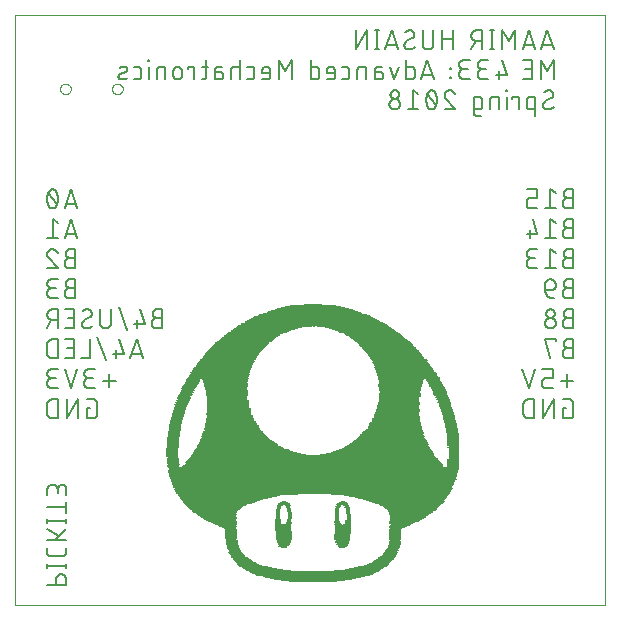
<source format=gbo>
G04 EAGLE Gerber X2 export*
%TF.Part,Single*%
%TF.FileFunction,Other,Silk bottom*%
%TF.FilePolarity,Positive*%
%TF.GenerationSoftware,Autodesk,EAGLE,8.7.1*%
%TF.CreationDate,2018-04-15T23:08:27Z*%
G75*
%MOMM*%
%FSLAX34Y34*%
%LPD*%
%AMOC8*
5,1,8,0,0,1.08239X$1,22.5*%
G01*
%ADD10C,0.000000*%
%ADD11C,0.152400*%
%ADD12R,4.114800X0.076200*%
%ADD13R,5.486400X0.076200*%
%ADD14R,6.553200X0.076200*%
%ADD15R,7.315200X0.076200*%
%ADD16R,8.077200X0.076200*%
%ADD17R,8.610600X0.076200*%
%ADD18R,9.144000X0.076200*%
%ADD19R,9.601200X0.076200*%
%ADD20R,9.982200X0.076200*%
%ADD21R,10.363200X0.076200*%
%ADD22R,10.668000X0.076200*%
%ADD23R,11.049000X0.076200*%
%ADD24R,3.810000X0.076200*%
%ADD25R,3.886200X0.076200*%
%ADD26R,3.276600X0.076200*%
%ADD27R,3.124200X0.076200*%
%ADD28R,2.895600X0.076200*%
%ADD29R,2.514600X0.076200*%
%ADD30R,2.286000X0.076200*%
%ADD31R,2.362200X0.076200*%
%ADD32R,2.133600X0.076200*%
%ADD33R,1.981200X0.076200*%
%ADD34R,1.828800X0.076200*%
%ADD35R,1.752600X0.076200*%
%ADD36R,1.676400X0.076200*%
%ADD37R,1.600200X0.076200*%
%ADD38R,1.524000X0.076200*%
%ADD39R,1.447800X0.076200*%
%ADD40R,1.371600X0.076200*%
%ADD41R,1.295400X0.076200*%
%ADD42R,1.219200X0.076200*%
%ADD43R,1.143000X0.076200*%
%ADD44R,1.066800X0.076200*%
%ADD45R,0.990600X0.076200*%
%ADD46R,0.533400X0.076200*%
%ADD47R,0.762000X0.076200*%
%ADD48R,0.838200X0.076200*%
%ADD49R,0.914400X0.076200*%
%ADD50R,0.609600X0.076200*%
%ADD51R,0.457200X0.076200*%
%ADD52R,0.381000X0.076200*%
%ADD53R,2.438400X0.076200*%
%ADD54R,2.590800X0.076200*%
%ADD55R,2.743200X0.076200*%
%ADD56R,0.304800X0.076200*%
%ADD57R,2.971800X0.076200*%
%ADD58R,3.352800X0.076200*%
%ADD59R,3.429000X0.076200*%
%ADD60R,3.505200X0.076200*%
%ADD61R,3.581400X0.076200*%
%ADD62R,3.733800X0.076200*%
%ADD63R,3.657600X0.076200*%
%ADD64R,3.962400X0.076200*%
%ADD65R,4.038600X0.076200*%
%ADD66R,4.191000X0.076200*%
%ADD67R,4.419600X0.076200*%
%ADD68R,4.572000X0.076200*%
%ADD69R,4.800600X0.076200*%
%ADD70R,5.029200X0.076200*%
%ADD71R,5.257800X0.076200*%
%ADD72R,5.562600X0.076200*%
%ADD73R,5.791200X0.076200*%
%ADD74R,6.019800X0.076200*%
%ADD75R,0.685800X0.076200*%
%ADD76R,6.096000X0.076200*%
%ADD77R,6.324600X0.076200*%
%ADD78R,6.400800X0.076200*%
%ADD79R,6.629400X0.076200*%
%ADD80R,7.010400X0.076200*%
%ADD81R,7.391400X0.076200*%
%ADD82R,7.467600X0.076200*%
%ADD83R,7.772400X0.076200*%
%ADD84R,7.848600X0.076200*%
%ADD85R,8.229600X0.076200*%
%ADD86R,8.305800X0.076200*%
%ADD87R,8.686800X0.076200*%
%ADD88R,8.763000X0.076200*%
%ADD89R,9.220200X0.076200*%
%ADD90R,9.296400X0.076200*%
%ADD91R,10.210800X0.076200*%
%ADD92R,10.058400X0.076200*%
%ADD93R,23.164800X0.076200*%
%ADD94R,23.317200X0.076200*%
%ADD95R,23.469600X0.076200*%
%ADD96R,23.545800X0.076200*%
%ADD97R,23.622000X0.076200*%
%ADD98R,23.774400X0.076200*%
%ADD99R,23.926800X0.076200*%
%ADD100R,24.079200X0.076200*%
%ADD101R,24.155400X0.076200*%
%ADD102R,24.231600X0.076200*%
%ADD103R,24.384000X0.076200*%
%ADD104R,24.536400X0.076200*%
%ADD105R,24.612600X0.076200*%
%ADD106R,22.326600X0.076200*%
%ADD107R,22.098000X0.076200*%
%ADD108R,21.945600X0.076200*%
%ADD109R,21.869400X0.076200*%
%ADD110R,21.717000X0.076200*%
%ADD111R,21.640800X0.076200*%
%ADD112R,21.488400X0.076200*%
%ADD113R,21.336000X0.076200*%
%ADD114R,21.183600X0.076200*%
%ADD115R,21.031200X0.076200*%
%ADD116R,20.955000X0.076200*%
%ADD117R,20.878800X0.076200*%
%ADD118R,20.726400X0.076200*%
%ADD119R,20.574000X0.076200*%
%ADD120R,9.677400X0.076200*%
%ADD121R,8.382000X0.076200*%
%ADD122R,8.458200X0.076200*%
%ADD123R,8.153400X0.076200*%
%ADD124R,7.924800X0.076200*%
%ADD125R,7.620000X0.076200*%
%ADD126R,7.696200X0.076200*%
%ADD127R,7.239000X0.076200*%
%ADD128R,7.086600X0.076200*%
%ADD129R,6.858000X0.076200*%
%ADD130R,6.781800X0.076200*%
%ADD131R,6.705600X0.076200*%
%ADD132R,6.477000X0.076200*%
%ADD133R,6.248400X0.076200*%
%ADD134R,6.172200X0.076200*%
%ADD135R,5.943600X0.076200*%
%ADD136R,5.867400X0.076200*%
%ADD137R,5.638800X0.076200*%
%ADD138R,5.410200X0.076200*%
%ADD139R,5.334000X0.076200*%
%ADD140R,5.105400X0.076200*%
%ADD141R,5.181600X0.076200*%
%ADD142R,4.953000X0.076200*%
%ADD143R,4.876800X0.076200*%
%ADD144R,4.724400X0.076200*%
%ADD145R,4.648200X0.076200*%
%ADD146R,4.495800X0.076200*%
%ADD147R,4.343400X0.076200*%
%ADD148R,4.267200X0.076200*%
%ADD149R,0.076200X0.076200*%
%ADD150R,0.152400X0.076200*%
%ADD151R,12.649200X0.076200*%
%ADD152R,12.420600X0.076200*%
%ADD153R,12.192000X0.076200*%
%ADD154R,11.887200X0.076200*%
%ADD155R,11.658600X0.076200*%
%ADD156R,11.430000X0.076200*%
%ADD157R,11.125200X0.076200*%
%ADD158R,10.820400X0.076200*%
%ADD159R,10.515600X0.076200*%
%ADD160R,9.906000X0.076200*%
%ADD161R,9.525000X0.076200*%
%ADD162R,8.839200X0.076200*%
%ADD163R,8.001000X0.076200*%
%ADD164R,7.162800X0.076200*%


D10*
X0Y0D02*
X500000Y0D01*
X500000Y500000D01*
X0Y500000D01*
X0Y0D01*
D11*
X468432Y345073D02*
X472948Y345073D01*
X468432Y345074D02*
X468299Y345072D01*
X468167Y345066D01*
X468035Y345056D01*
X467903Y345043D01*
X467771Y345025D01*
X467641Y345004D01*
X467510Y344979D01*
X467381Y344950D01*
X467253Y344917D01*
X467125Y344881D01*
X466999Y344841D01*
X466874Y344797D01*
X466750Y344749D01*
X466628Y344698D01*
X466507Y344643D01*
X466388Y344585D01*
X466270Y344523D01*
X466155Y344458D01*
X466041Y344389D01*
X465930Y344318D01*
X465821Y344242D01*
X465714Y344164D01*
X465609Y344083D01*
X465507Y343998D01*
X465407Y343911D01*
X465310Y343821D01*
X465215Y343728D01*
X465124Y343632D01*
X465035Y343534D01*
X464949Y343433D01*
X464866Y343329D01*
X464786Y343223D01*
X464710Y343115D01*
X464636Y343005D01*
X464566Y342892D01*
X464499Y342778D01*
X464436Y342661D01*
X464376Y342543D01*
X464319Y342423D01*
X464266Y342301D01*
X464217Y342178D01*
X464171Y342054D01*
X464129Y341928D01*
X464091Y341801D01*
X464056Y341673D01*
X464025Y341544D01*
X463998Y341415D01*
X463975Y341284D01*
X463955Y341153D01*
X463940Y341021D01*
X463928Y340889D01*
X463920Y340757D01*
X463916Y340624D01*
X463916Y340492D01*
X463920Y340359D01*
X463928Y340227D01*
X463940Y340095D01*
X463955Y339963D01*
X463975Y339832D01*
X463998Y339701D01*
X464025Y339572D01*
X464056Y339443D01*
X464091Y339315D01*
X464129Y339188D01*
X464171Y339062D01*
X464217Y338938D01*
X464266Y338815D01*
X464319Y338693D01*
X464376Y338573D01*
X464436Y338455D01*
X464499Y338338D01*
X464566Y338224D01*
X464636Y338111D01*
X464710Y338001D01*
X464786Y337893D01*
X464866Y337787D01*
X464949Y337683D01*
X465035Y337582D01*
X465124Y337484D01*
X465215Y337388D01*
X465310Y337295D01*
X465407Y337205D01*
X465507Y337118D01*
X465609Y337033D01*
X465714Y336952D01*
X465821Y336874D01*
X465930Y336798D01*
X466041Y336727D01*
X466155Y336658D01*
X466270Y336593D01*
X466388Y336531D01*
X466507Y336473D01*
X466628Y336418D01*
X466750Y336367D01*
X466874Y336319D01*
X466999Y336275D01*
X467125Y336235D01*
X467253Y336199D01*
X467381Y336166D01*
X467510Y336137D01*
X467641Y336112D01*
X467771Y336091D01*
X467903Y336073D01*
X468035Y336060D01*
X468167Y336050D01*
X468299Y336044D01*
X468432Y336042D01*
X472948Y336042D01*
X472948Y352298D01*
X468432Y352298D01*
X468313Y352296D01*
X468193Y352290D01*
X468074Y352280D01*
X467956Y352266D01*
X467837Y352249D01*
X467720Y352227D01*
X467603Y352202D01*
X467488Y352172D01*
X467373Y352139D01*
X467259Y352102D01*
X467147Y352062D01*
X467036Y352017D01*
X466927Y351969D01*
X466819Y351918D01*
X466713Y351863D01*
X466609Y351804D01*
X466507Y351742D01*
X466407Y351677D01*
X466309Y351608D01*
X466213Y351536D01*
X466120Y351461D01*
X466030Y351384D01*
X465942Y351303D01*
X465857Y351219D01*
X465775Y351132D01*
X465695Y351043D01*
X465619Y350951D01*
X465545Y350857D01*
X465475Y350760D01*
X465408Y350662D01*
X465344Y350561D01*
X465284Y350457D01*
X465227Y350352D01*
X465174Y350245D01*
X465124Y350137D01*
X465078Y350027D01*
X465036Y349915D01*
X464997Y349802D01*
X464962Y349688D01*
X464931Y349573D01*
X464903Y349456D01*
X464880Y349339D01*
X464860Y349222D01*
X464844Y349103D01*
X464832Y348984D01*
X464824Y348865D01*
X464820Y348746D01*
X464820Y348626D01*
X464824Y348507D01*
X464832Y348388D01*
X464844Y348269D01*
X464860Y348150D01*
X464880Y348033D01*
X464903Y347916D01*
X464931Y347799D01*
X464962Y347684D01*
X464997Y347570D01*
X465036Y347457D01*
X465078Y347345D01*
X465124Y347235D01*
X465174Y347127D01*
X465227Y347020D01*
X465284Y346915D01*
X465344Y346811D01*
X465408Y346710D01*
X465475Y346612D01*
X465545Y346515D01*
X465619Y346421D01*
X465695Y346329D01*
X465775Y346240D01*
X465857Y346153D01*
X465942Y346069D01*
X466030Y345988D01*
X466120Y345911D01*
X466213Y345836D01*
X466309Y345764D01*
X466407Y345695D01*
X466507Y345630D01*
X466609Y345568D01*
X466713Y345509D01*
X466819Y345454D01*
X466927Y345403D01*
X467036Y345355D01*
X467147Y345310D01*
X467259Y345270D01*
X467373Y345233D01*
X467488Y345200D01*
X467603Y345170D01*
X467720Y345145D01*
X467837Y345123D01*
X467956Y345106D01*
X468074Y345092D01*
X468193Y345082D01*
X468313Y345076D01*
X468432Y345074D01*
X458049Y348686D02*
X453533Y352298D01*
X453533Y336042D01*
X449018Y336042D02*
X458049Y336042D01*
X442418Y336042D02*
X436999Y336042D01*
X436881Y336044D01*
X436763Y336050D01*
X436645Y336059D01*
X436528Y336073D01*
X436411Y336090D01*
X436294Y336111D01*
X436179Y336136D01*
X436064Y336165D01*
X435950Y336198D01*
X435838Y336234D01*
X435727Y336274D01*
X435617Y336317D01*
X435508Y336364D01*
X435401Y336414D01*
X435296Y336469D01*
X435193Y336526D01*
X435092Y336587D01*
X434992Y336651D01*
X434895Y336718D01*
X434800Y336788D01*
X434708Y336862D01*
X434617Y336938D01*
X434530Y337018D01*
X434445Y337100D01*
X434363Y337185D01*
X434283Y337272D01*
X434207Y337363D01*
X434133Y337455D01*
X434063Y337550D01*
X433996Y337647D01*
X433932Y337747D01*
X433871Y337848D01*
X433814Y337951D01*
X433759Y338056D01*
X433709Y338163D01*
X433662Y338272D01*
X433619Y338382D01*
X433579Y338493D01*
X433543Y338605D01*
X433510Y338719D01*
X433481Y338834D01*
X433456Y338949D01*
X433435Y339066D01*
X433418Y339183D01*
X433404Y339300D01*
X433395Y339418D01*
X433389Y339536D01*
X433387Y339654D01*
X433386Y339654D02*
X433386Y341461D01*
X433387Y341461D02*
X433389Y341579D01*
X433395Y341697D01*
X433404Y341815D01*
X433418Y341932D01*
X433435Y342049D01*
X433456Y342166D01*
X433481Y342281D01*
X433510Y342396D01*
X433543Y342510D01*
X433579Y342622D01*
X433619Y342733D01*
X433662Y342843D01*
X433709Y342952D01*
X433759Y343059D01*
X433814Y343164D01*
X433871Y343267D01*
X433932Y343368D01*
X433996Y343468D01*
X434063Y343565D01*
X434133Y343660D01*
X434207Y343752D01*
X434283Y343843D01*
X434363Y343930D01*
X434445Y344015D01*
X434530Y344097D01*
X434617Y344177D01*
X434708Y344253D01*
X434800Y344327D01*
X434895Y344397D01*
X434992Y344464D01*
X435092Y344528D01*
X435193Y344589D01*
X435296Y344646D01*
X435401Y344701D01*
X435508Y344751D01*
X435617Y344798D01*
X435727Y344841D01*
X435838Y344881D01*
X435950Y344917D01*
X436064Y344950D01*
X436179Y344979D01*
X436294Y345004D01*
X436411Y345025D01*
X436528Y345042D01*
X436645Y345056D01*
X436763Y345065D01*
X436881Y345071D01*
X436999Y345073D01*
X442418Y345073D01*
X442418Y352298D01*
X433386Y352298D01*
X468432Y319673D02*
X472948Y319673D01*
X468432Y319674D02*
X468299Y319672D01*
X468167Y319666D01*
X468035Y319656D01*
X467903Y319643D01*
X467771Y319625D01*
X467641Y319604D01*
X467510Y319579D01*
X467381Y319550D01*
X467253Y319517D01*
X467125Y319481D01*
X466999Y319441D01*
X466874Y319397D01*
X466750Y319349D01*
X466628Y319298D01*
X466507Y319243D01*
X466388Y319185D01*
X466270Y319123D01*
X466155Y319058D01*
X466041Y318989D01*
X465930Y318918D01*
X465821Y318842D01*
X465714Y318764D01*
X465609Y318683D01*
X465507Y318598D01*
X465407Y318511D01*
X465310Y318421D01*
X465215Y318328D01*
X465124Y318232D01*
X465035Y318134D01*
X464949Y318033D01*
X464866Y317929D01*
X464786Y317823D01*
X464710Y317715D01*
X464636Y317605D01*
X464566Y317492D01*
X464499Y317378D01*
X464436Y317261D01*
X464376Y317143D01*
X464319Y317023D01*
X464266Y316901D01*
X464217Y316778D01*
X464171Y316654D01*
X464129Y316528D01*
X464091Y316401D01*
X464056Y316273D01*
X464025Y316144D01*
X463998Y316015D01*
X463975Y315884D01*
X463955Y315753D01*
X463940Y315621D01*
X463928Y315489D01*
X463920Y315357D01*
X463916Y315224D01*
X463916Y315092D01*
X463920Y314959D01*
X463928Y314827D01*
X463940Y314695D01*
X463955Y314563D01*
X463975Y314432D01*
X463998Y314301D01*
X464025Y314172D01*
X464056Y314043D01*
X464091Y313915D01*
X464129Y313788D01*
X464171Y313662D01*
X464217Y313538D01*
X464266Y313415D01*
X464319Y313293D01*
X464376Y313173D01*
X464436Y313055D01*
X464499Y312938D01*
X464566Y312824D01*
X464636Y312711D01*
X464710Y312601D01*
X464786Y312493D01*
X464866Y312387D01*
X464949Y312283D01*
X465035Y312182D01*
X465124Y312084D01*
X465215Y311988D01*
X465310Y311895D01*
X465407Y311805D01*
X465507Y311718D01*
X465609Y311633D01*
X465714Y311552D01*
X465821Y311474D01*
X465930Y311398D01*
X466041Y311327D01*
X466155Y311258D01*
X466270Y311193D01*
X466388Y311131D01*
X466507Y311073D01*
X466628Y311018D01*
X466750Y310967D01*
X466874Y310919D01*
X466999Y310875D01*
X467125Y310835D01*
X467253Y310799D01*
X467381Y310766D01*
X467510Y310737D01*
X467641Y310712D01*
X467771Y310691D01*
X467903Y310673D01*
X468035Y310660D01*
X468167Y310650D01*
X468299Y310644D01*
X468432Y310642D01*
X472948Y310642D01*
X472948Y326898D01*
X468432Y326898D01*
X468313Y326896D01*
X468193Y326890D01*
X468074Y326880D01*
X467956Y326866D01*
X467837Y326849D01*
X467720Y326827D01*
X467603Y326802D01*
X467488Y326772D01*
X467373Y326739D01*
X467259Y326702D01*
X467147Y326662D01*
X467036Y326617D01*
X466927Y326569D01*
X466819Y326518D01*
X466713Y326463D01*
X466609Y326404D01*
X466507Y326342D01*
X466407Y326277D01*
X466309Y326208D01*
X466213Y326136D01*
X466120Y326061D01*
X466030Y325984D01*
X465942Y325903D01*
X465857Y325819D01*
X465775Y325732D01*
X465695Y325643D01*
X465619Y325551D01*
X465545Y325457D01*
X465475Y325360D01*
X465408Y325262D01*
X465344Y325161D01*
X465284Y325057D01*
X465227Y324952D01*
X465174Y324845D01*
X465124Y324737D01*
X465078Y324627D01*
X465036Y324515D01*
X464997Y324402D01*
X464962Y324288D01*
X464931Y324173D01*
X464903Y324056D01*
X464880Y323939D01*
X464860Y323822D01*
X464844Y323703D01*
X464832Y323584D01*
X464824Y323465D01*
X464820Y323346D01*
X464820Y323226D01*
X464824Y323107D01*
X464832Y322988D01*
X464844Y322869D01*
X464860Y322750D01*
X464880Y322633D01*
X464903Y322516D01*
X464931Y322399D01*
X464962Y322284D01*
X464997Y322170D01*
X465036Y322057D01*
X465078Y321945D01*
X465124Y321835D01*
X465174Y321727D01*
X465227Y321620D01*
X465284Y321515D01*
X465344Y321411D01*
X465408Y321310D01*
X465475Y321212D01*
X465545Y321115D01*
X465619Y321021D01*
X465695Y320929D01*
X465775Y320840D01*
X465857Y320753D01*
X465942Y320669D01*
X466030Y320588D01*
X466120Y320511D01*
X466213Y320436D01*
X466309Y320364D01*
X466407Y320295D01*
X466507Y320230D01*
X466609Y320168D01*
X466713Y320109D01*
X466819Y320054D01*
X466927Y320003D01*
X467036Y319955D01*
X467147Y319910D01*
X467259Y319870D01*
X467373Y319833D01*
X467488Y319800D01*
X467603Y319770D01*
X467720Y319745D01*
X467837Y319723D01*
X467956Y319706D01*
X468074Y319692D01*
X468193Y319682D01*
X468313Y319676D01*
X468432Y319674D01*
X458049Y323286D02*
X453533Y326898D01*
X453533Y310642D01*
X449018Y310642D02*
X458049Y310642D01*
X442418Y314254D02*
X438805Y326898D01*
X442418Y314254D02*
X433386Y314254D01*
X436096Y310642D02*
X436096Y317867D01*
X468432Y294273D02*
X472948Y294273D01*
X468432Y294274D02*
X468299Y294272D01*
X468167Y294266D01*
X468035Y294256D01*
X467903Y294243D01*
X467771Y294225D01*
X467641Y294204D01*
X467510Y294179D01*
X467381Y294150D01*
X467253Y294117D01*
X467125Y294081D01*
X466999Y294041D01*
X466874Y293997D01*
X466750Y293949D01*
X466628Y293898D01*
X466507Y293843D01*
X466388Y293785D01*
X466270Y293723D01*
X466155Y293658D01*
X466041Y293589D01*
X465930Y293518D01*
X465821Y293442D01*
X465714Y293364D01*
X465609Y293283D01*
X465507Y293198D01*
X465407Y293111D01*
X465310Y293021D01*
X465215Y292928D01*
X465124Y292832D01*
X465035Y292734D01*
X464949Y292633D01*
X464866Y292529D01*
X464786Y292423D01*
X464710Y292315D01*
X464636Y292205D01*
X464566Y292092D01*
X464499Y291978D01*
X464436Y291861D01*
X464376Y291743D01*
X464319Y291623D01*
X464266Y291501D01*
X464217Y291378D01*
X464171Y291254D01*
X464129Y291128D01*
X464091Y291001D01*
X464056Y290873D01*
X464025Y290744D01*
X463998Y290615D01*
X463975Y290484D01*
X463955Y290353D01*
X463940Y290221D01*
X463928Y290089D01*
X463920Y289957D01*
X463916Y289824D01*
X463916Y289692D01*
X463920Y289559D01*
X463928Y289427D01*
X463940Y289295D01*
X463955Y289163D01*
X463975Y289032D01*
X463998Y288901D01*
X464025Y288772D01*
X464056Y288643D01*
X464091Y288515D01*
X464129Y288388D01*
X464171Y288262D01*
X464217Y288138D01*
X464266Y288015D01*
X464319Y287893D01*
X464376Y287773D01*
X464436Y287655D01*
X464499Y287538D01*
X464566Y287424D01*
X464636Y287311D01*
X464710Y287201D01*
X464786Y287093D01*
X464866Y286987D01*
X464949Y286883D01*
X465035Y286782D01*
X465124Y286684D01*
X465215Y286588D01*
X465310Y286495D01*
X465407Y286405D01*
X465507Y286318D01*
X465609Y286233D01*
X465714Y286152D01*
X465821Y286074D01*
X465930Y285998D01*
X466041Y285927D01*
X466155Y285858D01*
X466270Y285793D01*
X466388Y285731D01*
X466507Y285673D01*
X466628Y285618D01*
X466750Y285567D01*
X466874Y285519D01*
X466999Y285475D01*
X467125Y285435D01*
X467253Y285399D01*
X467381Y285366D01*
X467510Y285337D01*
X467641Y285312D01*
X467771Y285291D01*
X467903Y285273D01*
X468035Y285260D01*
X468167Y285250D01*
X468299Y285244D01*
X468432Y285242D01*
X472948Y285242D01*
X472948Y301498D01*
X468432Y301498D01*
X468313Y301496D01*
X468193Y301490D01*
X468074Y301480D01*
X467956Y301466D01*
X467837Y301449D01*
X467720Y301427D01*
X467603Y301402D01*
X467488Y301372D01*
X467373Y301339D01*
X467259Y301302D01*
X467147Y301262D01*
X467036Y301217D01*
X466927Y301169D01*
X466819Y301118D01*
X466713Y301063D01*
X466609Y301004D01*
X466507Y300942D01*
X466407Y300877D01*
X466309Y300808D01*
X466213Y300736D01*
X466120Y300661D01*
X466030Y300584D01*
X465942Y300503D01*
X465857Y300419D01*
X465775Y300332D01*
X465695Y300243D01*
X465619Y300151D01*
X465545Y300057D01*
X465475Y299960D01*
X465408Y299862D01*
X465344Y299761D01*
X465284Y299657D01*
X465227Y299552D01*
X465174Y299445D01*
X465124Y299337D01*
X465078Y299227D01*
X465036Y299115D01*
X464997Y299002D01*
X464962Y298888D01*
X464931Y298773D01*
X464903Y298656D01*
X464880Y298539D01*
X464860Y298422D01*
X464844Y298303D01*
X464832Y298184D01*
X464824Y298065D01*
X464820Y297946D01*
X464820Y297826D01*
X464824Y297707D01*
X464832Y297588D01*
X464844Y297469D01*
X464860Y297350D01*
X464880Y297233D01*
X464903Y297116D01*
X464931Y296999D01*
X464962Y296884D01*
X464997Y296770D01*
X465036Y296657D01*
X465078Y296545D01*
X465124Y296435D01*
X465174Y296327D01*
X465227Y296220D01*
X465284Y296115D01*
X465344Y296011D01*
X465408Y295910D01*
X465475Y295812D01*
X465545Y295715D01*
X465619Y295621D01*
X465695Y295529D01*
X465775Y295440D01*
X465857Y295353D01*
X465942Y295269D01*
X466030Y295188D01*
X466120Y295111D01*
X466213Y295036D01*
X466309Y294964D01*
X466407Y294895D01*
X466507Y294830D01*
X466609Y294768D01*
X466713Y294709D01*
X466819Y294654D01*
X466927Y294603D01*
X467036Y294555D01*
X467147Y294510D01*
X467259Y294470D01*
X467373Y294433D01*
X467488Y294400D01*
X467603Y294370D01*
X467720Y294345D01*
X467837Y294323D01*
X467956Y294306D01*
X468074Y294292D01*
X468193Y294282D01*
X468313Y294276D01*
X468432Y294274D01*
X458049Y297886D02*
X453533Y301498D01*
X453533Y285242D01*
X449018Y285242D02*
X458049Y285242D01*
X442418Y285242D02*
X437902Y285242D01*
X437769Y285244D01*
X437637Y285250D01*
X437505Y285260D01*
X437373Y285273D01*
X437241Y285291D01*
X437111Y285312D01*
X436980Y285337D01*
X436851Y285366D01*
X436723Y285399D01*
X436595Y285435D01*
X436469Y285475D01*
X436344Y285519D01*
X436220Y285567D01*
X436098Y285618D01*
X435977Y285673D01*
X435858Y285731D01*
X435740Y285793D01*
X435625Y285858D01*
X435511Y285927D01*
X435400Y285998D01*
X435291Y286074D01*
X435184Y286152D01*
X435079Y286233D01*
X434977Y286318D01*
X434877Y286405D01*
X434780Y286495D01*
X434685Y286588D01*
X434594Y286684D01*
X434505Y286782D01*
X434419Y286883D01*
X434336Y286987D01*
X434256Y287093D01*
X434180Y287201D01*
X434106Y287311D01*
X434036Y287424D01*
X433969Y287538D01*
X433906Y287655D01*
X433846Y287773D01*
X433789Y287893D01*
X433736Y288015D01*
X433687Y288138D01*
X433641Y288262D01*
X433599Y288388D01*
X433561Y288515D01*
X433526Y288643D01*
X433495Y288772D01*
X433468Y288901D01*
X433445Y289032D01*
X433425Y289163D01*
X433410Y289295D01*
X433398Y289427D01*
X433390Y289559D01*
X433386Y289692D01*
X433386Y289824D01*
X433390Y289957D01*
X433398Y290089D01*
X433410Y290221D01*
X433425Y290353D01*
X433445Y290484D01*
X433468Y290615D01*
X433495Y290744D01*
X433526Y290873D01*
X433561Y291001D01*
X433599Y291128D01*
X433641Y291254D01*
X433687Y291378D01*
X433736Y291501D01*
X433789Y291623D01*
X433846Y291743D01*
X433906Y291861D01*
X433969Y291978D01*
X434036Y292092D01*
X434106Y292205D01*
X434180Y292315D01*
X434256Y292423D01*
X434336Y292529D01*
X434419Y292633D01*
X434505Y292734D01*
X434594Y292832D01*
X434685Y292928D01*
X434780Y293021D01*
X434877Y293111D01*
X434977Y293198D01*
X435079Y293283D01*
X435184Y293364D01*
X435291Y293442D01*
X435400Y293518D01*
X435511Y293589D01*
X435625Y293658D01*
X435740Y293723D01*
X435858Y293785D01*
X435977Y293843D01*
X436098Y293898D01*
X436220Y293949D01*
X436344Y293997D01*
X436469Y294041D01*
X436595Y294081D01*
X436723Y294117D01*
X436851Y294150D01*
X436980Y294179D01*
X437111Y294204D01*
X437241Y294225D01*
X437373Y294243D01*
X437505Y294256D01*
X437637Y294266D01*
X437769Y294272D01*
X437902Y294274D01*
X436999Y301498D02*
X442418Y301498D01*
X436999Y301498D02*
X436880Y301496D01*
X436760Y301490D01*
X436641Y301480D01*
X436523Y301466D01*
X436404Y301449D01*
X436287Y301427D01*
X436170Y301402D01*
X436055Y301372D01*
X435940Y301339D01*
X435826Y301302D01*
X435714Y301262D01*
X435603Y301217D01*
X435494Y301169D01*
X435386Y301118D01*
X435280Y301063D01*
X435176Y301004D01*
X435074Y300942D01*
X434974Y300877D01*
X434876Y300808D01*
X434780Y300736D01*
X434687Y300661D01*
X434597Y300584D01*
X434509Y300503D01*
X434424Y300419D01*
X434342Y300332D01*
X434262Y300243D01*
X434186Y300151D01*
X434112Y300057D01*
X434042Y299960D01*
X433975Y299862D01*
X433911Y299761D01*
X433851Y299657D01*
X433794Y299552D01*
X433741Y299445D01*
X433691Y299337D01*
X433645Y299227D01*
X433603Y299115D01*
X433564Y299002D01*
X433529Y298888D01*
X433498Y298773D01*
X433470Y298656D01*
X433447Y298539D01*
X433427Y298422D01*
X433411Y298303D01*
X433399Y298184D01*
X433391Y298065D01*
X433387Y297946D01*
X433387Y297826D01*
X433391Y297707D01*
X433399Y297588D01*
X433411Y297469D01*
X433427Y297350D01*
X433447Y297233D01*
X433470Y297116D01*
X433498Y296999D01*
X433529Y296884D01*
X433564Y296770D01*
X433603Y296657D01*
X433645Y296545D01*
X433691Y296435D01*
X433741Y296327D01*
X433794Y296220D01*
X433851Y296115D01*
X433911Y296011D01*
X433975Y295910D01*
X434042Y295812D01*
X434112Y295715D01*
X434186Y295621D01*
X434262Y295529D01*
X434342Y295440D01*
X434424Y295353D01*
X434509Y295269D01*
X434597Y295188D01*
X434687Y295111D01*
X434780Y295036D01*
X434876Y294964D01*
X434974Y294895D01*
X435074Y294830D01*
X435176Y294768D01*
X435280Y294709D01*
X435386Y294654D01*
X435494Y294603D01*
X435603Y294555D01*
X435714Y294510D01*
X435826Y294470D01*
X435940Y294433D01*
X436055Y294400D01*
X436170Y294370D01*
X436287Y294345D01*
X436404Y294323D01*
X436523Y294306D01*
X436641Y294292D01*
X436760Y294282D01*
X436880Y294276D01*
X436999Y294274D01*
X436999Y294273D02*
X440611Y294273D01*
X468432Y268873D02*
X472948Y268873D01*
X468432Y268874D02*
X468299Y268872D01*
X468167Y268866D01*
X468035Y268856D01*
X467903Y268843D01*
X467771Y268825D01*
X467641Y268804D01*
X467510Y268779D01*
X467381Y268750D01*
X467253Y268717D01*
X467125Y268681D01*
X466999Y268641D01*
X466874Y268597D01*
X466750Y268549D01*
X466628Y268498D01*
X466507Y268443D01*
X466388Y268385D01*
X466270Y268323D01*
X466155Y268258D01*
X466041Y268189D01*
X465930Y268118D01*
X465821Y268042D01*
X465714Y267964D01*
X465609Y267883D01*
X465507Y267798D01*
X465407Y267711D01*
X465310Y267621D01*
X465215Y267528D01*
X465124Y267432D01*
X465035Y267334D01*
X464949Y267233D01*
X464866Y267129D01*
X464786Y267023D01*
X464710Y266915D01*
X464636Y266805D01*
X464566Y266692D01*
X464499Y266578D01*
X464436Y266461D01*
X464376Y266343D01*
X464319Y266223D01*
X464266Y266101D01*
X464217Y265978D01*
X464171Y265854D01*
X464129Y265728D01*
X464091Y265601D01*
X464056Y265473D01*
X464025Y265344D01*
X463998Y265215D01*
X463975Y265084D01*
X463955Y264953D01*
X463940Y264821D01*
X463928Y264689D01*
X463920Y264557D01*
X463916Y264424D01*
X463916Y264292D01*
X463920Y264159D01*
X463928Y264027D01*
X463940Y263895D01*
X463955Y263763D01*
X463975Y263632D01*
X463998Y263501D01*
X464025Y263372D01*
X464056Y263243D01*
X464091Y263115D01*
X464129Y262988D01*
X464171Y262862D01*
X464217Y262738D01*
X464266Y262615D01*
X464319Y262493D01*
X464376Y262373D01*
X464436Y262255D01*
X464499Y262138D01*
X464566Y262024D01*
X464636Y261911D01*
X464710Y261801D01*
X464786Y261693D01*
X464866Y261587D01*
X464949Y261483D01*
X465035Y261382D01*
X465124Y261284D01*
X465215Y261188D01*
X465310Y261095D01*
X465407Y261005D01*
X465507Y260918D01*
X465609Y260833D01*
X465714Y260752D01*
X465821Y260674D01*
X465930Y260598D01*
X466041Y260527D01*
X466155Y260458D01*
X466270Y260393D01*
X466388Y260331D01*
X466507Y260273D01*
X466628Y260218D01*
X466750Y260167D01*
X466874Y260119D01*
X466999Y260075D01*
X467125Y260035D01*
X467253Y259999D01*
X467381Y259966D01*
X467510Y259937D01*
X467641Y259912D01*
X467771Y259891D01*
X467903Y259873D01*
X468035Y259860D01*
X468167Y259850D01*
X468299Y259844D01*
X468432Y259842D01*
X472948Y259842D01*
X472948Y276098D01*
X468432Y276098D01*
X468313Y276096D01*
X468193Y276090D01*
X468074Y276080D01*
X467956Y276066D01*
X467837Y276049D01*
X467720Y276027D01*
X467603Y276002D01*
X467488Y275972D01*
X467373Y275939D01*
X467259Y275902D01*
X467147Y275862D01*
X467036Y275817D01*
X466927Y275769D01*
X466819Y275718D01*
X466713Y275663D01*
X466609Y275604D01*
X466507Y275542D01*
X466407Y275477D01*
X466309Y275408D01*
X466213Y275336D01*
X466120Y275261D01*
X466030Y275184D01*
X465942Y275103D01*
X465857Y275019D01*
X465775Y274932D01*
X465695Y274843D01*
X465619Y274751D01*
X465545Y274657D01*
X465475Y274560D01*
X465408Y274462D01*
X465344Y274361D01*
X465284Y274257D01*
X465227Y274152D01*
X465174Y274045D01*
X465124Y273937D01*
X465078Y273827D01*
X465036Y273715D01*
X464997Y273602D01*
X464962Y273488D01*
X464931Y273373D01*
X464903Y273256D01*
X464880Y273139D01*
X464860Y273022D01*
X464844Y272903D01*
X464832Y272784D01*
X464824Y272665D01*
X464820Y272546D01*
X464820Y272426D01*
X464824Y272307D01*
X464832Y272188D01*
X464844Y272069D01*
X464860Y271950D01*
X464880Y271833D01*
X464903Y271716D01*
X464931Y271599D01*
X464962Y271484D01*
X464997Y271370D01*
X465036Y271257D01*
X465078Y271145D01*
X465124Y271035D01*
X465174Y270927D01*
X465227Y270820D01*
X465284Y270715D01*
X465344Y270611D01*
X465408Y270510D01*
X465475Y270412D01*
X465545Y270315D01*
X465619Y270221D01*
X465695Y270129D01*
X465775Y270040D01*
X465857Y269953D01*
X465942Y269869D01*
X466030Y269788D01*
X466120Y269711D01*
X466213Y269636D01*
X466309Y269564D01*
X466407Y269495D01*
X466507Y269430D01*
X466609Y269368D01*
X466713Y269309D01*
X466819Y269254D01*
X466927Y269203D01*
X467036Y269155D01*
X467147Y269110D01*
X467259Y269070D01*
X467373Y269033D01*
X467488Y269000D01*
X467603Y268970D01*
X467720Y268945D01*
X467837Y268923D01*
X467956Y268906D01*
X468074Y268892D01*
X468193Y268882D01*
X468313Y268876D01*
X468432Y268874D01*
X454436Y267067D02*
X449018Y267067D01*
X454436Y267067D02*
X454554Y267069D01*
X454672Y267075D01*
X454790Y267084D01*
X454907Y267098D01*
X455024Y267115D01*
X455141Y267136D01*
X455256Y267161D01*
X455371Y267190D01*
X455485Y267223D01*
X455597Y267259D01*
X455708Y267299D01*
X455818Y267342D01*
X455927Y267389D01*
X456034Y267439D01*
X456139Y267494D01*
X456242Y267551D01*
X456343Y267612D01*
X456443Y267676D01*
X456540Y267743D01*
X456635Y267813D01*
X456727Y267887D01*
X456818Y267963D01*
X456905Y268043D01*
X456990Y268125D01*
X457072Y268210D01*
X457152Y268297D01*
X457228Y268388D01*
X457302Y268480D01*
X457372Y268575D01*
X457439Y268672D01*
X457503Y268772D01*
X457564Y268873D01*
X457621Y268976D01*
X457676Y269081D01*
X457726Y269188D01*
X457773Y269297D01*
X457816Y269407D01*
X457856Y269518D01*
X457892Y269630D01*
X457925Y269744D01*
X457954Y269859D01*
X457979Y269974D01*
X458000Y270091D01*
X458017Y270208D01*
X458031Y270325D01*
X458040Y270443D01*
X458046Y270561D01*
X458048Y270679D01*
X458049Y270679D02*
X458049Y271582D01*
X458047Y271715D01*
X458041Y271847D01*
X458031Y271979D01*
X458018Y272111D01*
X458000Y272243D01*
X457979Y272373D01*
X457954Y272504D01*
X457925Y272633D01*
X457892Y272761D01*
X457856Y272889D01*
X457816Y273015D01*
X457772Y273140D01*
X457724Y273264D01*
X457673Y273386D01*
X457618Y273507D01*
X457560Y273626D01*
X457498Y273744D01*
X457433Y273859D01*
X457364Y273973D01*
X457293Y274084D01*
X457217Y274193D01*
X457139Y274300D01*
X457058Y274405D01*
X456973Y274507D01*
X456886Y274607D01*
X456796Y274704D01*
X456703Y274799D01*
X456607Y274890D01*
X456509Y274979D01*
X456408Y275065D01*
X456304Y275148D01*
X456198Y275228D01*
X456090Y275304D01*
X455980Y275378D01*
X455867Y275448D01*
X455753Y275515D01*
X455636Y275578D01*
X455518Y275638D01*
X455398Y275695D01*
X455276Y275748D01*
X455153Y275797D01*
X455029Y275843D01*
X454903Y275885D01*
X454776Y275923D01*
X454648Y275958D01*
X454519Y275989D01*
X454390Y276016D01*
X454259Y276039D01*
X454128Y276059D01*
X453996Y276074D01*
X453864Y276086D01*
X453732Y276094D01*
X453599Y276098D01*
X453467Y276098D01*
X453334Y276094D01*
X453202Y276086D01*
X453070Y276074D01*
X452938Y276059D01*
X452807Y276039D01*
X452676Y276016D01*
X452547Y275989D01*
X452418Y275958D01*
X452290Y275923D01*
X452163Y275885D01*
X452037Y275843D01*
X451913Y275797D01*
X451790Y275748D01*
X451668Y275695D01*
X451548Y275638D01*
X451430Y275578D01*
X451313Y275515D01*
X451199Y275448D01*
X451086Y275378D01*
X450976Y275304D01*
X450868Y275228D01*
X450762Y275148D01*
X450658Y275065D01*
X450557Y274979D01*
X450459Y274890D01*
X450363Y274799D01*
X450270Y274704D01*
X450180Y274607D01*
X450093Y274507D01*
X450008Y274405D01*
X449927Y274300D01*
X449849Y274193D01*
X449773Y274084D01*
X449702Y273973D01*
X449633Y273859D01*
X449568Y273744D01*
X449506Y273626D01*
X449448Y273507D01*
X449393Y273386D01*
X449342Y273264D01*
X449294Y273140D01*
X449250Y273015D01*
X449210Y272889D01*
X449174Y272761D01*
X449141Y272633D01*
X449112Y272504D01*
X449087Y272373D01*
X449066Y272243D01*
X449048Y272111D01*
X449035Y271979D01*
X449025Y271847D01*
X449019Y271715D01*
X449017Y271582D01*
X449018Y271582D02*
X449018Y267067D01*
X449020Y266892D01*
X449026Y266718D01*
X449037Y266544D01*
X449052Y266370D01*
X449071Y266196D01*
X449094Y266023D01*
X449121Y265851D01*
X449153Y265679D01*
X449188Y265508D01*
X449228Y265338D01*
X449272Y265169D01*
X449320Y265001D01*
X449372Y264834D01*
X449428Y264669D01*
X449488Y264505D01*
X449551Y264342D01*
X449619Y264182D01*
X449691Y264022D01*
X449766Y263865D01*
X449846Y263709D01*
X449929Y263556D01*
X450015Y263404D01*
X450106Y263255D01*
X450200Y263108D01*
X450297Y262963D01*
X450398Y262820D01*
X450502Y262680D01*
X450610Y262543D01*
X450721Y262408D01*
X450835Y262276D01*
X450952Y262147D01*
X451073Y262020D01*
X451196Y261897D01*
X451323Y261776D01*
X451452Y261659D01*
X451584Y261545D01*
X451719Y261434D01*
X451856Y261326D01*
X451996Y261222D01*
X452139Y261121D01*
X452284Y261024D01*
X452431Y260930D01*
X452580Y260839D01*
X452732Y260753D01*
X452885Y260670D01*
X453041Y260590D01*
X453198Y260515D01*
X453358Y260443D01*
X453518Y260375D01*
X453681Y260312D01*
X453845Y260252D01*
X454010Y260196D01*
X454177Y260144D01*
X454345Y260096D01*
X454514Y260052D01*
X454684Y260012D01*
X454855Y259977D01*
X455027Y259945D01*
X455199Y259918D01*
X455372Y259895D01*
X455546Y259876D01*
X455720Y259861D01*
X455894Y259850D01*
X456068Y259844D01*
X456243Y259842D01*
X468432Y243473D02*
X472948Y243473D01*
X468432Y243474D02*
X468299Y243472D01*
X468167Y243466D01*
X468035Y243456D01*
X467903Y243443D01*
X467771Y243425D01*
X467641Y243404D01*
X467510Y243379D01*
X467381Y243350D01*
X467253Y243317D01*
X467125Y243281D01*
X466999Y243241D01*
X466874Y243197D01*
X466750Y243149D01*
X466628Y243098D01*
X466507Y243043D01*
X466388Y242985D01*
X466270Y242923D01*
X466155Y242858D01*
X466041Y242789D01*
X465930Y242718D01*
X465821Y242642D01*
X465714Y242564D01*
X465609Y242483D01*
X465507Y242398D01*
X465407Y242311D01*
X465310Y242221D01*
X465215Y242128D01*
X465124Y242032D01*
X465035Y241934D01*
X464949Y241833D01*
X464866Y241729D01*
X464786Y241623D01*
X464710Y241515D01*
X464636Y241405D01*
X464566Y241292D01*
X464499Y241178D01*
X464436Y241061D01*
X464376Y240943D01*
X464319Y240823D01*
X464266Y240701D01*
X464217Y240578D01*
X464171Y240454D01*
X464129Y240328D01*
X464091Y240201D01*
X464056Y240073D01*
X464025Y239944D01*
X463998Y239815D01*
X463975Y239684D01*
X463955Y239553D01*
X463940Y239421D01*
X463928Y239289D01*
X463920Y239157D01*
X463916Y239024D01*
X463916Y238892D01*
X463920Y238759D01*
X463928Y238627D01*
X463940Y238495D01*
X463955Y238363D01*
X463975Y238232D01*
X463998Y238101D01*
X464025Y237972D01*
X464056Y237843D01*
X464091Y237715D01*
X464129Y237588D01*
X464171Y237462D01*
X464217Y237338D01*
X464266Y237215D01*
X464319Y237093D01*
X464376Y236973D01*
X464436Y236855D01*
X464499Y236738D01*
X464566Y236624D01*
X464636Y236511D01*
X464710Y236401D01*
X464786Y236293D01*
X464866Y236187D01*
X464949Y236083D01*
X465035Y235982D01*
X465124Y235884D01*
X465215Y235788D01*
X465310Y235695D01*
X465407Y235605D01*
X465507Y235518D01*
X465609Y235433D01*
X465714Y235352D01*
X465821Y235274D01*
X465930Y235198D01*
X466041Y235127D01*
X466155Y235058D01*
X466270Y234993D01*
X466388Y234931D01*
X466507Y234873D01*
X466628Y234818D01*
X466750Y234767D01*
X466874Y234719D01*
X466999Y234675D01*
X467125Y234635D01*
X467253Y234599D01*
X467381Y234566D01*
X467510Y234537D01*
X467641Y234512D01*
X467771Y234491D01*
X467903Y234473D01*
X468035Y234460D01*
X468167Y234450D01*
X468299Y234444D01*
X468432Y234442D01*
X472948Y234442D01*
X472948Y250698D01*
X468432Y250698D01*
X468313Y250696D01*
X468193Y250690D01*
X468074Y250680D01*
X467956Y250666D01*
X467837Y250649D01*
X467720Y250627D01*
X467603Y250602D01*
X467488Y250572D01*
X467373Y250539D01*
X467259Y250502D01*
X467147Y250462D01*
X467036Y250417D01*
X466927Y250369D01*
X466819Y250318D01*
X466713Y250263D01*
X466609Y250204D01*
X466507Y250142D01*
X466407Y250077D01*
X466309Y250008D01*
X466213Y249936D01*
X466120Y249861D01*
X466030Y249784D01*
X465942Y249703D01*
X465857Y249619D01*
X465775Y249532D01*
X465695Y249443D01*
X465619Y249351D01*
X465545Y249257D01*
X465475Y249160D01*
X465408Y249062D01*
X465344Y248961D01*
X465284Y248857D01*
X465227Y248752D01*
X465174Y248645D01*
X465124Y248537D01*
X465078Y248427D01*
X465036Y248315D01*
X464997Y248202D01*
X464962Y248088D01*
X464931Y247973D01*
X464903Y247856D01*
X464880Y247739D01*
X464860Y247622D01*
X464844Y247503D01*
X464832Y247384D01*
X464824Y247265D01*
X464820Y247146D01*
X464820Y247026D01*
X464824Y246907D01*
X464832Y246788D01*
X464844Y246669D01*
X464860Y246550D01*
X464880Y246433D01*
X464903Y246316D01*
X464931Y246199D01*
X464962Y246084D01*
X464997Y245970D01*
X465036Y245857D01*
X465078Y245745D01*
X465124Y245635D01*
X465174Y245527D01*
X465227Y245420D01*
X465284Y245315D01*
X465344Y245211D01*
X465408Y245110D01*
X465475Y245012D01*
X465545Y244915D01*
X465619Y244821D01*
X465695Y244729D01*
X465775Y244640D01*
X465857Y244553D01*
X465942Y244469D01*
X466030Y244388D01*
X466120Y244311D01*
X466213Y244236D01*
X466309Y244164D01*
X466407Y244095D01*
X466507Y244030D01*
X466609Y243968D01*
X466713Y243909D01*
X466819Y243854D01*
X466927Y243803D01*
X467036Y243755D01*
X467147Y243710D01*
X467259Y243670D01*
X467373Y243633D01*
X467488Y243600D01*
X467603Y243570D01*
X467720Y243545D01*
X467837Y243523D01*
X467956Y243506D01*
X468074Y243492D01*
X468193Y243482D01*
X468313Y243476D01*
X468432Y243474D01*
X458049Y238958D02*
X458047Y239091D01*
X458041Y239223D01*
X458031Y239355D01*
X458018Y239487D01*
X458000Y239619D01*
X457979Y239749D01*
X457954Y239880D01*
X457925Y240009D01*
X457892Y240137D01*
X457856Y240265D01*
X457816Y240391D01*
X457772Y240516D01*
X457724Y240640D01*
X457673Y240762D01*
X457618Y240883D01*
X457560Y241002D01*
X457498Y241120D01*
X457433Y241235D01*
X457364Y241349D01*
X457293Y241460D01*
X457217Y241569D01*
X457139Y241676D01*
X457058Y241781D01*
X456973Y241883D01*
X456886Y241983D01*
X456796Y242080D01*
X456703Y242175D01*
X456607Y242266D01*
X456509Y242355D01*
X456408Y242441D01*
X456304Y242524D01*
X456198Y242604D01*
X456090Y242680D01*
X455980Y242754D01*
X455867Y242824D01*
X455753Y242891D01*
X455636Y242954D01*
X455518Y243014D01*
X455398Y243071D01*
X455276Y243124D01*
X455153Y243173D01*
X455029Y243219D01*
X454903Y243261D01*
X454776Y243299D01*
X454648Y243334D01*
X454519Y243365D01*
X454390Y243392D01*
X454259Y243415D01*
X454128Y243435D01*
X453996Y243450D01*
X453864Y243462D01*
X453732Y243470D01*
X453599Y243474D01*
X453467Y243474D01*
X453334Y243470D01*
X453202Y243462D01*
X453070Y243450D01*
X452938Y243435D01*
X452807Y243415D01*
X452676Y243392D01*
X452547Y243365D01*
X452418Y243334D01*
X452290Y243299D01*
X452163Y243261D01*
X452037Y243219D01*
X451913Y243173D01*
X451790Y243124D01*
X451668Y243071D01*
X451548Y243014D01*
X451430Y242954D01*
X451313Y242891D01*
X451199Y242824D01*
X451086Y242754D01*
X450976Y242680D01*
X450868Y242604D01*
X450762Y242524D01*
X450658Y242441D01*
X450557Y242355D01*
X450459Y242266D01*
X450363Y242175D01*
X450270Y242080D01*
X450180Y241983D01*
X450093Y241883D01*
X450008Y241781D01*
X449927Y241676D01*
X449849Y241569D01*
X449773Y241460D01*
X449702Y241349D01*
X449633Y241235D01*
X449568Y241120D01*
X449506Y241002D01*
X449448Y240883D01*
X449393Y240762D01*
X449342Y240640D01*
X449294Y240516D01*
X449250Y240391D01*
X449210Y240265D01*
X449174Y240137D01*
X449141Y240009D01*
X449112Y239880D01*
X449087Y239749D01*
X449066Y239619D01*
X449048Y239487D01*
X449035Y239355D01*
X449025Y239223D01*
X449019Y239091D01*
X449017Y238958D01*
X449019Y238825D01*
X449025Y238693D01*
X449035Y238561D01*
X449048Y238429D01*
X449066Y238297D01*
X449087Y238167D01*
X449112Y238036D01*
X449141Y237907D01*
X449174Y237779D01*
X449210Y237651D01*
X449250Y237525D01*
X449294Y237400D01*
X449342Y237276D01*
X449393Y237154D01*
X449448Y237033D01*
X449506Y236914D01*
X449568Y236796D01*
X449633Y236681D01*
X449702Y236567D01*
X449773Y236456D01*
X449849Y236347D01*
X449927Y236240D01*
X450008Y236135D01*
X450093Y236033D01*
X450180Y235933D01*
X450270Y235836D01*
X450363Y235741D01*
X450459Y235650D01*
X450557Y235561D01*
X450658Y235475D01*
X450762Y235392D01*
X450868Y235312D01*
X450976Y235236D01*
X451086Y235162D01*
X451199Y235092D01*
X451313Y235025D01*
X451430Y234962D01*
X451548Y234902D01*
X451668Y234845D01*
X451790Y234792D01*
X451913Y234743D01*
X452037Y234697D01*
X452163Y234655D01*
X452290Y234617D01*
X452418Y234582D01*
X452547Y234551D01*
X452676Y234524D01*
X452807Y234501D01*
X452938Y234481D01*
X453070Y234466D01*
X453202Y234454D01*
X453334Y234446D01*
X453467Y234442D01*
X453599Y234442D01*
X453732Y234446D01*
X453864Y234454D01*
X453996Y234466D01*
X454128Y234481D01*
X454259Y234501D01*
X454390Y234524D01*
X454519Y234551D01*
X454648Y234582D01*
X454776Y234617D01*
X454903Y234655D01*
X455029Y234697D01*
X455153Y234743D01*
X455276Y234792D01*
X455398Y234845D01*
X455518Y234902D01*
X455636Y234962D01*
X455753Y235025D01*
X455867Y235092D01*
X455980Y235162D01*
X456090Y235236D01*
X456198Y235312D01*
X456304Y235392D01*
X456408Y235475D01*
X456509Y235561D01*
X456607Y235650D01*
X456703Y235741D01*
X456796Y235836D01*
X456886Y235933D01*
X456973Y236033D01*
X457058Y236135D01*
X457139Y236240D01*
X457217Y236347D01*
X457293Y236456D01*
X457364Y236567D01*
X457433Y236681D01*
X457498Y236796D01*
X457560Y236914D01*
X457618Y237033D01*
X457673Y237154D01*
X457724Y237276D01*
X457772Y237400D01*
X457816Y237525D01*
X457856Y237651D01*
X457892Y237779D01*
X457925Y237907D01*
X457954Y238036D01*
X457979Y238167D01*
X458000Y238297D01*
X458018Y238429D01*
X458031Y238561D01*
X458041Y238693D01*
X458047Y238825D01*
X458049Y238958D01*
X457145Y247086D02*
X457143Y247205D01*
X457137Y247325D01*
X457127Y247444D01*
X457113Y247562D01*
X457096Y247681D01*
X457074Y247798D01*
X457049Y247915D01*
X457019Y248030D01*
X456986Y248145D01*
X456949Y248259D01*
X456909Y248371D01*
X456864Y248482D01*
X456816Y248591D01*
X456765Y248699D01*
X456710Y248805D01*
X456651Y248909D01*
X456589Y249011D01*
X456524Y249111D01*
X456455Y249209D01*
X456383Y249305D01*
X456308Y249398D01*
X456231Y249488D01*
X456150Y249576D01*
X456066Y249661D01*
X455979Y249743D01*
X455890Y249823D01*
X455798Y249899D01*
X455704Y249973D01*
X455607Y250043D01*
X455509Y250110D01*
X455408Y250174D01*
X455304Y250234D01*
X455199Y250291D01*
X455092Y250344D01*
X454984Y250394D01*
X454874Y250440D01*
X454762Y250482D01*
X454649Y250521D01*
X454535Y250556D01*
X454420Y250587D01*
X454303Y250615D01*
X454186Y250638D01*
X454069Y250658D01*
X453950Y250674D01*
X453831Y250686D01*
X453712Y250694D01*
X453593Y250698D01*
X453473Y250698D01*
X453354Y250694D01*
X453235Y250686D01*
X453116Y250674D01*
X452997Y250658D01*
X452880Y250638D01*
X452763Y250615D01*
X452646Y250587D01*
X452531Y250556D01*
X452417Y250521D01*
X452304Y250482D01*
X452192Y250440D01*
X452082Y250394D01*
X451974Y250344D01*
X451867Y250291D01*
X451762Y250234D01*
X451658Y250174D01*
X451557Y250110D01*
X451459Y250043D01*
X451362Y249973D01*
X451268Y249899D01*
X451176Y249823D01*
X451087Y249743D01*
X451000Y249661D01*
X450916Y249576D01*
X450835Y249488D01*
X450758Y249398D01*
X450683Y249305D01*
X450611Y249209D01*
X450542Y249111D01*
X450477Y249011D01*
X450415Y248909D01*
X450356Y248805D01*
X450301Y248699D01*
X450250Y248591D01*
X450202Y248482D01*
X450157Y248371D01*
X450117Y248259D01*
X450080Y248145D01*
X450047Y248030D01*
X450017Y247915D01*
X449992Y247798D01*
X449970Y247681D01*
X449953Y247562D01*
X449939Y247444D01*
X449929Y247325D01*
X449923Y247205D01*
X449921Y247086D01*
X449923Y246967D01*
X449929Y246847D01*
X449939Y246728D01*
X449953Y246610D01*
X449970Y246491D01*
X449992Y246374D01*
X450017Y246257D01*
X450047Y246142D01*
X450080Y246027D01*
X450117Y245913D01*
X450157Y245801D01*
X450202Y245690D01*
X450250Y245581D01*
X450301Y245473D01*
X450356Y245367D01*
X450415Y245263D01*
X450477Y245161D01*
X450542Y245061D01*
X450611Y244963D01*
X450683Y244867D01*
X450758Y244774D01*
X450835Y244684D01*
X450916Y244596D01*
X451000Y244511D01*
X451087Y244429D01*
X451176Y244349D01*
X451268Y244273D01*
X451362Y244199D01*
X451459Y244129D01*
X451557Y244062D01*
X451658Y243998D01*
X451762Y243938D01*
X451867Y243881D01*
X451974Y243828D01*
X452082Y243778D01*
X452192Y243732D01*
X452304Y243690D01*
X452417Y243651D01*
X452531Y243616D01*
X452646Y243585D01*
X452763Y243557D01*
X452880Y243534D01*
X452997Y243514D01*
X453116Y243498D01*
X453235Y243486D01*
X453354Y243478D01*
X453473Y243474D01*
X453593Y243474D01*
X453712Y243478D01*
X453831Y243486D01*
X453950Y243498D01*
X454069Y243514D01*
X454186Y243534D01*
X454303Y243557D01*
X454420Y243585D01*
X454535Y243616D01*
X454649Y243651D01*
X454762Y243690D01*
X454874Y243732D01*
X454984Y243778D01*
X455092Y243828D01*
X455199Y243881D01*
X455304Y243938D01*
X455408Y243998D01*
X455509Y244062D01*
X455607Y244129D01*
X455704Y244199D01*
X455798Y244273D01*
X455890Y244349D01*
X455979Y244429D01*
X456066Y244511D01*
X456150Y244596D01*
X456231Y244684D01*
X456308Y244774D01*
X456383Y244867D01*
X456455Y244963D01*
X456524Y245061D01*
X456589Y245161D01*
X456651Y245263D01*
X456710Y245367D01*
X456765Y245473D01*
X456816Y245581D01*
X456864Y245690D01*
X456909Y245801D01*
X456949Y245913D01*
X456986Y246027D01*
X457019Y246142D01*
X457049Y246257D01*
X457074Y246374D01*
X457096Y246491D01*
X457113Y246610D01*
X457127Y246728D01*
X457137Y246847D01*
X457143Y246967D01*
X457145Y247086D01*
X468432Y218073D02*
X472948Y218073D01*
X468432Y218074D02*
X468299Y218072D01*
X468167Y218066D01*
X468035Y218056D01*
X467903Y218043D01*
X467771Y218025D01*
X467641Y218004D01*
X467510Y217979D01*
X467381Y217950D01*
X467253Y217917D01*
X467125Y217881D01*
X466999Y217841D01*
X466874Y217797D01*
X466750Y217749D01*
X466628Y217698D01*
X466507Y217643D01*
X466388Y217585D01*
X466270Y217523D01*
X466155Y217458D01*
X466041Y217389D01*
X465930Y217318D01*
X465821Y217242D01*
X465714Y217164D01*
X465609Y217083D01*
X465507Y216998D01*
X465407Y216911D01*
X465310Y216821D01*
X465215Y216728D01*
X465124Y216632D01*
X465035Y216534D01*
X464949Y216433D01*
X464866Y216329D01*
X464786Y216223D01*
X464710Y216115D01*
X464636Y216005D01*
X464566Y215892D01*
X464499Y215778D01*
X464436Y215661D01*
X464376Y215543D01*
X464319Y215423D01*
X464266Y215301D01*
X464217Y215178D01*
X464171Y215054D01*
X464129Y214928D01*
X464091Y214801D01*
X464056Y214673D01*
X464025Y214544D01*
X463998Y214415D01*
X463975Y214284D01*
X463955Y214153D01*
X463940Y214021D01*
X463928Y213889D01*
X463920Y213757D01*
X463916Y213624D01*
X463916Y213492D01*
X463920Y213359D01*
X463928Y213227D01*
X463940Y213095D01*
X463955Y212963D01*
X463975Y212832D01*
X463998Y212701D01*
X464025Y212572D01*
X464056Y212443D01*
X464091Y212315D01*
X464129Y212188D01*
X464171Y212062D01*
X464217Y211938D01*
X464266Y211815D01*
X464319Y211693D01*
X464376Y211573D01*
X464436Y211455D01*
X464499Y211338D01*
X464566Y211224D01*
X464636Y211111D01*
X464710Y211001D01*
X464786Y210893D01*
X464866Y210787D01*
X464949Y210683D01*
X465035Y210582D01*
X465124Y210484D01*
X465215Y210388D01*
X465310Y210295D01*
X465407Y210205D01*
X465507Y210118D01*
X465609Y210033D01*
X465714Y209952D01*
X465821Y209874D01*
X465930Y209798D01*
X466041Y209727D01*
X466155Y209658D01*
X466270Y209593D01*
X466388Y209531D01*
X466507Y209473D01*
X466628Y209418D01*
X466750Y209367D01*
X466874Y209319D01*
X466999Y209275D01*
X467125Y209235D01*
X467253Y209199D01*
X467381Y209166D01*
X467510Y209137D01*
X467641Y209112D01*
X467771Y209091D01*
X467903Y209073D01*
X468035Y209060D01*
X468167Y209050D01*
X468299Y209044D01*
X468432Y209042D01*
X472948Y209042D01*
X472948Y225298D01*
X468432Y225298D01*
X468313Y225296D01*
X468193Y225290D01*
X468074Y225280D01*
X467956Y225266D01*
X467837Y225249D01*
X467720Y225227D01*
X467603Y225202D01*
X467488Y225172D01*
X467373Y225139D01*
X467259Y225102D01*
X467147Y225062D01*
X467036Y225017D01*
X466927Y224969D01*
X466819Y224918D01*
X466713Y224863D01*
X466609Y224804D01*
X466507Y224742D01*
X466407Y224677D01*
X466309Y224608D01*
X466213Y224536D01*
X466120Y224461D01*
X466030Y224384D01*
X465942Y224303D01*
X465857Y224219D01*
X465775Y224132D01*
X465695Y224043D01*
X465619Y223951D01*
X465545Y223857D01*
X465475Y223760D01*
X465408Y223662D01*
X465344Y223561D01*
X465284Y223457D01*
X465227Y223352D01*
X465174Y223245D01*
X465124Y223137D01*
X465078Y223027D01*
X465036Y222915D01*
X464997Y222802D01*
X464962Y222688D01*
X464931Y222573D01*
X464903Y222456D01*
X464880Y222339D01*
X464860Y222222D01*
X464844Y222103D01*
X464832Y221984D01*
X464824Y221865D01*
X464820Y221746D01*
X464820Y221626D01*
X464824Y221507D01*
X464832Y221388D01*
X464844Y221269D01*
X464860Y221150D01*
X464880Y221033D01*
X464903Y220916D01*
X464931Y220799D01*
X464962Y220684D01*
X464997Y220570D01*
X465036Y220457D01*
X465078Y220345D01*
X465124Y220235D01*
X465174Y220127D01*
X465227Y220020D01*
X465284Y219915D01*
X465344Y219811D01*
X465408Y219710D01*
X465475Y219612D01*
X465545Y219515D01*
X465619Y219421D01*
X465695Y219329D01*
X465775Y219240D01*
X465857Y219153D01*
X465942Y219069D01*
X466030Y218988D01*
X466120Y218911D01*
X466213Y218836D01*
X466309Y218764D01*
X466407Y218695D01*
X466507Y218630D01*
X466609Y218568D01*
X466713Y218509D01*
X466819Y218454D01*
X466927Y218403D01*
X467036Y218355D01*
X467147Y218310D01*
X467259Y218270D01*
X467373Y218233D01*
X467488Y218200D01*
X467603Y218170D01*
X467720Y218145D01*
X467837Y218123D01*
X467956Y218106D01*
X468074Y218092D01*
X468193Y218082D01*
X468313Y218076D01*
X468432Y218074D01*
X458049Y223492D02*
X458049Y225298D01*
X449018Y225298D01*
X453533Y209042D01*
X462111Y189964D02*
X472948Y189964D01*
X467529Y195382D02*
X467529Y184545D01*
X455372Y183642D02*
X449953Y183642D01*
X449835Y183644D01*
X449717Y183650D01*
X449599Y183659D01*
X449482Y183673D01*
X449365Y183690D01*
X449248Y183711D01*
X449133Y183736D01*
X449018Y183765D01*
X448904Y183798D01*
X448792Y183834D01*
X448681Y183874D01*
X448571Y183917D01*
X448462Y183964D01*
X448355Y184014D01*
X448250Y184069D01*
X448147Y184126D01*
X448046Y184187D01*
X447946Y184251D01*
X447849Y184318D01*
X447754Y184388D01*
X447662Y184462D01*
X447571Y184538D01*
X447484Y184618D01*
X447399Y184700D01*
X447317Y184785D01*
X447237Y184872D01*
X447161Y184963D01*
X447087Y185055D01*
X447017Y185150D01*
X446950Y185247D01*
X446886Y185347D01*
X446825Y185448D01*
X446768Y185551D01*
X446713Y185656D01*
X446663Y185763D01*
X446616Y185872D01*
X446573Y185982D01*
X446533Y186093D01*
X446497Y186205D01*
X446464Y186319D01*
X446435Y186434D01*
X446410Y186549D01*
X446389Y186666D01*
X446372Y186783D01*
X446358Y186900D01*
X446349Y187018D01*
X446343Y187136D01*
X446341Y187254D01*
X446341Y189061D01*
X446343Y189179D01*
X446349Y189297D01*
X446358Y189415D01*
X446372Y189532D01*
X446389Y189649D01*
X446410Y189766D01*
X446435Y189881D01*
X446464Y189996D01*
X446497Y190110D01*
X446533Y190222D01*
X446573Y190333D01*
X446616Y190443D01*
X446663Y190552D01*
X446713Y190659D01*
X446768Y190764D01*
X446825Y190867D01*
X446886Y190968D01*
X446950Y191068D01*
X447017Y191165D01*
X447087Y191260D01*
X447161Y191352D01*
X447237Y191443D01*
X447317Y191530D01*
X447399Y191615D01*
X447484Y191697D01*
X447571Y191777D01*
X447662Y191853D01*
X447754Y191927D01*
X447849Y191997D01*
X447946Y192064D01*
X448046Y192128D01*
X448147Y192189D01*
X448250Y192246D01*
X448355Y192301D01*
X448462Y192351D01*
X448571Y192398D01*
X448681Y192441D01*
X448792Y192481D01*
X448904Y192517D01*
X449018Y192550D01*
X449133Y192579D01*
X449248Y192604D01*
X449365Y192625D01*
X449482Y192642D01*
X449599Y192656D01*
X449717Y192665D01*
X449835Y192671D01*
X449953Y192673D01*
X455372Y192673D01*
X455372Y199898D01*
X446341Y199898D01*
X440643Y199898D02*
X435225Y183642D01*
X429806Y199898D01*
X463917Y167273D02*
X466626Y167273D01*
X463917Y167273D02*
X463917Y158242D01*
X469336Y158242D01*
X469454Y158244D01*
X469572Y158250D01*
X469690Y158259D01*
X469807Y158273D01*
X469924Y158290D01*
X470041Y158311D01*
X470156Y158336D01*
X470271Y158365D01*
X470385Y158398D01*
X470497Y158434D01*
X470608Y158474D01*
X470718Y158517D01*
X470827Y158564D01*
X470934Y158614D01*
X471039Y158669D01*
X471142Y158726D01*
X471243Y158787D01*
X471343Y158851D01*
X471440Y158918D01*
X471535Y158988D01*
X471627Y159062D01*
X471718Y159138D01*
X471805Y159218D01*
X471890Y159300D01*
X471972Y159385D01*
X472052Y159472D01*
X472128Y159563D01*
X472202Y159655D01*
X472272Y159750D01*
X472339Y159847D01*
X472403Y159947D01*
X472464Y160048D01*
X472521Y160151D01*
X472576Y160256D01*
X472626Y160363D01*
X472673Y160472D01*
X472716Y160582D01*
X472756Y160693D01*
X472792Y160805D01*
X472825Y160919D01*
X472854Y161034D01*
X472879Y161149D01*
X472900Y161266D01*
X472917Y161383D01*
X472931Y161500D01*
X472940Y161618D01*
X472946Y161736D01*
X472948Y161854D01*
X472948Y170886D01*
X472946Y171004D01*
X472940Y171122D01*
X472931Y171240D01*
X472917Y171357D01*
X472900Y171474D01*
X472879Y171591D01*
X472854Y171706D01*
X472825Y171821D01*
X472792Y171935D01*
X472756Y172047D01*
X472716Y172158D01*
X472673Y172268D01*
X472626Y172377D01*
X472576Y172484D01*
X472521Y172589D01*
X472464Y172692D01*
X472403Y172793D01*
X472339Y172893D01*
X472272Y172990D01*
X472202Y173085D01*
X472128Y173177D01*
X472052Y173268D01*
X471972Y173355D01*
X471890Y173440D01*
X471805Y173522D01*
X471718Y173602D01*
X471627Y173678D01*
X471535Y173752D01*
X471440Y173822D01*
X471343Y173889D01*
X471243Y173953D01*
X471142Y174014D01*
X471039Y174071D01*
X470934Y174126D01*
X470827Y174176D01*
X470718Y174223D01*
X470608Y174266D01*
X470497Y174306D01*
X470385Y174342D01*
X470271Y174375D01*
X470156Y174404D01*
X470041Y174429D01*
X469924Y174450D01*
X469807Y174467D01*
X469690Y174481D01*
X469572Y174490D01*
X469454Y174496D01*
X469336Y174498D01*
X463917Y174498D01*
X456275Y174498D02*
X456275Y158242D01*
X447244Y158242D02*
X456275Y174498D01*
X447244Y174498D02*
X447244Y158242D01*
X439601Y158242D02*
X439601Y174498D01*
X435086Y174498D01*
X434955Y174496D01*
X434823Y174490D01*
X434692Y174481D01*
X434562Y174467D01*
X434431Y174450D01*
X434302Y174429D01*
X434173Y174405D01*
X434045Y174376D01*
X433917Y174344D01*
X433791Y174308D01*
X433666Y174269D01*
X433541Y174226D01*
X433419Y174179D01*
X433297Y174129D01*
X433177Y174075D01*
X433059Y174018D01*
X432943Y173957D01*
X432828Y173893D01*
X432715Y173826D01*
X432604Y173755D01*
X432496Y173681D01*
X432389Y173604D01*
X432285Y173524D01*
X432183Y173441D01*
X432084Y173356D01*
X431987Y173267D01*
X431893Y173175D01*
X431801Y173081D01*
X431712Y172984D01*
X431627Y172885D01*
X431544Y172783D01*
X431464Y172679D01*
X431387Y172572D01*
X431313Y172464D01*
X431242Y172353D01*
X431175Y172240D01*
X431111Y172125D01*
X431050Y172009D01*
X430993Y171891D01*
X430939Y171771D01*
X430889Y171649D01*
X430842Y171527D01*
X430799Y171402D01*
X430760Y171277D01*
X430724Y171151D01*
X430692Y171023D01*
X430663Y170895D01*
X430639Y170766D01*
X430618Y170637D01*
X430601Y170506D01*
X430587Y170376D01*
X430578Y170245D01*
X430572Y170113D01*
X430570Y169982D01*
X430570Y162758D01*
X430572Y162627D01*
X430578Y162495D01*
X430587Y162364D01*
X430601Y162234D01*
X430618Y162103D01*
X430639Y161974D01*
X430663Y161845D01*
X430692Y161717D01*
X430724Y161589D01*
X430760Y161463D01*
X430799Y161338D01*
X430842Y161213D01*
X430889Y161091D01*
X430939Y160969D01*
X430993Y160849D01*
X431050Y160731D01*
X431111Y160615D01*
X431175Y160500D01*
X431242Y160387D01*
X431313Y160276D01*
X431387Y160168D01*
X431464Y160061D01*
X431544Y159957D01*
X431627Y159855D01*
X431712Y159756D01*
X431801Y159659D01*
X431893Y159565D01*
X431987Y159473D01*
X432084Y159384D01*
X432183Y159299D01*
X432285Y159216D01*
X432389Y159136D01*
X432496Y159059D01*
X432604Y158985D01*
X432715Y158914D01*
X432828Y158847D01*
X432943Y158783D01*
X433059Y158722D01*
X433177Y158665D01*
X433297Y158611D01*
X433419Y158561D01*
X433541Y158514D01*
X433666Y158471D01*
X433791Y158432D01*
X433917Y158396D01*
X434045Y158364D01*
X434173Y158335D01*
X434302Y158311D01*
X434431Y158290D01*
X434562Y158273D01*
X434692Y158259D01*
X434823Y158250D01*
X434955Y158244D01*
X435086Y158242D01*
X439601Y158242D01*
X52997Y336042D02*
X47579Y352298D01*
X42160Y336042D01*
X43515Y340106D02*
X51643Y340106D01*
X36463Y344170D02*
X36459Y344490D01*
X36448Y344809D01*
X36429Y345129D01*
X36402Y345447D01*
X36368Y345765D01*
X36326Y346082D01*
X36276Y346398D01*
X36219Y346713D01*
X36155Y347026D01*
X36083Y347338D01*
X36004Y347648D01*
X35917Y347955D01*
X35823Y348261D01*
X35722Y348564D01*
X35613Y348865D01*
X35498Y349163D01*
X35375Y349459D01*
X35245Y349751D01*
X35108Y350040D01*
X35109Y350041D02*
X35070Y350149D01*
X35027Y350256D01*
X34981Y350361D01*
X34930Y350465D01*
X34877Y350567D01*
X34820Y350667D01*
X34759Y350765D01*
X34695Y350860D01*
X34628Y350954D01*
X34557Y351045D01*
X34484Y351134D01*
X34407Y351220D01*
X34328Y351303D01*
X34246Y351384D01*
X34161Y351462D01*
X34073Y351536D01*
X33983Y351608D01*
X33891Y351676D01*
X33796Y351742D01*
X33699Y351804D01*
X33600Y351862D01*
X33498Y351918D01*
X33396Y351969D01*
X33291Y352017D01*
X33185Y352062D01*
X33077Y352103D01*
X32968Y352140D01*
X32858Y352173D01*
X32746Y352202D01*
X32634Y352228D01*
X32521Y352250D01*
X32407Y352267D01*
X32293Y352281D01*
X32178Y352291D01*
X32063Y352297D01*
X31948Y352299D01*
X31948Y352298D02*
X31833Y352296D01*
X31718Y352290D01*
X31603Y352280D01*
X31489Y352266D01*
X31375Y352249D01*
X31262Y352227D01*
X31150Y352201D01*
X31038Y352172D01*
X30928Y352139D01*
X30819Y352102D01*
X30711Y352061D01*
X30605Y352016D01*
X30501Y351968D01*
X30398Y351917D01*
X30297Y351861D01*
X30197Y351803D01*
X30100Y351741D01*
X30006Y351676D01*
X29913Y351607D01*
X29823Y351535D01*
X29735Y351461D01*
X29650Y351383D01*
X29568Y351302D01*
X29489Y351219D01*
X29412Y351133D01*
X29339Y351044D01*
X29268Y350953D01*
X29201Y350859D01*
X29137Y350764D01*
X29076Y350666D01*
X29019Y350566D01*
X28966Y350464D01*
X28915Y350360D01*
X28869Y350255D01*
X28826Y350148D01*
X28787Y350040D01*
X28650Y349751D01*
X28520Y349459D01*
X28397Y349163D01*
X28282Y348865D01*
X28173Y348564D01*
X28072Y348261D01*
X27978Y347955D01*
X27891Y347648D01*
X27812Y347338D01*
X27740Y347026D01*
X27676Y346713D01*
X27619Y346398D01*
X27569Y346082D01*
X27527Y345765D01*
X27493Y345447D01*
X27466Y345129D01*
X27447Y344809D01*
X27436Y344490D01*
X27432Y344170D01*
X36463Y344170D02*
X36459Y343850D01*
X36448Y343531D01*
X36429Y343211D01*
X36402Y342893D01*
X36368Y342575D01*
X36326Y342258D01*
X36276Y341942D01*
X36219Y341627D01*
X36155Y341314D01*
X36083Y341002D01*
X36004Y340692D01*
X35917Y340385D01*
X35823Y340079D01*
X35722Y339776D01*
X35613Y339475D01*
X35498Y339177D01*
X35375Y338881D01*
X35245Y338589D01*
X35108Y338300D01*
X35109Y338300D02*
X35070Y338192D01*
X35027Y338085D01*
X34981Y337980D01*
X34930Y337876D01*
X34877Y337774D01*
X34820Y337674D01*
X34759Y337576D01*
X34695Y337481D01*
X34628Y337387D01*
X34557Y337296D01*
X34484Y337207D01*
X34407Y337121D01*
X34328Y337038D01*
X34246Y336957D01*
X34161Y336879D01*
X34073Y336805D01*
X33983Y336733D01*
X33890Y336664D01*
X33796Y336599D01*
X33699Y336537D01*
X33599Y336479D01*
X33498Y336423D01*
X33396Y336372D01*
X33291Y336324D01*
X33185Y336279D01*
X33077Y336238D01*
X32968Y336201D01*
X32858Y336168D01*
X32746Y336139D01*
X32634Y336113D01*
X32521Y336091D01*
X32407Y336074D01*
X32293Y336060D01*
X32178Y336050D01*
X32063Y336044D01*
X31948Y336042D01*
X28787Y338300D02*
X28650Y338589D01*
X28520Y338881D01*
X28397Y339177D01*
X28282Y339475D01*
X28173Y339776D01*
X28072Y340079D01*
X27978Y340385D01*
X27891Y340692D01*
X27812Y341002D01*
X27740Y341314D01*
X27676Y341627D01*
X27619Y341942D01*
X27569Y342258D01*
X27527Y342575D01*
X27493Y342893D01*
X27466Y343211D01*
X27447Y343531D01*
X27436Y343850D01*
X27432Y344170D01*
X28787Y338300D02*
X28826Y338192D01*
X28869Y338085D01*
X28915Y337980D01*
X28966Y337876D01*
X29019Y337774D01*
X29077Y337674D01*
X29137Y337576D01*
X29201Y337481D01*
X29268Y337387D01*
X29339Y337296D01*
X29412Y337207D01*
X29489Y337121D01*
X29568Y337038D01*
X29650Y336957D01*
X29735Y336879D01*
X29823Y336805D01*
X29913Y336733D01*
X30006Y336664D01*
X30100Y336599D01*
X30197Y336537D01*
X30297Y336479D01*
X30398Y336423D01*
X30501Y336372D01*
X30605Y336324D01*
X30711Y336279D01*
X30819Y336238D01*
X30928Y336201D01*
X31038Y336168D01*
X31150Y336139D01*
X31262Y336113D01*
X31375Y336091D01*
X31489Y336074D01*
X31603Y336060D01*
X31718Y336050D01*
X31833Y336044D01*
X31948Y336042D01*
X35560Y339654D02*
X28335Y348686D01*
X47579Y326898D02*
X52997Y310642D01*
X42160Y310642D02*
X47579Y326898D01*
X43515Y314706D02*
X51643Y314706D01*
X36463Y323286D02*
X31948Y326898D01*
X31948Y310642D01*
X36463Y310642D02*
X27432Y310642D01*
X46847Y294273D02*
X51362Y294273D01*
X46847Y294274D02*
X46714Y294272D01*
X46582Y294266D01*
X46450Y294256D01*
X46318Y294243D01*
X46186Y294225D01*
X46056Y294204D01*
X45925Y294179D01*
X45796Y294150D01*
X45668Y294117D01*
X45540Y294081D01*
X45414Y294041D01*
X45289Y293997D01*
X45165Y293949D01*
X45043Y293898D01*
X44922Y293843D01*
X44803Y293785D01*
X44685Y293723D01*
X44570Y293658D01*
X44456Y293589D01*
X44345Y293518D01*
X44236Y293442D01*
X44129Y293364D01*
X44024Y293283D01*
X43922Y293198D01*
X43822Y293111D01*
X43725Y293021D01*
X43630Y292928D01*
X43539Y292832D01*
X43450Y292734D01*
X43364Y292633D01*
X43281Y292529D01*
X43201Y292423D01*
X43125Y292315D01*
X43051Y292205D01*
X42981Y292092D01*
X42914Y291978D01*
X42851Y291861D01*
X42791Y291743D01*
X42734Y291623D01*
X42681Y291501D01*
X42632Y291378D01*
X42586Y291254D01*
X42544Y291128D01*
X42506Y291001D01*
X42471Y290873D01*
X42440Y290744D01*
X42413Y290615D01*
X42390Y290484D01*
X42370Y290353D01*
X42355Y290221D01*
X42343Y290089D01*
X42335Y289957D01*
X42331Y289824D01*
X42331Y289692D01*
X42335Y289559D01*
X42343Y289427D01*
X42355Y289295D01*
X42370Y289163D01*
X42390Y289032D01*
X42413Y288901D01*
X42440Y288772D01*
X42471Y288643D01*
X42506Y288515D01*
X42544Y288388D01*
X42586Y288262D01*
X42632Y288138D01*
X42681Y288015D01*
X42734Y287893D01*
X42791Y287773D01*
X42851Y287655D01*
X42914Y287538D01*
X42981Y287424D01*
X43051Y287311D01*
X43125Y287201D01*
X43201Y287093D01*
X43281Y286987D01*
X43364Y286883D01*
X43450Y286782D01*
X43539Y286684D01*
X43630Y286588D01*
X43725Y286495D01*
X43822Y286405D01*
X43922Y286318D01*
X44024Y286233D01*
X44129Y286152D01*
X44236Y286074D01*
X44345Y285998D01*
X44456Y285927D01*
X44570Y285858D01*
X44685Y285793D01*
X44803Y285731D01*
X44922Y285673D01*
X45043Y285618D01*
X45165Y285567D01*
X45289Y285519D01*
X45414Y285475D01*
X45540Y285435D01*
X45668Y285399D01*
X45796Y285366D01*
X45925Y285337D01*
X46056Y285312D01*
X46186Y285291D01*
X46318Y285273D01*
X46450Y285260D01*
X46582Y285250D01*
X46714Y285244D01*
X46847Y285242D01*
X51362Y285242D01*
X51362Y301498D01*
X46847Y301498D01*
X46728Y301496D01*
X46608Y301490D01*
X46489Y301480D01*
X46371Y301466D01*
X46252Y301449D01*
X46135Y301427D01*
X46018Y301402D01*
X45903Y301372D01*
X45788Y301339D01*
X45674Y301302D01*
X45562Y301262D01*
X45451Y301217D01*
X45342Y301169D01*
X45234Y301118D01*
X45128Y301063D01*
X45024Y301004D01*
X44922Y300942D01*
X44822Y300877D01*
X44724Y300808D01*
X44628Y300736D01*
X44535Y300661D01*
X44445Y300584D01*
X44357Y300503D01*
X44272Y300419D01*
X44190Y300332D01*
X44110Y300243D01*
X44034Y300151D01*
X43960Y300057D01*
X43890Y299960D01*
X43823Y299862D01*
X43759Y299761D01*
X43699Y299657D01*
X43642Y299552D01*
X43589Y299445D01*
X43539Y299337D01*
X43493Y299227D01*
X43451Y299115D01*
X43412Y299002D01*
X43377Y298888D01*
X43346Y298773D01*
X43318Y298656D01*
X43295Y298539D01*
X43275Y298422D01*
X43259Y298303D01*
X43247Y298184D01*
X43239Y298065D01*
X43235Y297946D01*
X43235Y297826D01*
X43239Y297707D01*
X43247Y297588D01*
X43259Y297469D01*
X43275Y297350D01*
X43295Y297233D01*
X43318Y297116D01*
X43346Y296999D01*
X43377Y296884D01*
X43412Y296770D01*
X43451Y296657D01*
X43493Y296545D01*
X43539Y296435D01*
X43589Y296327D01*
X43642Y296220D01*
X43699Y296115D01*
X43759Y296011D01*
X43823Y295910D01*
X43890Y295812D01*
X43960Y295715D01*
X44034Y295621D01*
X44110Y295529D01*
X44190Y295440D01*
X44272Y295353D01*
X44357Y295269D01*
X44445Y295188D01*
X44535Y295111D01*
X44628Y295036D01*
X44724Y294964D01*
X44822Y294895D01*
X44922Y294830D01*
X45024Y294768D01*
X45128Y294709D01*
X45234Y294654D01*
X45342Y294603D01*
X45451Y294555D01*
X45562Y294510D01*
X45674Y294470D01*
X45788Y294433D01*
X45903Y294400D01*
X46018Y294370D01*
X46135Y294345D01*
X46252Y294323D01*
X46371Y294306D01*
X46489Y294292D01*
X46608Y294282D01*
X46728Y294276D01*
X46847Y294274D01*
X31496Y301498D02*
X31371Y301496D01*
X31246Y301490D01*
X31121Y301481D01*
X30997Y301467D01*
X30873Y301450D01*
X30749Y301429D01*
X30627Y301404D01*
X30505Y301375D01*
X30384Y301343D01*
X30264Y301307D01*
X30145Y301267D01*
X30028Y301224D01*
X29912Y301177D01*
X29797Y301126D01*
X29685Y301072D01*
X29573Y301014D01*
X29464Y300954D01*
X29357Y300889D01*
X29251Y300822D01*
X29148Y300751D01*
X29047Y300677D01*
X28948Y300600D01*
X28852Y300520D01*
X28758Y300437D01*
X28667Y300352D01*
X28578Y300263D01*
X28493Y300172D01*
X28410Y300078D01*
X28330Y299982D01*
X28253Y299883D01*
X28179Y299782D01*
X28108Y299679D01*
X28041Y299573D01*
X27976Y299466D01*
X27916Y299357D01*
X27858Y299245D01*
X27804Y299133D01*
X27753Y299018D01*
X27706Y298902D01*
X27663Y298785D01*
X27623Y298666D01*
X27587Y298546D01*
X27555Y298425D01*
X27526Y298303D01*
X27501Y298181D01*
X27480Y298057D01*
X27463Y297933D01*
X27449Y297809D01*
X27440Y297684D01*
X27434Y297559D01*
X27432Y297434D01*
X31496Y301498D02*
X31639Y301496D01*
X31781Y301490D01*
X31924Y301480D01*
X32066Y301467D01*
X32207Y301449D01*
X32349Y301428D01*
X32489Y301403D01*
X32629Y301374D01*
X32768Y301341D01*
X32906Y301304D01*
X33043Y301264D01*
X33178Y301220D01*
X33313Y301172D01*
X33446Y301120D01*
X33578Y301065D01*
X33708Y301006D01*
X33836Y300944D01*
X33963Y300878D01*
X34088Y300809D01*
X34211Y300737D01*
X34332Y300661D01*
X34450Y300582D01*
X34567Y300499D01*
X34681Y300414D01*
X34793Y300325D01*
X34902Y300234D01*
X35009Y300139D01*
X35114Y300042D01*
X35215Y299941D01*
X35314Y299838D01*
X35410Y299733D01*
X35503Y299624D01*
X35593Y299513D01*
X35680Y299400D01*
X35764Y299285D01*
X35844Y299167D01*
X35922Y299047D01*
X35996Y298925D01*
X36066Y298801D01*
X36134Y298675D01*
X36197Y298547D01*
X36258Y298418D01*
X36315Y298287D01*
X36368Y298155D01*
X36417Y298021D01*
X36463Y297886D01*
X28787Y294273D02*
X28693Y294365D01*
X28603Y294459D01*
X28515Y294556D01*
X28430Y294656D01*
X28348Y294758D01*
X28269Y294863D01*
X28194Y294970D01*
X28122Y295079D01*
X28053Y295190D01*
X27987Y295304D01*
X27925Y295419D01*
X27866Y295536D01*
X27811Y295655D01*
X27760Y295775D01*
X27712Y295897D01*
X27667Y296020D01*
X27627Y296144D01*
X27590Y296270D01*
X27557Y296397D01*
X27528Y296524D01*
X27502Y296653D01*
X27481Y296782D01*
X27463Y296912D01*
X27450Y297042D01*
X27440Y297172D01*
X27434Y297303D01*
X27432Y297434D01*
X28787Y294273D02*
X36463Y285242D01*
X27432Y285242D01*
X46847Y268873D02*
X51362Y268873D01*
X46847Y268874D02*
X46714Y268872D01*
X46582Y268866D01*
X46450Y268856D01*
X46318Y268843D01*
X46186Y268825D01*
X46056Y268804D01*
X45925Y268779D01*
X45796Y268750D01*
X45668Y268717D01*
X45540Y268681D01*
X45414Y268641D01*
X45289Y268597D01*
X45165Y268549D01*
X45043Y268498D01*
X44922Y268443D01*
X44803Y268385D01*
X44685Y268323D01*
X44570Y268258D01*
X44456Y268189D01*
X44345Y268118D01*
X44236Y268042D01*
X44129Y267964D01*
X44024Y267883D01*
X43922Y267798D01*
X43822Y267711D01*
X43725Y267621D01*
X43630Y267528D01*
X43539Y267432D01*
X43450Y267334D01*
X43364Y267233D01*
X43281Y267129D01*
X43201Y267023D01*
X43125Y266915D01*
X43051Y266805D01*
X42981Y266692D01*
X42914Y266578D01*
X42851Y266461D01*
X42791Y266343D01*
X42734Y266223D01*
X42681Y266101D01*
X42632Y265978D01*
X42586Y265854D01*
X42544Y265728D01*
X42506Y265601D01*
X42471Y265473D01*
X42440Y265344D01*
X42413Y265215D01*
X42390Y265084D01*
X42370Y264953D01*
X42355Y264821D01*
X42343Y264689D01*
X42335Y264557D01*
X42331Y264424D01*
X42331Y264292D01*
X42335Y264159D01*
X42343Y264027D01*
X42355Y263895D01*
X42370Y263763D01*
X42390Y263632D01*
X42413Y263501D01*
X42440Y263372D01*
X42471Y263243D01*
X42506Y263115D01*
X42544Y262988D01*
X42586Y262862D01*
X42632Y262738D01*
X42681Y262615D01*
X42734Y262493D01*
X42791Y262373D01*
X42851Y262255D01*
X42914Y262138D01*
X42981Y262024D01*
X43051Y261911D01*
X43125Y261801D01*
X43201Y261693D01*
X43281Y261587D01*
X43364Y261483D01*
X43450Y261382D01*
X43539Y261284D01*
X43630Y261188D01*
X43725Y261095D01*
X43822Y261005D01*
X43922Y260918D01*
X44024Y260833D01*
X44129Y260752D01*
X44236Y260674D01*
X44345Y260598D01*
X44456Y260527D01*
X44570Y260458D01*
X44685Y260393D01*
X44803Y260331D01*
X44922Y260273D01*
X45043Y260218D01*
X45165Y260167D01*
X45289Y260119D01*
X45414Y260075D01*
X45540Y260035D01*
X45668Y259999D01*
X45796Y259966D01*
X45925Y259937D01*
X46056Y259912D01*
X46186Y259891D01*
X46318Y259873D01*
X46450Y259860D01*
X46582Y259850D01*
X46714Y259844D01*
X46847Y259842D01*
X51362Y259842D01*
X51362Y276098D01*
X46847Y276098D01*
X46728Y276096D01*
X46608Y276090D01*
X46489Y276080D01*
X46371Y276066D01*
X46252Y276049D01*
X46135Y276027D01*
X46018Y276002D01*
X45903Y275972D01*
X45788Y275939D01*
X45674Y275902D01*
X45562Y275862D01*
X45451Y275817D01*
X45342Y275769D01*
X45234Y275718D01*
X45128Y275663D01*
X45024Y275604D01*
X44922Y275542D01*
X44822Y275477D01*
X44724Y275408D01*
X44628Y275336D01*
X44535Y275261D01*
X44445Y275184D01*
X44357Y275103D01*
X44272Y275019D01*
X44190Y274932D01*
X44110Y274843D01*
X44034Y274751D01*
X43960Y274657D01*
X43890Y274560D01*
X43823Y274462D01*
X43759Y274361D01*
X43699Y274257D01*
X43642Y274152D01*
X43589Y274045D01*
X43539Y273937D01*
X43493Y273827D01*
X43451Y273715D01*
X43412Y273602D01*
X43377Y273488D01*
X43346Y273373D01*
X43318Y273256D01*
X43295Y273139D01*
X43275Y273022D01*
X43259Y272903D01*
X43247Y272784D01*
X43239Y272665D01*
X43235Y272546D01*
X43235Y272426D01*
X43239Y272307D01*
X43247Y272188D01*
X43259Y272069D01*
X43275Y271950D01*
X43295Y271833D01*
X43318Y271716D01*
X43346Y271599D01*
X43377Y271484D01*
X43412Y271370D01*
X43451Y271257D01*
X43493Y271145D01*
X43539Y271035D01*
X43589Y270927D01*
X43642Y270820D01*
X43699Y270715D01*
X43759Y270611D01*
X43823Y270510D01*
X43890Y270412D01*
X43960Y270315D01*
X44034Y270221D01*
X44110Y270129D01*
X44190Y270040D01*
X44272Y269953D01*
X44357Y269869D01*
X44445Y269788D01*
X44535Y269711D01*
X44628Y269636D01*
X44724Y269564D01*
X44822Y269495D01*
X44922Y269430D01*
X45024Y269368D01*
X45128Y269309D01*
X45234Y269254D01*
X45342Y269203D01*
X45451Y269155D01*
X45562Y269110D01*
X45674Y269070D01*
X45788Y269033D01*
X45903Y269000D01*
X46018Y268970D01*
X46135Y268945D01*
X46252Y268923D01*
X46371Y268906D01*
X46489Y268892D01*
X46608Y268882D01*
X46728Y268876D01*
X46847Y268874D01*
X36463Y259842D02*
X31948Y259842D01*
X31815Y259844D01*
X31683Y259850D01*
X31551Y259860D01*
X31419Y259873D01*
X31287Y259891D01*
X31157Y259912D01*
X31026Y259937D01*
X30897Y259966D01*
X30769Y259999D01*
X30641Y260035D01*
X30515Y260075D01*
X30390Y260119D01*
X30266Y260167D01*
X30144Y260218D01*
X30023Y260273D01*
X29904Y260331D01*
X29786Y260393D01*
X29671Y260458D01*
X29557Y260527D01*
X29446Y260598D01*
X29337Y260674D01*
X29230Y260752D01*
X29125Y260833D01*
X29023Y260918D01*
X28923Y261005D01*
X28826Y261095D01*
X28731Y261188D01*
X28640Y261284D01*
X28551Y261382D01*
X28465Y261483D01*
X28382Y261587D01*
X28302Y261693D01*
X28226Y261801D01*
X28152Y261911D01*
X28082Y262024D01*
X28015Y262138D01*
X27952Y262255D01*
X27892Y262373D01*
X27835Y262493D01*
X27782Y262615D01*
X27733Y262738D01*
X27687Y262862D01*
X27645Y262988D01*
X27607Y263115D01*
X27572Y263243D01*
X27541Y263372D01*
X27514Y263501D01*
X27491Y263632D01*
X27471Y263763D01*
X27456Y263895D01*
X27444Y264027D01*
X27436Y264159D01*
X27432Y264292D01*
X27432Y264424D01*
X27436Y264557D01*
X27444Y264689D01*
X27456Y264821D01*
X27471Y264953D01*
X27491Y265084D01*
X27514Y265215D01*
X27541Y265344D01*
X27572Y265473D01*
X27607Y265601D01*
X27645Y265728D01*
X27687Y265854D01*
X27733Y265978D01*
X27782Y266101D01*
X27835Y266223D01*
X27892Y266343D01*
X27952Y266461D01*
X28015Y266578D01*
X28082Y266692D01*
X28152Y266805D01*
X28226Y266915D01*
X28302Y267023D01*
X28382Y267129D01*
X28465Y267233D01*
X28551Y267334D01*
X28640Y267432D01*
X28731Y267528D01*
X28826Y267621D01*
X28923Y267711D01*
X29023Y267798D01*
X29125Y267883D01*
X29230Y267964D01*
X29337Y268042D01*
X29446Y268118D01*
X29557Y268189D01*
X29671Y268258D01*
X29786Y268323D01*
X29904Y268385D01*
X30023Y268443D01*
X30144Y268498D01*
X30266Y268549D01*
X30390Y268597D01*
X30515Y268641D01*
X30641Y268681D01*
X30769Y268717D01*
X30897Y268750D01*
X31026Y268779D01*
X31157Y268804D01*
X31287Y268825D01*
X31419Y268843D01*
X31551Y268856D01*
X31683Y268866D01*
X31815Y268872D01*
X31948Y268874D01*
X31044Y276098D02*
X36463Y276098D01*
X31044Y276098D02*
X30925Y276096D01*
X30805Y276090D01*
X30686Y276080D01*
X30568Y276066D01*
X30449Y276049D01*
X30332Y276027D01*
X30215Y276002D01*
X30100Y275972D01*
X29985Y275939D01*
X29871Y275902D01*
X29759Y275862D01*
X29648Y275817D01*
X29539Y275769D01*
X29431Y275718D01*
X29325Y275663D01*
X29221Y275604D01*
X29119Y275542D01*
X29019Y275477D01*
X28921Y275408D01*
X28825Y275336D01*
X28732Y275261D01*
X28642Y275184D01*
X28554Y275103D01*
X28469Y275019D01*
X28387Y274932D01*
X28307Y274843D01*
X28231Y274751D01*
X28157Y274657D01*
X28087Y274560D01*
X28020Y274462D01*
X27956Y274361D01*
X27896Y274257D01*
X27839Y274152D01*
X27786Y274045D01*
X27736Y273937D01*
X27690Y273827D01*
X27648Y273715D01*
X27609Y273602D01*
X27574Y273488D01*
X27543Y273373D01*
X27515Y273256D01*
X27492Y273139D01*
X27472Y273022D01*
X27456Y272903D01*
X27444Y272784D01*
X27436Y272665D01*
X27432Y272546D01*
X27432Y272426D01*
X27436Y272307D01*
X27444Y272188D01*
X27456Y272069D01*
X27472Y271950D01*
X27492Y271833D01*
X27515Y271716D01*
X27543Y271599D01*
X27574Y271484D01*
X27609Y271370D01*
X27648Y271257D01*
X27690Y271145D01*
X27736Y271035D01*
X27786Y270927D01*
X27839Y270820D01*
X27896Y270715D01*
X27956Y270611D01*
X28020Y270510D01*
X28087Y270412D01*
X28157Y270315D01*
X28231Y270221D01*
X28307Y270129D01*
X28387Y270040D01*
X28469Y269953D01*
X28554Y269869D01*
X28642Y269788D01*
X28732Y269711D01*
X28825Y269636D01*
X28921Y269564D01*
X29019Y269495D01*
X29119Y269430D01*
X29221Y269368D01*
X29325Y269309D01*
X29431Y269254D01*
X29539Y269203D01*
X29648Y269155D01*
X29759Y269110D01*
X29871Y269070D01*
X29985Y269033D01*
X30100Y269000D01*
X30215Y268970D01*
X30332Y268945D01*
X30449Y268923D01*
X30568Y268906D01*
X30686Y268892D01*
X30805Y268882D01*
X30925Y268876D01*
X31044Y268874D01*
X31044Y268873D02*
X34657Y268873D01*
X120405Y243473D02*
X124921Y243473D01*
X120405Y243474D02*
X120272Y243472D01*
X120140Y243466D01*
X120008Y243456D01*
X119876Y243443D01*
X119744Y243425D01*
X119614Y243404D01*
X119483Y243379D01*
X119354Y243350D01*
X119226Y243317D01*
X119098Y243281D01*
X118972Y243241D01*
X118847Y243197D01*
X118723Y243149D01*
X118601Y243098D01*
X118480Y243043D01*
X118361Y242985D01*
X118243Y242923D01*
X118128Y242858D01*
X118014Y242789D01*
X117903Y242718D01*
X117794Y242642D01*
X117687Y242564D01*
X117582Y242483D01*
X117480Y242398D01*
X117380Y242311D01*
X117283Y242221D01*
X117188Y242128D01*
X117097Y242032D01*
X117008Y241934D01*
X116922Y241833D01*
X116839Y241729D01*
X116759Y241623D01*
X116683Y241515D01*
X116609Y241405D01*
X116539Y241292D01*
X116472Y241178D01*
X116409Y241061D01*
X116349Y240943D01*
X116292Y240823D01*
X116239Y240701D01*
X116190Y240578D01*
X116144Y240454D01*
X116102Y240328D01*
X116064Y240201D01*
X116029Y240073D01*
X115998Y239944D01*
X115971Y239815D01*
X115948Y239684D01*
X115928Y239553D01*
X115913Y239421D01*
X115901Y239289D01*
X115893Y239157D01*
X115889Y239024D01*
X115889Y238892D01*
X115893Y238759D01*
X115901Y238627D01*
X115913Y238495D01*
X115928Y238363D01*
X115948Y238232D01*
X115971Y238101D01*
X115998Y237972D01*
X116029Y237843D01*
X116064Y237715D01*
X116102Y237588D01*
X116144Y237462D01*
X116190Y237338D01*
X116239Y237215D01*
X116292Y237093D01*
X116349Y236973D01*
X116409Y236855D01*
X116472Y236738D01*
X116539Y236624D01*
X116609Y236511D01*
X116683Y236401D01*
X116759Y236293D01*
X116839Y236187D01*
X116922Y236083D01*
X117008Y235982D01*
X117097Y235884D01*
X117188Y235788D01*
X117283Y235695D01*
X117380Y235605D01*
X117480Y235518D01*
X117582Y235433D01*
X117687Y235352D01*
X117794Y235274D01*
X117903Y235198D01*
X118014Y235127D01*
X118128Y235058D01*
X118243Y234993D01*
X118361Y234931D01*
X118480Y234873D01*
X118601Y234818D01*
X118723Y234767D01*
X118847Y234719D01*
X118972Y234675D01*
X119098Y234635D01*
X119226Y234599D01*
X119354Y234566D01*
X119483Y234537D01*
X119614Y234512D01*
X119744Y234491D01*
X119876Y234473D01*
X120008Y234460D01*
X120140Y234450D01*
X120272Y234444D01*
X120405Y234442D01*
X124921Y234442D01*
X124921Y250698D01*
X120405Y250698D01*
X120286Y250696D01*
X120166Y250690D01*
X120047Y250680D01*
X119929Y250666D01*
X119810Y250649D01*
X119693Y250627D01*
X119576Y250602D01*
X119461Y250572D01*
X119346Y250539D01*
X119232Y250502D01*
X119120Y250462D01*
X119009Y250417D01*
X118900Y250369D01*
X118792Y250318D01*
X118686Y250263D01*
X118582Y250204D01*
X118480Y250142D01*
X118380Y250077D01*
X118282Y250008D01*
X118186Y249936D01*
X118093Y249861D01*
X118003Y249784D01*
X117915Y249703D01*
X117830Y249619D01*
X117748Y249532D01*
X117668Y249443D01*
X117592Y249351D01*
X117518Y249257D01*
X117448Y249160D01*
X117381Y249062D01*
X117317Y248961D01*
X117257Y248857D01*
X117200Y248752D01*
X117147Y248645D01*
X117097Y248537D01*
X117051Y248427D01*
X117009Y248315D01*
X116970Y248202D01*
X116935Y248088D01*
X116904Y247973D01*
X116876Y247856D01*
X116853Y247739D01*
X116833Y247622D01*
X116817Y247503D01*
X116805Y247384D01*
X116797Y247265D01*
X116793Y247146D01*
X116793Y247026D01*
X116797Y246907D01*
X116805Y246788D01*
X116817Y246669D01*
X116833Y246550D01*
X116853Y246433D01*
X116876Y246316D01*
X116904Y246199D01*
X116935Y246084D01*
X116970Y245970D01*
X117009Y245857D01*
X117051Y245745D01*
X117097Y245635D01*
X117147Y245527D01*
X117200Y245420D01*
X117257Y245315D01*
X117317Y245211D01*
X117381Y245110D01*
X117448Y245012D01*
X117518Y244915D01*
X117592Y244821D01*
X117668Y244729D01*
X117748Y244640D01*
X117830Y244553D01*
X117915Y244469D01*
X118003Y244388D01*
X118093Y244311D01*
X118186Y244236D01*
X118282Y244164D01*
X118380Y244095D01*
X118480Y244030D01*
X118582Y243968D01*
X118686Y243909D01*
X118792Y243854D01*
X118900Y243803D01*
X119009Y243755D01*
X119120Y243710D01*
X119232Y243670D01*
X119346Y243633D01*
X119461Y243600D01*
X119576Y243570D01*
X119693Y243545D01*
X119810Y243523D01*
X119929Y243506D01*
X120047Y243492D01*
X120166Y243482D01*
X120286Y243476D01*
X120405Y243474D01*
X110021Y238054D02*
X106409Y250698D01*
X110021Y238054D02*
X100990Y238054D01*
X103700Y234442D02*
X103700Y241667D01*
X95050Y232636D02*
X87825Y252504D01*
X81364Y250698D02*
X81364Y238958D01*
X81365Y238958D02*
X81363Y238825D01*
X81357Y238693D01*
X81347Y238561D01*
X81334Y238429D01*
X81316Y238297D01*
X81295Y238167D01*
X81270Y238036D01*
X81241Y237907D01*
X81208Y237779D01*
X81172Y237651D01*
X81132Y237525D01*
X81088Y237400D01*
X81040Y237276D01*
X80989Y237154D01*
X80934Y237033D01*
X80876Y236914D01*
X80814Y236796D01*
X80749Y236681D01*
X80680Y236567D01*
X80609Y236456D01*
X80533Y236347D01*
X80455Y236240D01*
X80374Y236135D01*
X80289Y236033D01*
X80202Y235933D01*
X80112Y235836D01*
X80019Y235741D01*
X79923Y235650D01*
X79825Y235561D01*
X79724Y235475D01*
X79620Y235392D01*
X79514Y235312D01*
X79406Y235236D01*
X79296Y235162D01*
X79183Y235092D01*
X79069Y235025D01*
X78952Y234962D01*
X78834Y234902D01*
X78714Y234845D01*
X78592Y234792D01*
X78469Y234743D01*
X78345Y234697D01*
X78219Y234655D01*
X78092Y234617D01*
X77964Y234582D01*
X77835Y234551D01*
X77706Y234524D01*
X77575Y234501D01*
X77444Y234481D01*
X77312Y234466D01*
X77180Y234454D01*
X77048Y234446D01*
X76915Y234442D01*
X76783Y234442D01*
X76650Y234446D01*
X76518Y234454D01*
X76386Y234466D01*
X76254Y234481D01*
X76123Y234501D01*
X75992Y234524D01*
X75863Y234551D01*
X75734Y234582D01*
X75606Y234617D01*
X75479Y234655D01*
X75353Y234697D01*
X75229Y234743D01*
X75106Y234792D01*
X74984Y234845D01*
X74864Y234902D01*
X74746Y234962D01*
X74629Y235025D01*
X74515Y235092D01*
X74402Y235162D01*
X74292Y235236D01*
X74184Y235312D01*
X74078Y235392D01*
X73974Y235475D01*
X73873Y235561D01*
X73775Y235650D01*
X73679Y235741D01*
X73586Y235836D01*
X73496Y235933D01*
X73409Y236033D01*
X73324Y236135D01*
X73243Y236240D01*
X73165Y236347D01*
X73089Y236456D01*
X73018Y236567D01*
X72949Y236681D01*
X72884Y236796D01*
X72822Y236914D01*
X72764Y237033D01*
X72709Y237154D01*
X72658Y237276D01*
X72610Y237400D01*
X72566Y237525D01*
X72526Y237651D01*
X72490Y237779D01*
X72457Y237907D01*
X72428Y238036D01*
X72403Y238167D01*
X72382Y238297D01*
X72364Y238429D01*
X72351Y238561D01*
X72341Y238693D01*
X72335Y238825D01*
X72333Y238958D01*
X72333Y250698D01*
X56702Y238054D02*
X56704Y237936D01*
X56710Y237818D01*
X56719Y237700D01*
X56733Y237583D01*
X56750Y237466D01*
X56771Y237349D01*
X56796Y237234D01*
X56825Y237119D01*
X56858Y237005D01*
X56894Y236893D01*
X56934Y236782D01*
X56977Y236672D01*
X57024Y236563D01*
X57074Y236456D01*
X57129Y236351D01*
X57186Y236248D01*
X57247Y236147D01*
X57311Y236047D01*
X57378Y235950D01*
X57448Y235855D01*
X57522Y235763D01*
X57598Y235672D01*
X57678Y235585D01*
X57760Y235500D01*
X57845Y235418D01*
X57932Y235338D01*
X58023Y235262D01*
X58115Y235188D01*
X58210Y235118D01*
X58307Y235051D01*
X58407Y234987D01*
X58508Y234926D01*
X58611Y234869D01*
X58716Y234814D01*
X58823Y234764D01*
X58932Y234717D01*
X59042Y234674D01*
X59153Y234634D01*
X59265Y234598D01*
X59379Y234565D01*
X59494Y234536D01*
X59609Y234511D01*
X59726Y234490D01*
X59843Y234473D01*
X59960Y234459D01*
X60078Y234450D01*
X60196Y234444D01*
X60314Y234442D01*
X60497Y234444D01*
X60679Y234451D01*
X60861Y234462D01*
X61043Y234477D01*
X61225Y234497D01*
X61406Y234521D01*
X61586Y234549D01*
X61766Y234581D01*
X61945Y234618D01*
X62122Y234659D01*
X62299Y234705D01*
X62475Y234754D01*
X62650Y234808D01*
X62823Y234866D01*
X62994Y234928D01*
X63165Y234994D01*
X63333Y235065D01*
X63500Y235139D01*
X63665Y235217D01*
X63828Y235299D01*
X63989Y235385D01*
X64148Y235475D01*
X64305Y235569D01*
X64459Y235666D01*
X64611Y235767D01*
X64761Y235872D01*
X64908Y235980D01*
X65052Y236091D01*
X65194Y236206D01*
X65333Y236325D01*
X65469Y236447D01*
X65602Y236572D01*
X65732Y236700D01*
X65281Y247086D02*
X65279Y247204D01*
X65273Y247322D01*
X65264Y247440D01*
X65250Y247557D01*
X65233Y247674D01*
X65212Y247791D01*
X65187Y247906D01*
X65158Y248021D01*
X65125Y248135D01*
X65089Y248247D01*
X65049Y248358D01*
X65006Y248468D01*
X64959Y248577D01*
X64909Y248684D01*
X64854Y248789D01*
X64797Y248892D01*
X64736Y248993D01*
X64672Y249093D01*
X64605Y249190D01*
X64535Y249285D01*
X64461Y249377D01*
X64385Y249468D01*
X64305Y249555D01*
X64223Y249640D01*
X64138Y249722D01*
X64051Y249802D01*
X63960Y249878D01*
X63868Y249952D01*
X63773Y250022D01*
X63676Y250089D01*
X63576Y250153D01*
X63475Y250214D01*
X63372Y250271D01*
X63267Y250326D01*
X63160Y250376D01*
X63051Y250423D01*
X62941Y250466D01*
X62830Y250506D01*
X62718Y250542D01*
X62604Y250575D01*
X62489Y250604D01*
X62374Y250629D01*
X62257Y250650D01*
X62140Y250667D01*
X62023Y250681D01*
X61905Y250690D01*
X61787Y250696D01*
X61669Y250698D01*
X61508Y250696D01*
X61346Y250690D01*
X61185Y250681D01*
X61024Y250667D01*
X60864Y250650D01*
X60704Y250629D01*
X60544Y250604D01*
X60385Y250575D01*
X60227Y250543D01*
X60070Y250507D01*
X59914Y250467D01*
X59758Y250423D01*
X59604Y250375D01*
X59451Y250324D01*
X59299Y250270D01*
X59148Y250211D01*
X58999Y250150D01*
X58852Y250084D01*
X58706Y250015D01*
X58561Y249943D01*
X58419Y249867D01*
X58278Y249788D01*
X58139Y249706D01*
X58003Y249620D01*
X57868Y249531D01*
X57735Y249439D01*
X57605Y249343D01*
X63476Y243925D02*
X63577Y243987D01*
X63677Y244052D01*
X63774Y244121D01*
X63869Y244193D01*
X63962Y244267D01*
X64052Y244345D01*
X64140Y244426D01*
X64225Y244509D01*
X64307Y244595D01*
X64386Y244684D01*
X64463Y244775D01*
X64536Y244869D01*
X64607Y244965D01*
X64674Y245063D01*
X64738Y245163D01*
X64799Y245266D01*
X64856Y245370D01*
X64910Y245476D01*
X64960Y245584D01*
X65007Y245693D01*
X65051Y245804D01*
X65091Y245916D01*
X65127Y246030D01*
X65159Y246144D01*
X65188Y246260D01*
X65213Y246376D01*
X65234Y246493D01*
X65251Y246611D01*
X65265Y246729D01*
X65274Y246848D01*
X65280Y246967D01*
X65282Y247086D01*
X58508Y241215D02*
X58407Y241153D01*
X58307Y241088D01*
X58210Y241019D01*
X58115Y240947D01*
X58022Y240873D01*
X57932Y240795D01*
X57844Y240714D01*
X57759Y240631D01*
X57677Y240545D01*
X57598Y240456D01*
X57521Y240365D01*
X57448Y240271D01*
X57377Y240175D01*
X57310Y240077D01*
X57246Y239977D01*
X57185Y239874D01*
X57128Y239770D01*
X57074Y239664D01*
X57024Y239556D01*
X56977Y239447D01*
X56933Y239336D01*
X56893Y239224D01*
X56857Y239110D01*
X56825Y238996D01*
X56796Y238880D01*
X56771Y238764D01*
X56750Y238647D01*
X56733Y238529D01*
X56719Y238411D01*
X56710Y238292D01*
X56704Y238173D01*
X56702Y238054D01*
X58508Y241215D02*
X63475Y243925D01*
X50072Y234442D02*
X42847Y234442D01*
X50072Y234442D02*
X50072Y250698D01*
X42847Y250698D01*
X44653Y243473D02*
X50072Y243473D01*
X36463Y250698D02*
X36463Y234442D01*
X36463Y250698D02*
X31948Y250698D01*
X31815Y250696D01*
X31683Y250690D01*
X31551Y250680D01*
X31419Y250667D01*
X31287Y250649D01*
X31157Y250628D01*
X31026Y250603D01*
X30897Y250574D01*
X30769Y250541D01*
X30641Y250505D01*
X30515Y250465D01*
X30390Y250421D01*
X30266Y250373D01*
X30144Y250322D01*
X30023Y250267D01*
X29904Y250209D01*
X29786Y250147D01*
X29671Y250082D01*
X29557Y250013D01*
X29446Y249942D01*
X29337Y249866D01*
X29230Y249788D01*
X29125Y249707D01*
X29023Y249622D01*
X28923Y249535D01*
X28826Y249445D01*
X28731Y249352D01*
X28640Y249256D01*
X28551Y249158D01*
X28465Y249057D01*
X28382Y248953D01*
X28302Y248847D01*
X28226Y248739D01*
X28152Y248629D01*
X28082Y248516D01*
X28015Y248402D01*
X27952Y248285D01*
X27892Y248167D01*
X27835Y248047D01*
X27782Y247925D01*
X27733Y247802D01*
X27687Y247678D01*
X27645Y247552D01*
X27607Y247425D01*
X27572Y247297D01*
X27541Y247168D01*
X27514Y247039D01*
X27491Y246908D01*
X27471Y246777D01*
X27456Y246645D01*
X27444Y246513D01*
X27436Y246381D01*
X27432Y246248D01*
X27432Y246116D01*
X27436Y245983D01*
X27444Y245851D01*
X27456Y245719D01*
X27471Y245587D01*
X27491Y245456D01*
X27514Y245325D01*
X27541Y245196D01*
X27572Y245067D01*
X27607Y244939D01*
X27645Y244812D01*
X27687Y244686D01*
X27733Y244562D01*
X27782Y244439D01*
X27835Y244317D01*
X27892Y244197D01*
X27952Y244079D01*
X28015Y243962D01*
X28082Y243848D01*
X28152Y243735D01*
X28226Y243625D01*
X28302Y243517D01*
X28382Y243411D01*
X28465Y243307D01*
X28551Y243206D01*
X28640Y243108D01*
X28731Y243012D01*
X28826Y242919D01*
X28923Y242829D01*
X29023Y242742D01*
X29125Y242657D01*
X29230Y242576D01*
X29337Y242498D01*
X29446Y242422D01*
X29557Y242351D01*
X29671Y242282D01*
X29786Y242217D01*
X29904Y242155D01*
X30023Y242097D01*
X30144Y242042D01*
X30266Y241991D01*
X30390Y241943D01*
X30515Y241899D01*
X30641Y241859D01*
X30769Y241823D01*
X30897Y241790D01*
X31026Y241761D01*
X31157Y241736D01*
X31287Y241715D01*
X31419Y241697D01*
X31551Y241684D01*
X31683Y241674D01*
X31815Y241668D01*
X31948Y241666D01*
X31948Y241667D02*
X36463Y241667D01*
X31044Y241667D02*
X27432Y234442D01*
X103330Y225298D02*
X108749Y209042D01*
X97911Y209042D02*
X103330Y225298D01*
X99266Y213106D02*
X107394Y213106D01*
X92214Y212654D02*
X88602Y225298D01*
X92214Y212654D02*
X83183Y212654D01*
X85893Y209042D02*
X85893Y216267D01*
X77243Y207236D02*
X70018Y227104D01*
X63527Y225298D02*
X63527Y209042D01*
X56303Y209042D01*
X49980Y209042D02*
X42756Y209042D01*
X49980Y209042D02*
X49980Y225298D01*
X42756Y225298D01*
X44562Y218073D02*
X49980Y218073D01*
X36463Y225298D02*
X36463Y209042D01*
X36463Y225298D02*
X31948Y225298D01*
X31817Y225296D01*
X31685Y225290D01*
X31554Y225281D01*
X31424Y225267D01*
X31293Y225250D01*
X31164Y225229D01*
X31035Y225205D01*
X30907Y225176D01*
X30779Y225144D01*
X30653Y225108D01*
X30528Y225069D01*
X30403Y225026D01*
X30281Y224979D01*
X30159Y224929D01*
X30039Y224875D01*
X29921Y224818D01*
X29805Y224757D01*
X29690Y224693D01*
X29577Y224626D01*
X29466Y224555D01*
X29358Y224481D01*
X29251Y224404D01*
X29147Y224324D01*
X29045Y224241D01*
X28946Y224156D01*
X28849Y224067D01*
X28755Y223975D01*
X28663Y223881D01*
X28574Y223784D01*
X28489Y223685D01*
X28406Y223583D01*
X28326Y223479D01*
X28249Y223372D01*
X28175Y223264D01*
X28104Y223153D01*
X28037Y223040D01*
X27973Y222925D01*
X27912Y222809D01*
X27855Y222691D01*
X27801Y222571D01*
X27751Y222449D01*
X27704Y222327D01*
X27661Y222202D01*
X27622Y222077D01*
X27586Y221951D01*
X27554Y221823D01*
X27525Y221695D01*
X27501Y221566D01*
X27480Y221437D01*
X27463Y221306D01*
X27449Y221176D01*
X27440Y221045D01*
X27434Y220913D01*
X27432Y220782D01*
X27432Y213558D01*
X27434Y213427D01*
X27440Y213295D01*
X27449Y213164D01*
X27463Y213034D01*
X27480Y212903D01*
X27501Y212774D01*
X27525Y212645D01*
X27554Y212517D01*
X27586Y212389D01*
X27622Y212263D01*
X27661Y212138D01*
X27704Y212013D01*
X27751Y211891D01*
X27801Y211769D01*
X27855Y211649D01*
X27912Y211531D01*
X27973Y211415D01*
X28037Y211300D01*
X28104Y211187D01*
X28175Y211076D01*
X28249Y210968D01*
X28326Y210861D01*
X28406Y210757D01*
X28489Y210655D01*
X28574Y210556D01*
X28663Y210459D01*
X28755Y210365D01*
X28849Y210273D01*
X28946Y210184D01*
X29045Y210099D01*
X29147Y210016D01*
X29251Y209936D01*
X29358Y209859D01*
X29466Y209785D01*
X29577Y209714D01*
X29690Y209647D01*
X29805Y209583D01*
X29921Y209522D01*
X30039Y209465D01*
X30159Y209411D01*
X30281Y209361D01*
X30403Y209314D01*
X30528Y209271D01*
X30653Y209232D01*
X30779Y209196D01*
X30907Y209164D01*
X31035Y209135D01*
X31164Y209111D01*
X31293Y209090D01*
X31424Y209073D01*
X31554Y209059D01*
X31685Y209050D01*
X31817Y209044D01*
X31948Y209042D01*
X36463Y209042D01*
X74465Y189964D02*
X85302Y189964D01*
X79883Y195382D02*
X79883Y184545D01*
X67726Y183642D02*
X63210Y183642D01*
X63077Y183644D01*
X62945Y183650D01*
X62813Y183660D01*
X62681Y183673D01*
X62549Y183691D01*
X62419Y183712D01*
X62288Y183737D01*
X62159Y183766D01*
X62031Y183799D01*
X61903Y183835D01*
X61777Y183875D01*
X61652Y183919D01*
X61528Y183967D01*
X61406Y184018D01*
X61285Y184073D01*
X61166Y184131D01*
X61048Y184193D01*
X60933Y184258D01*
X60819Y184327D01*
X60708Y184398D01*
X60599Y184474D01*
X60492Y184552D01*
X60387Y184633D01*
X60285Y184718D01*
X60185Y184805D01*
X60088Y184895D01*
X59993Y184988D01*
X59902Y185084D01*
X59813Y185182D01*
X59727Y185283D01*
X59644Y185387D01*
X59564Y185493D01*
X59488Y185601D01*
X59414Y185711D01*
X59344Y185824D01*
X59277Y185938D01*
X59214Y186055D01*
X59154Y186173D01*
X59097Y186293D01*
X59044Y186415D01*
X58995Y186538D01*
X58949Y186662D01*
X58907Y186788D01*
X58869Y186915D01*
X58834Y187043D01*
X58803Y187172D01*
X58776Y187301D01*
X58753Y187432D01*
X58733Y187563D01*
X58718Y187695D01*
X58706Y187827D01*
X58698Y187959D01*
X58694Y188092D01*
X58694Y188224D01*
X58698Y188357D01*
X58706Y188489D01*
X58718Y188621D01*
X58733Y188753D01*
X58753Y188884D01*
X58776Y189015D01*
X58803Y189144D01*
X58834Y189273D01*
X58869Y189401D01*
X58907Y189528D01*
X58949Y189654D01*
X58995Y189778D01*
X59044Y189901D01*
X59097Y190023D01*
X59154Y190143D01*
X59214Y190261D01*
X59277Y190378D01*
X59344Y190492D01*
X59414Y190605D01*
X59488Y190715D01*
X59564Y190823D01*
X59644Y190929D01*
X59727Y191033D01*
X59813Y191134D01*
X59902Y191232D01*
X59993Y191328D01*
X60088Y191421D01*
X60185Y191511D01*
X60285Y191598D01*
X60387Y191683D01*
X60492Y191764D01*
X60599Y191842D01*
X60708Y191918D01*
X60819Y191989D01*
X60933Y192058D01*
X61048Y192123D01*
X61166Y192185D01*
X61285Y192243D01*
X61406Y192298D01*
X61528Y192349D01*
X61652Y192397D01*
X61777Y192441D01*
X61903Y192481D01*
X62031Y192517D01*
X62159Y192550D01*
X62288Y192579D01*
X62419Y192604D01*
X62549Y192625D01*
X62681Y192643D01*
X62813Y192656D01*
X62945Y192666D01*
X63077Y192672D01*
X63210Y192674D01*
X62307Y199898D02*
X67726Y199898D01*
X62307Y199898D02*
X62188Y199896D01*
X62068Y199890D01*
X61949Y199880D01*
X61831Y199866D01*
X61712Y199849D01*
X61595Y199827D01*
X61478Y199802D01*
X61363Y199772D01*
X61248Y199739D01*
X61134Y199702D01*
X61022Y199662D01*
X60911Y199617D01*
X60802Y199569D01*
X60694Y199518D01*
X60588Y199463D01*
X60484Y199404D01*
X60382Y199342D01*
X60282Y199277D01*
X60184Y199208D01*
X60088Y199136D01*
X59995Y199061D01*
X59905Y198984D01*
X59817Y198903D01*
X59732Y198819D01*
X59650Y198732D01*
X59570Y198643D01*
X59494Y198551D01*
X59420Y198457D01*
X59350Y198360D01*
X59283Y198262D01*
X59219Y198161D01*
X59159Y198057D01*
X59102Y197952D01*
X59049Y197845D01*
X58999Y197737D01*
X58953Y197627D01*
X58911Y197515D01*
X58872Y197402D01*
X58837Y197288D01*
X58806Y197173D01*
X58778Y197056D01*
X58755Y196939D01*
X58735Y196822D01*
X58719Y196703D01*
X58707Y196584D01*
X58699Y196465D01*
X58695Y196346D01*
X58695Y196226D01*
X58699Y196107D01*
X58707Y195988D01*
X58719Y195869D01*
X58735Y195750D01*
X58755Y195633D01*
X58778Y195516D01*
X58806Y195399D01*
X58837Y195284D01*
X58872Y195170D01*
X58911Y195057D01*
X58953Y194945D01*
X58999Y194835D01*
X59049Y194727D01*
X59102Y194620D01*
X59159Y194515D01*
X59219Y194411D01*
X59283Y194310D01*
X59350Y194212D01*
X59420Y194115D01*
X59494Y194021D01*
X59570Y193929D01*
X59650Y193840D01*
X59732Y193753D01*
X59817Y193669D01*
X59905Y193588D01*
X59995Y193511D01*
X60088Y193436D01*
X60184Y193364D01*
X60282Y193295D01*
X60382Y193230D01*
X60484Y193168D01*
X60588Y193109D01*
X60694Y193054D01*
X60802Y193003D01*
X60911Y192955D01*
X61022Y192910D01*
X61134Y192870D01*
X61248Y192833D01*
X61363Y192800D01*
X61478Y192770D01*
X61595Y192745D01*
X61712Y192723D01*
X61831Y192706D01*
X61949Y192692D01*
X62068Y192682D01*
X62188Y192676D01*
X62307Y192674D01*
X62307Y192673D02*
X65919Y192673D01*
X52997Y199898D02*
X47579Y183642D01*
X42160Y199898D01*
X36463Y183642D02*
X31948Y183642D01*
X31815Y183644D01*
X31683Y183650D01*
X31551Y183660D01*
X31419Y183673D01*
X31287Y183691D01*
X31157Y183712D01*
X31026Y183737D01*
X30897Y183766D01*
X30769Y183799D01*
X30641Y183835D01*
X30515Y183875D01*
X30390Y183919D01*
X30266Y183967D01*
X30144Y184018D01*
X30023Y184073D01*
X29904Y184131D01*
X29786Y184193D01*
X29671Y184258D01*
X29557Y184327D01*
X29446Y184398D01*
X29337Y184474D01*
X29230Y184552D01*
X29125Y184633D01*
X29023Y184718D01*
X28923Y184805D01*
X28826Y184895D01*
X28731Y184988D01*
X28640Y185084D01*
X28551Y185182D01*
X28465Y185283D01*
X28382Y185387D01*
X28302Y185493D01*
X28226Y185601D01*
X28152Y185711D01*
X28082Y185824D01*
X28015Y185938D01*
X27952Y186055D01*
X27892Y186173D01*
X27835Y186293D01*
X27782Y186415D01*
X27733Y186538D01*
X27687Y186662D01*
X27645Y186788D01*
X27607Y186915D01*
X27572Y187043D01*
X27541Y187172D01*
X27514Y187301D01*
X27491Y187432D01*
X27471Y187563D01*
X27456Y187695D01*
X27444Y187827D01*
X27436Y187959D01*
X27432Y188092D01*
X27432Y188224D01*
X27436Y188357D01*
X27444Y188489D01*
X27456Y188621D01*
X27471Y188753D01*
X27491Y188884D01*
X27514Y189015D01*
X27541Y189144D01*
X27572Y189273D01*
X27607Y189401D01*
X27645Y189528D01*
X27687Y189654D01*
X27733Y189778D01*
X27782Y189901D01*
X27835Y190023D01*
X27892Y190143D01*
X27952Y190261D01*
X28015Y190378D01*
X28082Y190492D01*
X28152Y190605D01*
X28226Y190715D01*
X28302Y190823D01*
X28382Y190929D01*
X28465Y191033D01*
X28551Y191134D01*
X28640Y191232D01*
X28731Y191328D01*
X28826Y191421D01*
X28923Y191511D01*
X29023Y191598D01*
X29125Y191683D01*
X29230Y191764D01*
X29337Y191842D01*
X29446Y191918D01*
X29557Y191989D01*
X29671Y192058D01*
X29786Y192123D01*
X29904Y192185D01*
X30023Y192243D01*
X30144Y192298D01*
X30266Y192349D01*
X30390Y192397D01*
X30515Y192441D01*
X30641Y192481D01*
X30769Y192517D01*
X30897Y192550D01*
X31026Y192579D01*
X31157Y192604D01*
X31287Y192625D01*
X31419Y192643D01*
X31551Y192656D01*
X31683Y192666D01*
X31815Y192672D01*
X31948Y192674D01*
X31044Y199898D02*
X36463Y199898D01*
X31044Y199898D02*
X30925Y199896D01*
X30805Y199890D01*
X30686Y199880D01*
X30568Y199866D01*
X30449Y199849D01*
X30332Y199827D01*
X30215Y199802D01*
X30100Y199772D01*
X29985Y199739D01*
X29871Y199702D01*
X29759Y199662D01*
X29648Y199617D01*
X29539Y199569D01*
X29431Y199518D01*
X29325Y199463D01*
X29221Y199404D01*
X29119Y199342D01*
X29019Y199277D01*
X28921Y199208D01*
X28825Y199136D01*
X28732Y199061D01*
X28642Y198984D01*
X28554Y198903D01*
X28469Y198819D01*
X28387Y198732D01*
X28307Y198643D01*
X28231Y198551D01*
X28157Y198457D01*
X28087Y198360D01*
X28020Y198262D01*
X27956Y198161D01*
X27896Y198057D01*
X27839Y197952D01*
X27786Y197845D01*
X27736Y197737D01*
X27690Y197627D01*
X27648Y197515D01*
X27609Y197402D01*
X27574Y197288D01*
X27543Y197173D01*
X27515Y197056D01*
X27492Y196939D01*
X27472Y196822D01*
X27456Y196703D01*
X27444Y196584D01*
X27436Y196465D01*
X27432Y196346D01*
X27432Y196226D01*
X27436Y196107D01*
X27444Y195988D01*
X27456Y195869D01*
X27472Y195750D01*
X27492Y195633D01*
X27515Y195516D01*
X27543Y195399D01*
X27574Y195284D01*
X27609Y195170D01*
X27648Y195057D01*
X27690Y194945D01*
X27736Y194835D01*
X27786Y194727D01*
X27839Y194620D01*
X27896Y194515D01*
X27956Y194411D01*
X28020Y194310D01*
X28087Y194212D01*
X28157Y194115D01*
X28231Y194021D01*
X28307Y193929D01*
X28387Y193840D01*
X28469Y193753D01*
X28554Y193669D01*
X28642Y193588D01*
X28732Y193511D01*
X28825Y193436D01*
X28921Y193364D01*
X29019Y193295D01*
X29119Y193230D01*
X29221Y193168D01*
X29325Y193109D01*
X29431Y193054D01*
X29539Y193003D01*
X29648Y192955D01*
X29759Y192910D01*
X29871Y192870D01*
X29985Y192833D01*
X30100Y192800D01*
X30215Y192770D01*
X30332Y192745D01*
X30449Y192723D01*
X30568Y192706D01*
X30686Y192692D01*
X30805Y192682D01*
X30925Y192676D01*
X31044Y192674D01*
X31044Y192673D02*
X34657Y192673D01*
X60779Y167273D02*
X63488Y167273D01*
X60779Y167273D02*
X60779Y158242D01*
X66197Y158242D01*
X66315Y158244D01*
X66433Y158250D01*
X66551Y158259D01*
X66668Y158273D01*
X66785Y158290D01*
X66902Y158311D01*
X67017Y158336D01*
X67132Y158365D01*
X67246Y158398D01*
X67358Y158434D01*
X67469Y158474D01*
X67579Y158517D01*
X67688Y158564D01*
X67795Y158614D01*
X67900Y158669D01*
X68003Y158726D01*
X68104Y158787D01*
X68204Y158851D01*
X68301Y158918D01*
X68396Y158988D01*
X68488Y159062D01*
X68579Y159138D01*
X68666Y159218D01*
X68751Y159300D01*
X68833Y159385D01*
X68913Y159472D01*
X68989Y159563D01*
X69063Y159655D01*
X69133Y159750D01*
X69200Y159847D01*
X69264Y159947D01*
X69325Y160048D01*
X69382Y160151D01*
X69437Y160256D01*
X69487Y160363D01*
X69534Y160472D01*
X69577Y160582D01*
X69617Y160693D01*
X69653Y160805D01*
X69686Y160919D01*
X69715Y161034D01*
X69740Y161149D01*
X69761Y161266D01*
X69778Y161383D01*
X69792Y161500D01*
X69801Y161618D01*
X69807Y161736D01*
X69809Y161854D01*
X69810Y161854D02*
X69810Y170886D01*
X69809Y170886D02*
X69807Y171004D01*
X69801Y171122D01*
X69792Y171240D01*
X69778Y171357D01*
X69761Y171474D01*
X69740Y171591D01*
X69715Y171706D01*
X69686Y171821D01*
X69653Y171935D01*
X69617Y172047D01*
X69577Y172158D01*
X69534Y172268D01*
X69487Y172377D01*
X69437Y172484D01*
X69382Y172589D01*
X69325Y172692D01*
X69264Y172793D01*
X69200Y172893D01*
X69133Y172990D01*
X69063Y173085D01*
X68989Y173177D01*
X68913Y173268D01*
X68833Y173355D01*
X68751Y173440D01*
X68666Y173522D01*
X68579Y173602D01*
X68488Y173678D01*
X68396Y173752D01*
X68301Y173822D01*
X68204Y173889D01*
X68104Y173953D01*
X68003Y174014D01*
X67900Y174071D01*
X67795Y174126D01*
X67688Y174176D01*
X67579Y174223D01*
X67469Y174266D01*
X67358Y174306D01*
X67246Y174342D01*
X67132Y174375D01*
X67017Y174404D01*
X66902Y174429D01*
X66785Y174450D01*
X66668Y174467D01*
X66551Y174481D01*
X66433Y174490D01*
X66315Y174496D01*
X66197Y174498D01*
X60779Y174498D01*
X53136Y174498D02*
X53136Y158242D01*
X44105Y158242D02*
X53136Y174498D01*
X44105Y174498D02*
X44105Y158242D01*
X36463Y158242D02*
X36463Y174498D01*
X31948Y174498D01*
X31817Y174496D01*
X31685Y174490D01*
X31554Y174481D01*
X31424Y174467D01*
X31293Y174450D01*
X31164Y174429D01*
X31035Y174405D01*
X30907Y174376D01*
X30779Y174344D01*
X30653Y174308D01*
X30528Y174269D01*
X30403Y174226D01*
X30281Y174179D01*
X30159Y174129D01*
X30039Y174075D01*
X29921Y174018D01*
X29805Y173957D01*
X29690Y173893D01*
X29577Y173826D01*
X29466Y173755D01*
X29358Y173681D01*
X29251Y173604D01*
X29147Y173524D01*
X29045Y173441D01*
X28946Y173356D01*
X28849Y173267D01*
X28755Y173175D01*
X28663Y173081D01*
X28574Y172984D01*
X28489Y172885D01*
X28406Y172783D01*
X28326Y172679D01*
X28249Y172572D01*
X28175Y172464D01*
X28104Y172353D01*
X28037Y172240D01*
X27973Y172125D01*
X27912Y172009D01*
X27855Y171891D01*
X27801Y171771D01*
X27751Y171649D01*
X27704Y171527D01*
X27661Y171402D01*
X27622Y171277D01*
X27586Y171151D01*
X27554Y171023D01*
X27525Y170895D01*
X27501Y170766D01*
X27480Y170637D01*
X27463Y170506D01*
X27449Y170376D01*
X27440Y170245D01*
X27434Y170113D01*
X27432Y169982D01*
X27432Y162758D01*
X27434Y162627D01*
X27440Y162495D01*
X27449Y162364D01*
X27463Y162234D01*
X27480Y162103D01*
X27501Y161974D01*
X27525Y161845D01*
X27554Y161717D01*
X27586Y161589D01*
X27622Y161463D01*
X27661Y161338D01*
X27704Y161213D01*
X27751Y161091D01*
X27801Y160969D01*
X27855Y160849D01*
X27912Y160731D01*
X27973Y160615D01*
X28037Y160500D01*
X28104Y160387D01*
X28175Y160276D01*
X28249Y160168D01*
X28326Y160061D01*
X28406Y159957D01*
X28489Y159855D01*
X28574Y159756D01*
X28663Y159659D01*
X28755Y159565D01*
X28849Y159473D01*
X28946Y159384D01*
X29045Y159299D01*
X29147Y159216D01*
X29251Y159136D01*
X29358Y159059D01*
X29466Y158985D01*
X29577Y158914D01*
X29690Y158847D01*
X29805Y158783D01*
X29921Y158722D01*
X30039Y158665D01*
X30159Y158611D01*
X30281Y158561D01*
X30403Y158514D01*
X30528Y158471D01*
X30653Y158432D01*
X30779Y158396D01*
X30907Y158364D01*
X31035Y158335D01*
X31164Y158311D01*
X31293Y158290D01*
X31424Y158273D01*
X31554Y158259D01*
X31685Y158250D01*
X31817Y158244D01*
X31948Y158242D01*
X36463Y158242D01*
X43688Y17216D02*
X27432Y17216D01*
X43688Y17216D02*
X43688Y21732D01*
X43686Y21865D01*
X43680Y21997D01*
X43670Y22129D01*
X43657Y22261D01*
X43639Y22393D01*
X43618Y22523D01*
X43593Y22654D01*
X43564Y22783D01*
X43531Y22911D01*
X43495Y23039D01*
X43455Y23165D01*
X43411Y23290D01*
X43363Y23414D01*
X43312Y23536D01*
X43257Y23657D01*
X43199Y23776D01*
X43137Y23894D01*
X43072Y24009D01*
X43003Y24123D01*
X42932Y24234D01*
X42856Y24343D01*
X42778Y24450D01*
X42697Y24555D01*
X42612Y24657D01*
X42525Y24757D01*
X42435Y24854D01*
X42342Y24949D01*
X42246Y25040D01*
X42148Y25129D01*
X42047Y25215D01*
X41943Y25298D01*
X41837Y25378D01*
X41729Y25454D01*
X41619Y25528D01*
X41506Y25598D01*
X41392Y25665D01*
X41275Y25728D01*
X41157Y25788D01*
X41037Y25845D01*
X40915Y25898D01*
X40792Y25947D01*
X40668Y25993D01*
X40542Y26035D01*
X40415Y26073D01*
X40287Y26108D01*
X40158Y26139D01*
X40029Y26166D01*
X39898Y26189D01*
X39767Y26209D01*
X39635Y26224D01*
X39503Y26236D01*
X39371Y26244D01*
X39238Y26248D01*
X39106Y26248D01*
X38973Y26244D01*
X38841Y26236D01*
X38709Y26224D01*
X38577Y26209D01*
X38446Y26189D01*
X38315Y26166D01*
X38186Y26139D01*
X38057Y26108D01*
X37929Y26073D01*
X37802Y26035D01*
X37676Y25993D01*
X37552Y25947D01*
X37429Y25898D01*
X37307Y25845D01*
X37187Y25788D01*
X37069Y25728D01*
X36952Y25665D01*
X36838Y25598D01*
X36725Y25528D01*
X36615Y25454D01*
X36507Y25378D01*
X36401Y25298D01*
X36297Y25215D01*
X36196Y25129D01*
X36098Y25040D01*
X36002Y24949D01*
X35909Y24854D01*
X35819Y24757D01*
X35732Y24657D01*
X35647Y24555D01*
X35566Y24450D01*
X35488Y24343D01*
X35412Y24234D01*
X35341Y24123D01*
X35272Y24009D01*
X35207Y23894D01*
X35145Y23776D01*
X35087Y23657D01*
X35032Y23536D01*
X34981Y23414D01*
X34933Y23290D01*
X34889Y23165D01*
X34849Y23039D01*
X34813Y22911D01*
X34780Y22783D01*
X34751Y22654D01*
X34726Y22523D01*
X34705Y22393D01*
X34687Y22261D01*
X34674Y22129D01*
X34664Y21997D01*
X34658Y21865D01*
X34656Y21732D01*
X34657Y21732D02*
X34657Y17216D01*
X27432Y33504D02*
X43688Y33504D01*
X27432Y31698D02*
X27432Y35311D01*
X43688Y35311D02*
X43688Y31698D01*
X27432Y45067D02*
X27432Y48679D01*
X27432Y45067D02*
X27434Y44949D01*
X27440Y44831D01*
X27449Y44713D01*
X27463Y44596D01*
X27480Y44479D01*
X27501Y44362D01*
X27526Y44247D01*
X27555Y44132D01*
X27588Y44018D01*
X27624Y43906D01*
X27664Y43795D01*
X27707Y43685D01*
X27754Y43576D01*
X27804Y43469D01*
X27859Y43364D01*
X27916Y43261D01*
X27977Y43160D01*
X28041Y43060D01*
X28108Y42963D01*
X28178Y42868D01*
X28252Y42776D01*
X28328Y42685D01*
X28408Y42598D01*
X28490Y42513D01*
X28575Y42431D01*
X28662Y42351D01*
X28753Y42275D01*
X28845Y42201D01*
X28940Y42131D01*
X29037Y42064D01*
X29137Y42000D01*
X29238Y41939D01*
X29341Y41882D01*
X29446Y41827D01*
X29553Y41777D01*
X29662Y41730D01*
X29772Y41687D01*
X29883Y41647D01*
X29995Y41611D01*
X30109Y41578D01*
X30224Y41549D01*
X30339Y41524D01*
X30456Y41503D01*
X30573Y41486D01*
X30690Y41472D01*
X30808Y41463D01*
X30926Y41457D01*
X31044Y41455D01*
X31044Y41454D02*
X40076Y41454D01*
X40076Y41455D02*
X40194Y41457D01*
X40312Y41463D01*
X40430Y41472D01*
X40547Y41486D01*
X40664Y41503D01*
X40781Y41524D01*
X40896Y41549D01*
X41011Y41578D01*
X41125Y41611D01*
X41237Y41647D01*
X41348Y41687D01*
X41458Y41730D01*
X41567Y41777D01*
X41674Y41827D01*
X41779Y41881D01*
X41882Y41939D01*
X41983Y42000D01*
X42083Y42064D01*
X42180Y42131D01*
X42275Y42201D01*
X42367Y42275D01*
X42458Y42351D01*
X42545Y42431D01*
X42630Y42513D01*
X42712Y42598D01*
X42792Y42685D01*
X42868Y42776D01*
X42942Y42868D01*
X43012Y42963D01*
X43079Y43060D01*
X43143Y43160D01*
X43204Y43261D01*
X43261Y43364D01*
X43315Y43469D01*
X43366Y43576D01*
X43413Y43685D01*
X43456Y43795D01*
X43496Y43906D01*
X43532Y44018D01*
X43565Y44132D01*
X43594Y44247D01*
X43619Y44362D01*
X43640Y44479D01*
X43657Y44596D01*
X43671Y44713D01*
X43680Y44831D01*
X43686Y44949D01*
X43688Y45067D01*
X43688Y48679D01*
X43688Y55252D02*
X27432Y55252D01*
X33754Y55252D02*
X43688Y64283D01*
X37366Y58864D02*
X27432Y64283D01*
X27432Y71540D02*
X43688Y71540D01*
X27432Y69734D02*
X27432Y73347D01*
X43688Y73347D02*
X43688Y69734D01*
X43688Y83003D02*
X27432Y83003D01*
X43688Y78488D02*
X43688Y87519D01*
X27432Y93077D02*
X27432Y97592D01*
X27434Y97725D01*
X27440Y97857D01*
X27450Y97989D01*
X27463Y98121D01*
X27481Y98253D01*
X27502Y98383D01*
X27527Y98514D01*
X27556Y98643D01*
X27589Y98771D01*
X27625Y98899D01*
X27665Y99025D01*
X27709Y99150D01*
X27757Y99274D01*
X27808Y99396D01*
X27863Y99517D01*
X27921Y99636D01*
X27983Y99754D01*
X28048Y99869D01*
X28117Y99983D01*
X28188Y100094D01*
X28264Y100203D01*
X28342Y100310D01*
X28423Y100415D01*
X28508Y100517D01*
X28595Y100617D01*
X28685Y100714D01*
X28778Y100809D01*
X28874Y100900D01*
X28972Y100989D01*
X29073Y101075D01*
X29177Y101158D01*
X29283Y101238D01*
X29391Y101314D01*
X29501Y101388D01*
X29614Y101458D01*
X29728Y101525D01*
X29845Y101588D01*
X29963Y101648D01*
X30083Y101705D01*
X30205Y101758D01*
X30328Y101807D01*
X30452Y101853D01*
X30578Y101895D01*
X30705Y101933D01*
X30833Y101968D01*
X30962Y101999D01*
X31091Y102026D01*
X31222Y102049D01*
X31353Y102069D01*
X31485Y102084D01*
X31617Y102096D01*
X31749Y102104D01*
X31882Y102108D01*
X32014Y102108D01*
X32147Y102104D01*
X32279Y102096D01*
X32411Y102084D01*
X32543Y102069D01*
X32674Y102049D01*
X32805Y102026D01*
X32934Y101999D01*
X33063Y101968D01*
X33191Y101933D01*
X33318Y101895D01*
X33444Y101853D01*
X33568Y101807D01*
X33691Y101758D01*
X33813Y101705D01*
X33933Y101648D01*
X34051Y101588D01*
X34168Y101525D01*
X34282Y101458D01*
X34395Y101388D01*
X34505Y101314D01*
X34613Y101238D01*
X34719Y101158D01*
X34823Y101075D01*
X34924Y100989D01*
X35022Y100900D01*
X35118Y100809D01*
X35211Y100714D01*
X35301Y100617D01*
X35388Y100517D01*
X35473Y100415D01*
X35554Y100310D01*
X35632Y100203D01*
X35708Y100094D01*
X35779Y99983D01*
X35848Y99869D01*
X35913Y99754D01*
X35975Y99636D01*
X36033Y99517D01*
X36088Y99396D01*
X36139Y99274D01*
X36187Y99150D01*
X36231Y99025D01*
X36271Y98899D01*
X36307Y98771D01*
X36340Y98643D01*
X36369Y98514D01*
X36394Y98383D01*
X36415Y98253D01*
X36433Y98121D01*
X36446Y97989D01*
X36456Y97857D01*
X36462Y97725D01*
X36464Y97592D01*
X43688Y98496D02*
X43688Y93077D01*
X43688Y98496D02*
X43686Y98615D01*
X43680Y98735D01*
X43670Y98854D01*
X43656Y98972D01*
X43639Y99091D01*
X43617Y99208D01*
X43592Y99325D01*
X43562Y99440D01*
X43529Y99555D01*
X43492Y99669D01*
X43452Y99781D01*
X43407Y99892D01*
X43359Y100001D01*
X43308Y100109D01*
X43253Y100215D01*
X43194Y100319D01*
X43132Y100421D01*
X43067Y100521D01*
X42998Y100619D01*
X42926Y100715D01*
X42851Y100808D01*
X42774Y100898D01*
X42693Y100986D01*
X42609Y101071D01*
X42522Y101153D01*
X42433Y101233D01*
X42341Y101309D01*
X42247Y101383D01*
X42150Y101453D01*
X42052Y101520D01*
X41951Y101584D01*
X41847Y101644D01*
X41742Y101701D01*
X41635Y101754D01*
X41527Y101804D01*
X41417Y101850D01*
X41305Y101892D01*
X41192Y101931D01*
X41078Y101966D01*
X40963Y101997D01*
X40846Y102025D01*
X40729Y102048D01*
X40612Y102068D01*
X40493Y102084D01*
X40374Y102096D01*
X40255Y102104D01*
X40136Y102108D01*
X40016Y102108D01*
X39897Y102104D01*
X39778Y102096D01*
X39659Y102084D01*
X39540Y102068D01*
X39423Y102048D01*
X39306Y102025D01*
X39189Y101997D01*
X39074Y101966D01*
X38960Y101931D01*
X38847Y101892D01*
X38735Y101850D01*
X38625Y101804D01*
X38517Y101754D01*
X38410Y101701D01*
X38305Y101644D01*
X38201Y101584D01*
X38100Y101520D01*
X38002Y101453D01*
X37905Y101383D01*
X37811Y101309D01*
X37719Y101233D01*
X37630Y101153D01*
X37543Y101071D01*
X37459Y100986D01*
X37378Y100898D01*
X37301Y100808D01*
X37226Y100715D01*
X37154Y100619D01*
X37085Y100521D01*
X37020Y100421D01*
X36958Y100319D01*
X36899Y100215D01*
X36844Y100109D01*
X36793Y100001D01*
X36745Y99892D01*
X36700Y99781D01*
X36660Y99669D01*
X36623Y99555D01*
X36590Y99440D01*
X36560Y99325D01*
X36535Y99208D01*
X36513Y99091D01*
X36496Y98972D01*
X36482Y98854D01*
X36472Y98735D01*
X36466Y98615D01*
X36464Y98496D01*
X36463Y98496D02*
X36463Y94883D01*
X456438Y470662D02*
X451019Y486918D01*
X445601Y470662D01*
X446955Y474726D02*
X455083Y474726D01*
X440807Y470662D02*
X435388Y486918D01*
X429969Y470662D01*
X431324Y474726D02*
X439452Y474726D01*
X423612Y470662D02*
X423612Y486918D01*
X418194Y477887D01*
X412775Y486918D01*
X412775Y470662D01*
X404126Y470662D02*
X404126Y486918D01*
X405932Y470662D02*
X402319Y470662D01*
X402319Y486918D02*
X405932Y486918D01*
X395524Y486918D02*
X395524Y470662D01*
X395524Y486918D02*
X391008Y486918D01*
X390875Y486916D01*
X390743Y486910D01*
X390611Y486900D01*
X390479Y486887D01*
X390347Y486869D01*
X390217Y486848D01*
X390086Y486823D01*
X389957Y486794D01*
X389829Y486761D01*
X389701Y486725D01*
X389575Y486685D01*
X389450Y486641D01*
X389326Y486593D01*
X389204Y486542D01*
X389083Y486487D01*
X388964Y486429D01*
X388846Y486367D01*
X388731Y486302D01*
X388617Y486233D01*
X388506Y486162D01*
X388397Y486086D01*
X388290Y486008D01*
X388185Y485927D01*
X388083Y485842D01*
X387983Y485755D01*
X387886Y485665D01*
X387791Y485572D01*
X387700Y485476D01*
X387611Y485378D01*
X387525Y485277D01*
X387442Y485173D01*
X387362Y485067D01*
X387286Y484959D01*
X387212Y484849D01*
X387142Y484736D01*
X387075Y484622D01*
X387012Y484505D01*
X386952Y484387D01*
X386895Y484267D01*
X386842Y484145D01*
X386793Y484022D01*
X386747Y483898D01*
X386705Y483772D01*
X386667Y483645D01*
X386632Y483517D01*
X386601Y483388D01*
X386574Y483259D01*
X386551Y483128D01*
X386531Y482997D01*
X386516Y482865D01*
X386504Y482733D01*
X386496Y482601D01*
X386492Y482468D01*
X386492Y482336D01*
X386496Y482203D01*
X386504Y482071D01*
X386516Y481939D01*
X386531Y481807D01*
X386551Y481676D01*
X386574Y481545D01*
X386601Y481416D01*
X386632Y481287D01*
X386667Y481159D01*
X386705Y481032D01*
X386747Y480906D01*
X386793Y480782D01*
X386842Y480659D01*
X386895Y480537D01*
X386952Y480417D01*
X387012Y480299D01*
X387075Y480182D01*
X387142Y480068D01*
X387212Y479955D01*
X387286Y479845D01*
X387362Y479737D01*
X387442Y479631D01*
X387525Y479527D01*
X387611Y479426D01*
X387700Y479328D01*
X387791Y479232D01*
X387886Y479139D01*
X387983Y479049D01*
X388083Y478962D01*
X388185Y478877D01*
X388290Y478796D01*
X388397Y478718D01*
X388506Y478642D01*
X388617Y478571D01*
X388731Y478502D01*
X388846Y478437D01*
X388964Y478375D01*
X389083Y478317D01*
X389204Y478262D01*
X389326Y478211D01*
X389450Y478163D01*
X389575Y478119D01*
X389701Y478079D01*
X389829Y478043D01*
X389957Y478010D01*
X390086Y477981D01*
X390217Y477956D01*
X390347Y477935D01*
X390479Y477917D01*
X390611Y477904D01*
X390743Y477894D01*
X390875Y477888D01*
X391008Y477886D01*
X391008Y477887D02*
X395524Y477887D01*
X390105Y477887D02*
X386493Y470662D01*
X371126Y470662D02*
X371126Y486918D01*
X371126Y479693D02*
X362095Y479693D01*
X362095Y486918D02*
X362095Y470662D01*
X354453Y475178D02*
X354453Y486918D01*
X354453Y475178D02*
X354451Y475045D01*
X354445Y474913D01*
X354435Y474781D01*
X354422Y474649D01*
X354404Y474517D01*
X354383Y474387D01*
X354358Y474256D01*
X354329Y474127D01*
X354296Y473999D01*
X354260Y473871D01*
X354220Y473745D01*
X354176Y473620D01*
X354128Y473496D01*
X354077Y473374D01*
X354022Y473253D01*
X353964Y473134D01*
X353902Y473016D01*
X353837Y472901D01*
X353768Y472787D01*
X353697Y472676D01*
X353621Y472567D01*
X353543Y472460D01*
X353462Y472355D01*
X353377Y472253D01*
X353290Y472153D01*
X353200Y472056D01*
X353107Y471961D01*
X353011Y471870D01*
X352913Y471781D01*
X352812Y471695D01*
X352708Y471612D01*
X352602Y471532D01*
X352494Y471456D01*
X352384Y471382D01*
X352271Y471312D01*
X352157Y471245D01*
X352040Y471182D01*
X351922Y471122D01*
X351802Y471065D01*
X351680Y471012D01*
X351557Y470963D01*
X351433Y470917D01*
X351307Y470875D01*
X351180Y470837D01*
X351052Y470802D01*
X350923Y470771D01*
X350794Y470744D01*
X350663Y470721D01*
X350532Y470701D01*
X350400Y470686D01*
X350268Y470674D01*
X350136Y470666D01*
X350003Y470662D01*
X349871Y470662D01*
X349738Y470666D01*
X349606Y470674D01*
X349474Y470686D01*
X349342Y470701D01*
X349211Y470721D01*
X349080Y470744D01*
X348951Y470771D01*
X348822Y470802D01*
X348694Y470837D01*
X348567Y470875D01*
X348441Y470917D01*
X348317Y470963D01*
X348194Y471012D01*
X348072Y471065D01*
X347952Y471122D01*
X347834Y471182D01*
X347717Y471245D01*
X347603Y471312D01*
X347490Y471382D01*
X347380Y471456D01*
X347272Y471532D01*
X347166Y471612D01*
X347062Y471695D01*
X346961Y471781D01*
X346863Y471870D01*
X346767Y471961D01*
X346674Y472056D01*
X346584Y472153D01*
X346497Y472253D01*
X346412Y472355D01*
X346331Y472460D01*
X346253Y472567D01*
X346177Y472676D01*
X346106Y472787D01*
X346037Y472901D01*
X345972Y473016D01*
X345910Y473134D01*
X345852Y473253D01*
X345797Y473374D01*
X345746Y473496D01*
X345698Y473620D01*
X345654Y473745D01*
X345614Y473871D01*
X345578Y473999D01*
X345545Y474127D01*
X345516Y474256D01*
X345491Y474387D01*
X345470Y474517D01*
X345452Y474649D01*
X345439Y474781D01*
X345429Y474913D01*
X345423Y475045D01*
X345421Y475178D01*
X345422Y475178D02*
X345422Y486918D01*
X329791Y474274D02*
X329793Y474156D01*
X329799Y474038D01*
X329808Y473920D01*
X329822Y473803D01*
X329839Y473686D01*
X329860Y473569D01*
X329885Y473454D01*
X329914Y473339D01*
X329947Y473225D01*
X329983Y473113D01*
X330023Y473002D01*
X330066Y472892D01*
X330113Y472783D01*
X330163Y472676D01*
X330218Y472571D01*
X330275Y472468D01*
X330336Y472367D01*
X330400Y472267D01*
X330467Y472170D01*
X330537Y472075D01*
X330611Y471983D01*
X330687Y471892D01*
X330767Y471805D01*
X330849Y471720D01*
X330934Y471638D01*
X331021Y471558D01*
X331112Y471482D01*
X331204Y471408D01*
X331299Y471338D01*
X331396Y471271D01*
X331496Y471207D01*
X331597Y471146D01*
X331700Y471089D01*
X331805Y471034D01*
X331912Y470984D01*
X332021Y470937D01*
X332131Y470894D01*
X332242Y470854D01*
X332354Y470818D01*
X332468Y470785D01*
X332583Y470756D01*
X332698Y470731D01*
X332815Y470710D01*
X332932Y470693D01*
X333049Y470679D01*
X333167Y470670D01*
X333285Y470664D01*
X333403Y470662D01*
X333586Y470664D01*
X333768Y470671D01*
X333950Y470682D01*
X334132Y470697D01*
X334314Y470717D01*
X334495Y470741D01*
X334675Y470769D01*
X334855Y470801D01*
X335034Y470838D01*
X335211Y470879D01*
X335388Y470925D01*
X335564Y470974D01*
X335739Y471028D01*
X335912Y471086D01*
X336083Y471148D01*
X336254Y471214D01*
X336422Y471285D01*
X336589Y471359D01*
X336754Y471437D01*
X336917Y471519D01*
X337078Y471605D01*
X337237Y471695D01*
X337394Y471789D01*
X337548Y471886D01*
X337700Y471987D01*
X337850Y472092D01*
X337997Y472200D01*
X338141Y472311D01*
X338283Y472426D01*
X338422Y472545D01*
X338558Y472667D01*
X338691Y472792D01*
X338821Y472920D01*
X338370Y483306D02*
X338368Y483424D01*
X338362Y483542D01*
X338353Y483660D01*
X338339Y483777D01*
X338322Y483894D01*
X338301Y484011D01*
X338276Y484126D01*
X338247Y484241D01*
X338214Y484355D01*
X338178Y484467D01*
X338138Y484578D01*
X338095Y484688D01*
X338048Y484797D01*
X337998Y484904D01*
X337943Y485009D01*
X337886Y485112D01*
X337825Y485213D01*
X337761Y485313D01*
X337694Y485410D01*
X337624Y485505D01*
X337550Y485597D01*
X337474Y485688D01*
X337394Y485775D01*
X337312Y485860D01*
X337227Y485942D01*
X337140Y486022D01*
X337049Y486098D01*
X336957Y486172D01*
X336862Y486242D01*
X336765Y486309D01*
X336665Y486373D01*
X336564Y486434D01*
X336461Y486491D01*
X336356Y486546D01*
X336249Y486596D01*
X336140Y486643D01*
X336030Y486686D01*
X335919Y486726D01*
X335807Y486762D01*
X335693Y486795D01*
X335578Y486824D01*
X335463Y486849D01*
X335346Y486870D01*
X335229Y486887D01*
X335112Y486901D01*
X334994Y486910D01*
X334876Y486916D01*
X334758Y486918D01*
X334597Y486916D01*
X334435Y486910D01*
X334274Y486901D01*
X334113Y486887D01*
X333953Y486870D01*
X333793Y486849D01*
X333633Y486824D01*
X333474Y486795D01*
X333316Y486763D01*
X333159Y486727D01*
X333003Y486687D01*
X332847Y486643D01*
X332693Y486595D01*
X332540Y486544D01*
X332388Y486490D01*
X332237Y486431D01*
X332088Y486370D01*
X331941Y486304D01*
X331795Y486235D01*
X331650Y486163D01*
X331508Y486087D01*
X331367Y486008D01*
X331228Y485926D01*
X331092Y485840D01*
X330957Y485751D01*
X330824Y485659D01*
X330694Y485563D01*
X336564Y480145D02*
X336665Y480207D01*
X336765Y480272D01*
X336862Y480341D01*
X336957Y480413D01*
X337050Y480487D01*
X337140Y480565D01*
X337228Y480646D01*
X337313Y480729D01*
X337395Y480815D01*
X337474Y480904D01*
X337551Y480995D01*
X337624Y481089D01*
X337695Y481185D01*
X337762Y481283D01*
X337826Y481383D01*
X337887Y481486D01*
X337944Y481590D01*
X337998Y481696D01*
X338048Y481804D01*
X338095Y481913D01*
X338139Y482024D01*
X338179Y482136D01*
X338215Y482250D01*
X338247Y482364D01*
X338276Y482480D01*
X338301Y482596D01*
X338322Y482713D01*
X338339Y482831D01*
X338353Y482949D01*
X338362Y483068D01*
X338368Y483187D01*
X338370Y483306D01*
X331596Y477435D02*
X331495Y477373D01*
X331395Y477308D01*
X331298Y477239D01*
X331203Y477167D01*
X331110Y477093D01*
X331020Y477015D01*
X330932Y476934D01*
X330847Y476851D01*
X330765Y476765D01*
X330686Y476676D01*
X330609Y476585D01*
X330536Y476491D01*
X330465Y476395D01*
X330398Y476297D01*
X330334Y476197D01*
X330273Y476094D01*
X330216Y475990D01*
X330162Y475884D01*
X330112Y475776D01*
X330065Y475667D01*
X330021Y475556D01*
X329981Y475444D01*
X329945Y475330D01*
X329913Y475216D01*
X329884Y475100D01*
X329859Y474984D01*
X329838Y474867D01*
X329821Y474749D01*
X329807Y474631D01*
X329798Y474512D01*
X329792Y474393D01*
X329790Y474274D01*
X331597Y477435D02*
X336564Y480145D01*
X324615Y470662D02*
X319196Y486918D01*
X313777Y470662D01*
X315132Y474726D02*
X323260Y474726D01*
X306691Y470662D02*
X306691Y486918D01*
X308497Y470662D02*
X304885Y470662D01*
X304885Y486918D02*
X308497Y486918D01*
X298180Y486918D02*
X298180Y470662D01*
X289149Y470662D02*
X298180Y486918D01*
X289149Y486918D02*
X289149Y470662D01*
X456438Y461518D02*
X456438Y445262D01*
X451019Y452487D02*
X456438Y461518D01*
X451019Y452487D02*
X445601Y461518D01*
X445601Y445262D01*
X437790Y445262D02*
X430565Y445262D01*
X437790Y445262D02*
X437790Y461518D01*
X430565Y461518D01*
X432371Y454293D02*
X437790Y454293D01*
X416457Y448874D02*
X412844Y461518D01*
X416457Y448874D02*
X407426Y448874D01*
X410135Y452487D02*
X410135Y445262D01*
X400826Y445262D02*
X396310Y445262D01*
X396177Y445264D01*
X396045Y445270D01*
X395913Y445280D01*
X395781Y445293D01*
X395649Y445311D01*
X395519Y445332D01*
X395388Y445357D01*
X395259Y445386D01*
X395131Y445419D01*
X395003Y445455D01*
X394877Y445495D01*
X394752Y445539D01*
X394628Y445587D01*
X394506Y445638D01*
X394385Y445693D01*
X394266Y445751D01*
X394148Y445813D01*
X394033Y445878D01*
X393919Y445947D01*
X393808Y446018D01*
X393699Y446094D01*
X393592Y446172D01*
X393487Y446253D01*
X393385Y446338D01*
X393285Y446425D01*
X393188Y446515D01*
X393093Y446608D01*
X393002Y446704D01*
X392913Y446802D01*
X392827Y446903D01*
X392744Y447007D01*
X392664Y447113D01*
X392588Y447221D01*
X392514Y447331D01*
X392444Y447444D01*
X392377Y447558D01*
X392314Y447675D01*
X392254Y447793D01*
X392197Y447913D01*
X392144Y448035D01*
X392095Y448158D01*
X392049Y448282D01*
X392007Y448408D01*
X391969Y448535D01*
X391934Y448663D01*
X391903Y448792D01*
X391876Y448921D01*
X391853Y449052D01*
X391833Y449183D01*
X391818Y449315D01*
X391806Y449447D01*
X391798Y449579D01*
X391794Y449712D01*
X391794Y449844D01*
X391798Y449977D01*
X391806Y450109D01*
X391818Y450241D01*
X391833Y450373D01*
X391853Y450504D01*
X391876Y450635D01*
X391903Y450764D01*
X391934Y450893D01*
X391969Y451021D01*
X392007Y451148D01*
X392049Y451274D01*
X392095Y451398D01*
X392144Y451521D01*
X392197Y451643D01*
X392254Y451763D01*
X392314Y451881D01*
X392377Y451998D01*
X392444Y452112D01*
X392514Y452225D01*
X392588Y452335D01*
X392664Y452443D01*
X392744Y452549D01*
X392827Y452653D01*
X392913Y452754D01*
X393002Y452852D01*
X393093Y452948D01*
X393188Y453041D01*
X393285Y453131D01*
X393385Y453218D01*
X393487Y453303D01*
X393592Y453384D01*
X393699Y453462D01*
X393808Y453538D01*
X393919Y453609D01*
X394033Y453678D01*
X394148Y453743D01*
X394266Y453805D01*
X394385Y453863D01*
X394506Y453918D01*
X394628Y453969D01*
X394752Y454017D01*
X394877Y454061D01*
X395003Y454101D01*
X395131Y454137D01*
X395259Y454170D01*
X395388Y454199D01*
X395519Y454224D01*
X395649Y454245D01*
X395781Y454263D01*
X395913Y454276D01*
X396045Y454286D01*
X396177Y454292D01*
X396310Y454294D01*
X395407Y461518D02*
X400826Y461518D01*
X395407Y461518D02*
X395288Y461516D01*
X395168Y461510D01*
X395049Y461500D01*
X394931Y461486D01*
X394812Y461469D01*
X394695Y461447D01*
X394578Y461422D01*
X394463Y461392D01*
X394348Y461359D01*
X394234Y461322D01*
X394122Y461282D01*
X394011Y461237D01*
X393902Y461189D01*
X393794Y461138D01*
X393688Y461083D01*
X393584Y461024D01*
X393482Y460962D01*
X393382Y460897D01*
X393284Y460828D01*
X393188Y460756D01*
X393095Y460681D01*
X393005Y460604D01*
X392917Y460523D01*
X392832Y460439D01*
X392750Y460352D01*
X392670Y460263D01*
X392594Y460171D01*
X392520Y460077D01*
X392450Y459980D01*
X392383Y459882D01*
X392319Y459781D01*
X392259Y459677D01*
X392202Y459572D01*
X392149Y459465D01*
X392099Y459357D01*
X392053Y459247D01*
X392011Y459135D01*
X391972Y459022D01*
X391937Y458908D01*
X391906Y458793D01*
X391878Y458676D01*
X391855Y458559D01*
X391835Y458442D01*
X391819Y458323D01*
X391807Y458204D01*
X391799Y458085D01*
X391795Y457966D01*
X391795Y457846D01*
X391799Y457727D01*
X391807Y457608D01*
X391819Y457489D01*
X391835Y457370D01*
X391855Y457253D01*
X391878Y457136D01*
X391906Y457019D01*
X391937Y456904D01*
X391972Y456790D01*
X392011Y456677D01*
X392053Y456565D01*
X392099Y456455D01*
X392149Y456347D01*
X392202Y456240D01*
X392259Y456135D01*
X392319Y456031D01*
X392383Y455930D01*
X392450Y455832D01*
X392520Y455735D01*
X392594Y455641D01*
X392670Y455549D01*
X392750Y455460D01*
X392832Y455373D01*
X392917Y455289D01*
X393005Y455208D01*
X393095Y455131D01*
X393188Y455056D01*
X393284Y454984D01*
X393382Y454915D01*
X393482Y454850D01*
X393584Y454788D01*
X393688Y454729D01*
X393794Y454674D01*
X393902Y454623D01*
X394011Y454575D01*
X394122Y454530D01*
X394234Y454490D01*
X394348Y454453D01*
X394463Y454420D01*
X394578Y454390D01*
X394695Y454365D01*
X394812Y454343D01*
X394931Y454326D01*
X395049Y454312D01*
X395168Y454302D01*
X395288Y454296D01*
X395407Y454294D01*
X395407Y454293D02*
X399019Y454293D01*
X385194Y445262D02*
X380679Y445262D01*
X380546Y445264D01*
X380414Y445270D01*
X380282Y445280D01*
X380150Y445293D01*
X380018Y445311D01*
X379888Y445332D01*
X379757Y445357D01*
X379628Y445386D01*
X379500Y445419D01*
X379372Y445455D01*
X379246Y445495D01*
X379121Y445539D01*
X378997Y445587D01*
X378875Y445638D01*
X378754Y445693D01*
X378635Y445751D01*
X378517Y445813D01*
X378402Y445878D01*
X378288Y445947D01*
X378177Y446018D01*
X378068Y446094D01*
X377961Y446172D01*
X377856Y446253D01*
X377754Y446338D01*
X377654Y446425D01*
X377557Y446515D01*
X377462Y446608D01*
X377371Y446704D01*
X377282Y446802D01*
X377196Y446903D01*
X377113Y447007D01*
X377033Y447113D01*
X376957Y447221D01*
X376883Y447331D01*
X376813Y447444D01*
X376746Y447558D01*
X376683Y447675D01*
X376623Y447793D01*
X376566Y447913D01*
X376513Y448035D01*
X376464Y448158D01*
X376418Y448282D01*
X376376Y448408D01*
X376338Y448535D01*
X376303Y448663D01*
X376272Y448792D01*
X376245Y448921D01*
X376222Y449052D01*
X376202Y449183D01*
X376187Y449315D01*
X376175Y449447D01*
X376167Y449579D01*
X376163Y449712D01*
X376163Y449844D01*
X376167Y449977D01*
X376175Y450109D01*
X376187Y450241D01*
X376202Y450373D01*
X376222Y450504D01*
X376245Y450635D01*
X376272Y450764D01*
X376303Y450893D01*
X376338Y451021D01*
X376376Y451148D01*
X376418Y451274D01*
X376464Y451398D01*
X376513Y451521D01*
X376566Y451643D01*
X376623Y451763D01*
X376683Y451881D01*
X376746Y451998D01*
X376813Y452112D01*
X376883Y452225D01*
X376957Y452335D01*
X377033Y452443D01*
X377113Y452549D01*
X377196Y452653D01*
X377282Y452754D01*
X377371Y452852D01*
X377462Y452948D01*
X377557Y453041D01*
X377654Y453131D01*
X377754Y453218D01*
X377856Y453303D01*
X377961Y453384D01*
X378068Y453462D01*
X378177Y453538D01*
X378288Y453609D01*
X378402Y453678D01*
X378517Y453743D01*
X378635Y453805D01*
X378754Y453863D01*
X378875Y453918D01*
X378997Y453969D01*
X379121Y454017D01*
X379246Y454061D01*
X379372Y454101D01*
X379500Y454137D01*
X379628Y454170D01*
X379757Y454199D01*
X379888Y454224D01*
X380018Y454245D01*
X380150Y454263D01*
X380282Y454276D01*
X380414Y454286D01*
X380546Y454292D01*
X380679Y454294D01*
X379776Y461518D02*
X385194Y461518D01*
X379776Y461518D02*
X379657Y461516D01*
X379537Y461510D01*
X379418Y461500D01*
X379300Y461486D01*
X379181Y461469D01*
X379064Y461447D01*
X378947Y461422D01*
X378832Y461392D01*
X378717Y461359D01*
X378603Y461322D01*
X378491Y461282D01*
X378380Y461237D01*
X378271Y461189D01*
X378163Y461138D01*
X378057Y461083D01*
X377953Y461024D01*
X377851Y460962D01*
X377751Y460897D01*
X377653Y460828D01*
X377557Y460756D01*
X377464Y460681D01*
X377374Y460604D01*
X377286Y460523D01*
X377201Y460439D01*
X377119Y460352D01*
X377039Y460263D01*
X376963Y460171D01*
X376889Y460077D01*
X376819Y459980D01*
X376752Y459882D01*
X376688Y459781D01*
X376628Y459677D01*
X376571Y459572D01*
X376518Y459465D01*
X376468Y459357D01*
X376422Y459247D01*
X376380Y459135D01*
X376341Y459022D01*
X376306Y458908D01*
X376275Y458793D01*
X376247Y458676D01*
X376224Y458559D01*
X376204Y458442D01*
X376188Y458323D01*
X376176Y458204D01*
X376168Y458085D01*
X376164Y457966D01*
X376164Y457846D01*
X376168Y457727D01*
X376176Y457608D01*
X376188Y457489D01*
X376204Y457370D01*
X376224Y457253D01*
X376247Y457136D01*
X376275Y457019D01*
X376306Y456904D01*
X376341Y456790D01*
X376380Y456677D01*
X376422Y456565D01*
X376468Y456455D01*
X376518Y456347D01*
X376571Y456240D01*
X376628Y456135D01*
X376688Y456031D01*
X376752Y455930D01*
X376819Y455832D01*
X376889Y455735D01*
X376963Y455641D01*
X377039Y455549D01*
X377119Y455460D01*
X377201Y455373D01*
X377286Y455289D01*
X377374Y455208D01*
X377464Y455131D01*
X377557Y455056D01*
X377653Y454984D01*
X377751Y454915D01*
X377851Y454850D01*
X377953Y454788D01*
X378057Y454729D01*
X378163Y454674D01*
X378271Y454623D01*
X378380Y454575D01*
X378491Y454530D01*
X378603Y454490D01*
X378717Y454453D01*
X378832Y454420D01*
X378947Y454390D01*
X379064Y454365D01*
X379181Y454343D01*
X379300Y454326D01*
X379418Y454312D01*
X379537Y454302D01*
X379657Y454296D01*
X379776Y454294D01*
X379776Y454293D02*
X383388Y454293D01*
X369668Y447520D02*
X369668Y446617D01*
X369668Y447520D02*
X368764Y447520D01*
X368764Y446617D01*
X369668Y446617D01*
X369668Y453842D02*
X369668Y454745D01*
X368764Y454745D01*
X368764Y453842D01*
X369668Y453842D01*
X354835Y445262D02*
X349416Y461518D01*
X343998Y445262D01*
X345352Y449326D02*
X353480Y449326D01*
X331288Y445262D02*
X331288Y461518D01*
X331288Y445262D02*
X335804Y445262D01*
X335905Y445264D01*
X336006Y445270D01*
X336107Y445279D01*
X336208Y445292D01*
X336308Y445309D01*
X336407Y445330D01*
X336505Y445354D01*
X336602Y445382D01*
X336699Y445414D01*
X336794Y445449D01*
X336887Y445488D01*
X336979Y445530D01*
X337070Y445576D01*
X337159Y445625D01*
X337245Y445677D01*
X337330Y445733D01*
X337413Y445791D01*
X337493Y445853D01*
X337571Y445918D01*
X337647Y445985D01*
X337720Y446055D01*
X337790Y446128D01*
X337857Y446204D01*
X337922Y446282D01*
X337984Y446362D01*
X338042Y446445D01*
X338098Y446530D01*
X338150Y446617D01*
X338199Y446705D01*
X338245Y446796D01*
X338287Y446888D01*
X338326Y446981D01*
X338361Y447076D01*
X338393Y447173D01*
X338421Y447270D01*
X338445Y447368D01*
X338466Y447467D01*
X338483Y447567D01*
X338496Y447668D01*
X338505Y447769D01*
X338511Y447870D01*
X338513Y447971D01*
X338513Y453390D01*
X338511Y453491D01*
X338505Y453592D01*
X338496Y453693D01*
X338483Y453794D01*
X338466Y453894D01*
X338445Y453993D01*
X338421Y454091D01*
X338393Y454188D01*
X338361Y454285D01*
X338326Y454380D01*
X338287Y454473D01*
X338245Y454565D01*
X338199Y454656D01*
X338150Y454745D01*
X338098Y454831D01*
X338042Y454916D01*
X337984Y454999D01*
X337922Y455079D01*
X337857Y455157D01*
X337790Y455233D01*
X337720Y455306D01*
X337647Y455376D01*
X337571Y455443D01*
X337493Y455508D01*
X337413Y455570D01*
X337330Y455628D01*
X337245Y455684D01*
X337159Y455736D01*
X337070Y455785D01*
X336979Y455831D01*
X336887Y455873D01*
X336794Y455912D01*
X336699Y455947D01*
X336602Y455979D01*
X336505Y456007D01*
X336407Y456031D01*
X336308Y456052D01*
X336208Y456069D01*
X336107Y456082D01*
X336006Y456091D01*
X335905Y456097D01*
X335804Y456099D01*
X331288Y456099D01*
X324893Y456099D02*
X321280Y445262D01*
X317668Y456099D01*
X308779Y451584D02*
X304715Y451584D01*
X308779Y451584D02*
X308891Y451582D01*
X309002Y451576D01*
X309113Y451566D01*
X309224Y451553D01*
X309334Y451535D01*
X309443Y451513D01*
X309552Y451488D01*
X309660Y451459D01*
X309766Y451426D01*
X309872Y451389D01*
X309976Y451349D01*
X310078Y451305D01*
X310179Y451257D01*
X310278Y451206D01*
X310376Y451151D01*
X310471Y451093D01*
X310564Y451032D01*
X310655Y450967D01*
X310744Y450899D01*
X310830Y450828D01*
X310913Y450755D01*
X310994Y450678D01*
X311073Y450598D01*
X311148Y450516D01*
X311220Y450431D01*
X311290Y450344D01*
X311356Y450254D01*
X311419Y450162D01*
X311479Y450067D01*
X311535Y449971D01*
X311588Y449873D01*
X311637Y449773D01*
X311683Y449671D01*
X311725Y449568D01*
X311764Y449463D01*
X311799Y449357D01*
X311830Y449250D01*
X311857Y449142D01*
X311881Y449033D01*
X311900Y448923D01*
X311916Y448813D01*
X311928Y448702D01*
X311936Y448590D01*
X311940Y448479D01*
X311940Y448367D01*
X311936Y448256D01*
X311928Y448144D01*
X311916Y448033D01*
X311900Y447923D01*
X311881Y447813D01*
X311857Y447704D01*
X311830Y447596D01*
X311799Y447489D01*
X311764Y447383D01*
X311725Y447278D01*
X311683Y447175D01*
X311637Y447073D01*
X311588Y446973D01*
X311535Y446875D01*
X311479Y446779D01*
X311419Y446684D01*
X311356Y446592D01*
X311290Y446502D01*
X311220Y446415D01*
X311148Y446330D01*
X311073Y446248D01*
X310994Y446168D01*
X310913Y446091D01*
X310830Y446018D01*
X310744Y445947D01*
X310655Y445879D01*
X310564Y445814D01*
X310471Y445753D01*
X310376Y445695D01*
X310278Y445640D01*
X310179Y445589D01*
X310078Y445541D01*
X309976Y445497D01*
X309872Y445457D01*
X309766Y445420D01*
X309660Y445387D01*
X309552Y445358D01*
X309443Y445333D01*
X309334Y445311D01*
X309224Y445293D01*
X309113Y445280D01*
X309002Y445270D01*
X308891Y445264D01*
X308779Y445262D01*
X304715Y445262D01*
X304715Y453390D01*
X304717Y453491D01*
X304723Y453592D01*
X304732Y453693D01*
X304745Y453794D01*
X304762Y453894D01*
X304783Y453993D01*
X304807Y454091D01*
X304835Y454188D01*
X304867Y454285D01*
X304902Y454380D01*
X304941Y454473D01*
X304983Y454565D01*
X305029Y454656D01*
X305078Y454745D01*
X305130Y454831D01*
X305186Y454916D01*
X305244Y454999D01*
X305306Y455079D01*
X305371Y455157D01*
X305438Y455233D01*
X305508Y455306D01*
X305581Y455376D01*
X305657Y455443D01*
X305735Y455508D01*
X305815Y455570D01*
X305898Y455628D01*
X305983Y455684D01*
X306070Y455736D01*
X306158Y455785D01*
X306249Y455831D01*
X306341Y455873D01*
X306434Y455912D01*
X306529Y455947D01*
X306626Y455979D01*
X306723Y456007D01*
X306821Y456031D01*
X306920Y456052D01*
X307020Y456069D01*
X307121Y456082D01*
X307222Y456091D01*
X307323Y456097D01*
X307424Y456099D01*
X311037Y456099D01*
X297278Y456099D02*
X297278Y445262D01*
X297278Y456099D02*
X292762Y456099D01*
X292658Y456097D01*
X292555Y456091D01*
X292451Y456081D01*
X292348Y456067D01*
X292246Y456049D01*
X292145Y456028D01*
X292044Y456002D01*
X291945Y455973D01*
X291846Y455940D01*
X291749Y455903D01*
X291654Y455862D01*
X291560Y455818D01*
X291468Y455770D01*
X291378Y455719D01*
X291289Y455664D01*
X291203Y455606D01*
X291120Y455544D01*
X291038Y455480D01*
X290960Y455412D01*
X290884Y455342D01*
X290810Y455269D01*
X290740Y455192D01*
X290672Y455114D01*
X290608Y455032D01*
X290546Y454949D01*
X290488Y454863D01*
X290433Y454774D01*
X290382Y454684D01*
X290334Y454592D01*
X290290Y454498D01*
X290249Y454403D01*
X290212Y454306D01*
X290179Y454207D01*
X290150Y454108D01*
X290124Y454007D01*
X290103Y453906D01*
X290085Y453804D01*
X290071Y453701D01*
X290061Y453597D01*
X290055Y453494D01*
X290053Y453390D01*
X290053Y445262D01*
X280483Y445262D02*
X276870Y445262D01*
X280483Y445262D02*
X280584Y445264D01*
X280685Y445270D01*
X280786Y445279D01*
X280887Y445292D01*
X280987Y445309D01*
X281086Y445330D01*
X281184Y445354D01*
X281281Y445382D01*
X281378Y445414D01*
X281473Y445449D01*
X281566Y445488D01*
X281658Y445530D01*
X281749Y445576D01*
X281838Y445625D01*
X281924Y445677D01*
X282009Y445733D01*
X282092Y445791D01*
X282172Y445853D01*
X282250Y445918D01*
X282326Y445985D01*
X282399Y446055D01*
X282469Y446128D01*
X282536Y446204D01*
X282601Y446282D01*
X282663Y446362D01*
X282721Y446445D01*
X282777Y446530D01*
X282829Y446617D01*
X282878Y446705D01*
X282924Y446796D01*
X282966Y446888D01*
X283005Y446981D01*
X283040Y447076D01*
X283072Y447173D01*
X283100Y447270D01*
X283124Y447368D01*
X283145Y447467D01*
X283162Y447567D01*
X283175Y447668D01*
X283184Y447769D01*
X283190Y447870D01*
X283192Y447971D01*
X283192Y453390D01*
X283190Y453491D01*
X283184Y453592D01*
X283175Y453693D01*
X283162Y453794D01*
X283145Y453894D01*
X283124Y453993D01*
X283100Y454091D01*
X283072Y454188D01*
X283040Y454285D01*
X283005Y454380D01*
X282966Y454473D01*
X282924Y454565D01*
X282878Y454656D01*
X282829Y454745D01*
X282777Y454831D01*
X282721Y454916D01*
X282663Y454999D01*
X282601Y455079D01*
X282536Y455157D01*
X282469Y455233D01*
X282399Y455306D01*
X282326Y455376D01*
X282250Y455443D01*
X282172Y455508D01*
X282092Y455570D01*
X282009Y455628D01*
X281924Y455684D01*
X281838Y455736D01*
X281749Y455785D01*
X281658Y455831D01*
X281566Y455873D01*
X281473Y455912D01*
X281378Y455947D01*
X281281Y455979D01*
X281184Y456007D01*
X281086Y456031D01*
X280987Y456052D01*
X280887Y456069D01*
X280786Y456082D01*
X280685Y456091D01*
X280584Y456097D01*
X280483Y456099D01*
X276870Y456099D01*
X268516Y445262D02*
X264001Y445262D01*
X268516Y445262D02*
X268617Y445264D01*
X268718Y445270D01*
X268819Y445279D01*
X268920Y445292D01*
X269020Y445309D01*
X269119Y445330D01*
X269217Y445354D01*
X269314Y445382D01*
X269411Y445414D01*
X269506Y445449D01*
X269599Y445488D01*
X269691Y445530D01*
X269782Y445576D01*
X269871Y445625D01*
X269957Y445677D01*
X270042Y445733D01*
X270125Y445791D01*
X270205Y445853D01*
X270283Y445918D01*
X270359Y445985D01*
X270432Y446055D01*
X270502Y446128D01*
X270569Y446204D01*
X270634Y446282D01*
X270696Y446362D01*
X270754Y446445D01*
X270810Y446530D01*
X270862Y446617D01*
X270911Y446705D01*
X270957Y446796D01*
X270999Y446888D01*
X271038Y446981D01*
X271073Y447076D01*
X271105Y447173D01*
X271133Y447270D01*
X271157Y447368D01*
X271178Y447467D01*
X271195Y447567D01*
X271208Y447668D01*
X271217Y447769D01*
X271223Y447870D01*
X271225Y447971D01*
X271226Y447971D02*
X271226Y452487D01*
X271225Y452487D02*
X271223Y452606D01*
X271217Y452726D01*
X271207Y452845D01*
X271193Y452963D01*
X271176Y453082D01*
X271154Y453199D01*
X271129Y453316D01*
X271099Y453431D01*
X271066Y453546D01*
X271029Y453660D01*
X270989Y453772D01*
X270944Y453883D01*
X270896Y453992D01*
X270845Y454100D01*
X270790Y454206D01*
X270731Y454310D01*
X270669Y454412D01*
X270604Y454512D01*
X270535Y454610D01*
X270463Y454706D01*
X270388Y454799D01*
X270311Y454889D01*
X270230Y454977D01*
X270146Y455062D01*
X270059Y455144D01*
X269970Y455224D01*
X269878Y455300D01*
X269784Y455374D01*
X269687Y455444D01*
X269589Y455511D01*
X269488Y455575D01*
X269384Y455635D01*
X269279Y455692D01*
X269172Y455745D01*
X269064Y455795D01*
X268954Y455841D01*
X268842Y455883D01*
X268729Y455922D01*
X268615Y455957D01*
X268500Y455988D01*
X268383Y456016D01*
X268266Y456039D01*
X268149Y456059D01*
X268030Y456075D01*
X267911Y456087D01*
X267792Y456095D01*
X267673Y456099D01*
X267553Y456099D01*
X267434Y456095D01*
X267315Y456087D01*
X267196Y456075D01*
X267077Y456059D01*
X266960Y456039D01*
X266843Y456016D01*
X266726Y455988D01*
X266611Y455957D01*
X266497Y455922D01*
X266384Y455883D01*
X266272Y455841D01*
X266162Y455795D01*
X266054Y455745D01*
X265947Y455692D01*
X265842Y455635D01*
X265738Y455575D01*
X265637Y455511D01*
X265539Y455444D01*
X265442Y455374D01*
X265348Y455300D01*
X265256Y455224D01*
X265167Y455144D01*
X265080Y455062D01*
X264996Y454977D01*
X264915Y454889D01*
X264838Y454799D01*
X264763Y454706D01*
X264691Y454610D01*
X264622Y454512D01*
X264557Y454412D01*
X264495Y454310D01*
X264436Y454206D01*
X264381Y454100D01*
X264330Y453992D01*
X264282Y453883D01*
X264237Y453772D01*
X264197Y453660D01*
X264160Y453546D01*
X264127Y453431D01*
X264097Y453316D01*
X264072Y453199D01*
X264050Y453082D01*
X264033Y452963D01*
X264019Y452845D01*
X264009Y452726D01*
X264003Y452606D01*
X264001Y452487D01*
X264001Y450681D01*
X271226Y450681D01*
X250527Y445262D02*
X250527Y461518D01*
X250527Y445262D02*
X255042Y445262D01*
X255143Y445264D01*
X255244Y445270D01*
X255345Y445279D01*
X255446Y445292D01*
X255546Y445309D01*
X255645Y445330D01*
X255743Y445354D01*
X255840Y445382D01*
X255937Y445414D01*
X256032Y445449D01*
X256125Y445488D01*
X256217Y445530D01*
X256308Y445576D01*
X256397Y445625D01*
X256483Y445677D01*
X256568Y445733D01*
X256651Y445791D01*
X256731Y445853D01*
X256809Y445918D01*
X256885Y445985D01*
X256958Y446055D01*
X257028Y446128D01*
X257095Y446204D01*
X257160Y446282D01*
X257222Y446362D01*
X257280Y446445D01*
X257336Y446530D01*
X257388Y446617D01*
X257437Y446705D01*
X257483Y446796D01*
X257525Y446888D01*
X257564Y446981D01*
X257599Y447076D01*
X257631Y447173D01*
X257659Y447270D01*
X257683Y447368D01*
X257704Y447467D01*
X257721Y447567D01*
X257734Y447668D01*
X257743Y447769D01*
X257749Y447870D01*
X257751Y447971D01*
X257752Y447971D02*
X257752Y453390D01*
X257751Y453390D02*
X257749Y453491D01*
X257743Y453592D01*
X257734Y453693D01*
X257721Y453794D01*
X257704Y453894D01*
X257683Y453993D01*
X257659Y454091D01*
X257631Y454188D01*
X257599Y454285D01*
X257564Y454380D01*
X257525Y454473D01*
X257483Y454565D01*
X257437Y454656D01*
X257388Y454745D01*
X257336Y454831D01*
X257280Y454916D01*
X257222Y454999D01*
X257160Y455079D01*
X257095Y455157D01*
X257028Y455233D01*
X256958Y455306D01*
X256885Y455376D01*
X256809Y455443D01*
X256731Y455508D01*
X256651Y455570D01*
X256568Y455628D01*
X256483Y455684D01*
X256397Y455736D01*
X256308Y455785D01*
X256217Y455831D01*
X256125Y455873D01*
X256032Y455912D01*
X255937Y455947D01*
X255840Y455979D01*
X255743Y456007D01*
X255645Y456031D01*
X255546Y456052D01*
X255446Y456069D01*
X255345Y456082D01*
X255244Y456091D01*
X255143Y456097D01*
X255042Y456099D01*
X250527Y456099D01*
X234475Y461518D02*
X234475Y445262D01*
X229056Y452487D02*
X234475Y461518D01*
X229056Y452487D02*
X223637Y461518D01*
X223637Y445262D01*
X213807Y445262D02*
X209291Y445262D01*
X213807Y445262D02*
X213908Y445264D01*
X214009Y445270D01*
X214110Y445279D01*
X214211Y445292D01*
X214311Y445309D01*
X214410Y445330D01*
X214508Y445354D01*
X214605Y445382D01*
X214702Y445414D01*
X214797Y445449D01*
X214890Y445488D01*
X214982Y445530D01*
X215073Y445576D01*
X215162Y445625D01*
X215248Y445677D01*
X215333Y445733D01*
X215416Y445791D01*
X215496Y445853D01*
X215574Y445918D01*
X215650Y445985D01*
X215723Y446055D01*
X215793Y446128D01*
X215860Y446204D01*
X215925Y446282D01*
X215987Y446362D01*
X216045Y446445D01*
X216101Y446530D01*
X216153Y446617D01*
X216202Y446705D01*
X216248Y446796D01*
X216290Y446888D01*
X216329Y446981D01*
X216364Y447076D01*
X216396Y447173D01*
X216424Y447270D01*
X216448Y447368D01*
X216469Y447467D01*
X216486Y447567D01*
X216499Y447668D01*
X216508Y447769D01*
X216514Y447870D01*
X216516Y447971D01*
X216516Y452487D01*
X216514Y452606D01*
X216508Y452726D01*
X216498Y452845D01*
X216484Y452963D01*
X216467Y453082D01*
X216445Y453199D01*
X216420Y453316D01*
X216390Y453431D01*
X216357Y453546D01*
X216320Y453660D01*
X216280Y453772D01*
X216235Y453883D01*
X216187Y453992D01*
X216136Y454100D01*
X216081Y454206D01*
X216022Y454310D01*
X215960Y454412D01*
X215895Y454512D01*
X215826Y454610D01*
X215754Y454706D01*
X215679Y454799D01*
X215602Y454889D01*
X215521Y454977D01*
X215437Y455062D01*
X215350Y455144D01*
X215261Y455224D01*
X215169Y455300D01*
X215075Y455374D01*
X214978Y455444D01*
X214880Y455511D01*
X214779Y455575D01*
X214675Y455635D01*
X214570Y455692D01*
X214463Y455745D01*
X214355Y455795D01*
X214245Y455841D01*
X214133Y455883D01*
X214020Y455922D01*
X213906Y455957D01*
X213791Y455988D01*
X213674Y456016D01*
X213557Y456039D01*
X213440Y456059D01*
X213321Y456075D01*
X213202Y456087D01*
X213083Y456095D01*
X212964Y456099D01*
X212844Y456099D01*
X212725Y456095D01*
X212606Y456087D01*
X212487Y456075D01*
X212368Y456059D01*
X212251Y456039D01*
X212134Y456016D01*
X212017Y455988D01*
X211902Y455957D01*
X211788Y455922D01*
X211675Y455883D01*
X211563Y455841D01*
X211453Y455795D01*
X211345Y455745D01*
X211238Y455692D01*
X211133Y455635D01*
X211029Y455575D01*
X210928Y455511D01*
X210830Y455444D01*
X210733Y455374D01*
X210639Y455300D01*
X210547Y455224D01*
X210458Y455144D01*
X210371Y455062D01*
X210287Y454977D01*
X210206Y454889D01*
X210129Y454799D01*
X210054Y454706D01*
X209982Y454610D01*
X209913Y454512D01*
X209848Y454412D01*
X209786Y454310D01*
X209727Y454206D01*
X209672Y454100D01*
X209621Y453992D01*
X209573Y453883D01*
X209528Y453772D01*
X209488Y453660D01*
X209451Y453546D01*
X209418Y453431D01*
X209388Y453316D01*
X209363Y453199D01*
X209341Y453082D01*
X209324Y452963D01*
X209310Y452845D01*
X209300Y452726D01*
X209294Y452606D01*
X209292Y452487D01*
X209291Y452487D02*
X209291Y450681D01*
X216516Y450681D01*
X200242Y445262D02*
X196630Y445262D01*
X200242Y445262D02*
X200343Y445264D01*
X200444Y445270D01*
X200545Y445279D01*
X200646Y445292D01*
X200746Y445309D01*
X200845Y445330D01*
X200943Y445354D01*
X201040Y445382D01*
X201137Y445414D01*
X201232Y445449D01*
X201325Y445488D01*
X201417Y445530D01*
X201508Y445576D01*
X201597Y445625D01*
X201683Y445677D01*
X201768Y445733D01*
X201851Y445791D01*
X201931Y445853D01*
X202009Y445918D01*
X202085Y445985D01*
X202158Y446055D01*
X202228Y446128D01*
X202295Y446204D01*
X202360Y446282D01*
X202422Y446362D01*
X202480Y446445D01*
X202536Y446530D01*
X202588Y446617D01*
X202637Y446705D01*
X202683Y446796D01*
X202725Y446888D01*
X202764Y446981D01*
X202799Y447076D01*
X202831Y447173D01*
X202859Y447270D01*
X202883Y447368D01*
X202904Y447467D01*
X202921Y447567D01*
X202934Y447668D01*
X202943Y447769D01*
X202949Y447870D01*
X202951Y447971D01*
X202952Y447971D02*
X202952Y453390D01*
X202951Y453390D02*
X202949Y453491D01*
X202943Y453592D01*
X202934Y453693D01*
X202921Y453794D01*
X202904Y453894D01*
X202883Y453993D01*
X202859Y454091D01*
X202831Y454188D01*
X202799Y454285D01*
X202764Y454380D01*
X202725Y454473D01*
X202683Y454565D01*
X202637Y454656D01*
X202588Y454745D01*
X202536Y454831D01*
X202480Y454916D01*
X202422Y454999D01*
X202360Y455079D01*
X202295Y455157D01*
X202228Y455233D01*
X202158Y455306D01*
X202085Y455376D01*
X202009Y455443D01*
X201931Y455508D01*
X201851Y455570D01*
X201768Y455628D01*
X201683Y455684D01*
X201597Y455736D01*
X201508Y455785D01*
X201417Y455831D01*
X201325Y455873D01*
X201232Y455912D01*
X201137Y455947D01*
X201040Y455979D01*
X200943Y456007D01*
X200845Y456031D01*
X200746Y456052D01*
X200646Y456069D01*
X200545Y456082D01*
X200444Y456091D01*
X200343Y456097D01*
X200242Y456099D01*
X196630Y456099D01*
X190464Y461518D02*
X190464Y445262D01*
X190464Y456099D02*
X185949Y456099D01*
X185845Y456097D01*
X185742Y456091D01*
X185638Y456081D01*
X185535Y456067D01*
X185433Y456049D01*
X185332Y456028D01*
X185231Y456002D01*
X185132Y455973D01*
X185033Y455940D01*
X184936Y455903D01*
X184841Y455862D01*
X184747Y455818D01*
X184655Y455770D01*
X184565Y455719D01*
X184476Y455664D01*
X184390Y455606D01*
X184307Y455544D01*
X184225Y455480D01*
X184147Y455412D01*
X184071Y455342D01*
X183997Y455269D01*
X183927Y455192D01*
X183859Y455114D01*
X183795Y455032D01*
X183733Y454949D01*
X183675Y454863D01*
X183620Y454774D01*
X183569Y454684D01*
X183521Y454592D01*
X183477Y454498D01*
X183436Y454403D01*
X183399Y454306D01*
X183366Y454207D01*
X183337Y454108D01*
X183311Y454007D01*
X183290Y453906D01*
X183272Y453804D01*
X183258Y453701D01*
X183248Y453597D01*
X183242Y453494D01*
X183240Y453390D01*
X183239Y453390D02*
X183239Y445262D01*
X173309Y451584D02*
X169245Y451584D01*
X173309Y451584D02*
X173421Y451582D01*
X173532Y451576D01*
X173643Y451566D01*
X173754Y451553D01*
X173864Y451535D01*
X173973Y451513D01*
X174082Y451488D01*
X174190Y451459D01*
X174296Y451426D01*
X174402Y451389D01*
X174506Y451349D01*
X174608Y451305D01*
X174709Y451257D01*
X174808Y451206D01*
X174906Y451151D01*
X175001Y451093D01*
X175094Y451032D01*
X175185Y450967D01*
X175274Y450899D01*
X175360Y450828D01*
X175443Y450755D01*
X175524Y450678D01*
X175603Y450598D01*
X175678Y450516D01*
X175750Y450431D01*
X175820Y450344D01*
X175886Y450254D01*
X175949Y450162D01*
X176009Y450067D01*
X176065Y449971D01*
X176118Y449873D01*
X176167Y449773D01*
X176213Y449671D01*
X176255Y449568D01*
X176294Y449463D01*
X176329Y449357D01*
X176360Y449250D01*
X176387Y449142D01*
X176411Y449033D01*
X176430Y448923D01*
X176446Y448813D01*
X176458Y448702D01*
X176466Y448590D01*
X176470Y448479D01*
X176470Y448367D01*
X176466Y448256D01*
X176458Y448144D01*
X176446Y448033D01*
X176430Y447923D01*
X176411Y447813D01*
X176387Y447704D01*
X176360Y447596D01*
X176329Y447489D01*
X176294Y447383D01*
X176255Y447278D01*
X176213Y447175D01*
X176167Y447073D01*
X176118Y446973D01*
X176065Y446875D01*
X176009Y446779D01*
X175949Y446684D01*
X175886Y446592D01*
X175820Y446502D01*
X175750Y446415D01*
X175678Y446330D01*
X175603Y446248D01*
X175524Y446168D01*
X175443Y446091D01*
X175360Y446018D01*
X175274Y445947D01*
X175185Y445879D01*
X175094Y445814D01*
X175001Y445753D01*
X174906Y445695D01*
X174808Y445640D01*
X174709Y445589D01*
X174608Y445541D01*
X174506Y445497D01*
X174402Y445457D01*
X174296Y445420D01*
X174190Y445387D01*
X174082Y445358D01*
X173973Y445333D01*
X173864Y445311D01*
X173754Y445293D01*
X173643Y445280D01*
X173532Y445270D01*
X173421Y445264D01*
X173309Y445262D01*
X169245Y445262D01*
X169245Y453390D01*
X169247Y453491D01*
X169253Y453592D01*
X169262Y453693D01*
X169275Y453794D01*
X169292Y453894D01*
X169313Y453993D01*
X169337Y454091D01*
X169365Y454188D01*
X169397Y454285D01*
X169432Y454380D01*
X169471Y454473D01*
X169513Y454565D01*
X169559Y454656D01*
X169608Y454745D01*
X169660Y454831D01*
X169716Y454916D01*
X169774Y454999D01*
X169836Y455079D01*
X169901Y455157D01*
X169968Y455233D01*
X170038Y455306D01*
X170111Y455376D01*
X170187Y455443D01*
X170265Y455508D01*
X170345Y455570D01*
X170428Y455628D01*
X170513Y455684D01*
X170600Y455736D01*
X170688Y455785D01*
X170779Y455831D01*
X170871Y455873D01*
X170964Y455912D01*
X171059Y455947D01*
X171156Y455979D01*
X171253Y456007D01*
X171351Y456031D01*
X171450Y456052D01*
X171550Y456069D01*
X171651Y456082D01*
X171752Y456091D01*
X171853Y456097D01*
X171954Y456099D01*
X175566Y456099D01*
X163625Y456099D02*
X158207Y456099D01*
X161819Y461518D02*
X161819Y447971D01*
X161817Y447870D01*
X161811Y447769D01*
X161802Y447668D01*
X161789Y447567D01*
X161772Y447467D01*
X161751Y447368D01*
X161727Y447270D01*
X161699Y447173D01*
X161667Y447076D01*
X161632Y446981D01*
X161593Y446888D01*
X161551Y446796D01*
X161505Y446705D01*
X161456Y446617D01*
X161404Y446530D01*
X161348Y446445D01*
X161290Y446362D01*
X161228Y446282D01*
X161163Y446204D01*
X161096Y446128D01*
X161026Y446055D01*
X160953Y445985D01*
X160877Y445918D01*
X160799Y445853D01*
X160719Y445791D01*
X160636Y445733D01*
X160551Y445677D01*
X160465Y445625D01*
X160376Y445576D01*
X160285Y445530D01*
X160193Y445488D01*
X160100Y445449D01*
X160005Y445414D01*
X159908Y445382D01*
X159811Y445354D01*
X159713Y445330D01*
X159614Y445309D01*
X159514Y445292D01*
X159413Y445279D01*
X159312Y445270D01*
X159211Y445264D01*
X159110Y445262D01*
X158207Y445262D01*
X151822Y445262D02*
X151822Y456099D01*
X146404Y456099D01*
X146404Y454293D01*
X141486Y452487D02*
X141486Y448874D01*
X141486Y452487D02*
X141484Y452606D01*
X141478Y452726D01*
X141468Y452845D01*
X141454Y452963D01*
X141437Y453082D01*
X141415Y453199D01*
X141390Y453316D01*
X141360Y453431D01*
X141327Y453546D01*
X141290Y453660D01*
X141250Y453772D01*
X141205Y453883D01*
X141157Y453992D01*
X141106Y454100D01*
X141051Y454206D01*
X140992Y454310D01*
X140930Y454412D01*
X140865Y454512D01*
X140796Y454610D01*
X140724Y454706D01*
X140649Y454799D01*
X140572Y454889D01*
X140491Y454977D01*
X140407Y455062D01*
X140320Y455144D01*
X140231Y455224D01*
X140139Y455300D01*
X140045Y455374D01*
X139948Y455444D01*
X139850Y455511D01*
X139749Y455575D01*
X139645Y455635D01*
X139540Y455692D01*
X139433Y455745D01*
X139325Y455795D01*
X139215Y455841D01*
X139103Y455883D01*
X138990Y455922D01*
X138876Y455957D01*
X138761Y455988D01*
X138644Y456016D01*
X138527Y456039D01*
X138410Y456059D01*
X138291Y456075D01*
X138172Y456087D01*
X138053Y456095D01*
X137934Y456099D01*
X137814Y456099D01*
X137695Y456095D01*
X137576Y456087D01*
X137457Y456075D01*
X137338Y456059D01*
X137221Y456039D01*
X137104Y456016D01*
X136987Y455988D01*
X136872Y455957D01*
X136758Y455922D01*
X136645Y455883D01*
X136533Y455841D01*
X136423Y455795D01*
X136315Y455745D01*
X136208Y455692D01*
X136103Y455635D01*
X135999Y455575D01*
X135898Y455511D01*
X135800Y455444D01*
X135703Y455374D01*
X135609Y455300D01*
X135517Y455224D01*
X135428Y455144D01*
X135341Y455062D01*
X135257Y454977D01*
X135176Y454889D01*
X135099Y454799D01*
X135024Y454706D01*
X134952Y454610D01*
X134883Y454512D01*
X134818Y454412D01*
X134756Y454310D01*
X134697Y454206D01*
X134642Y454100D01*
X134591Y453992D01*
X134543Y453883D01*
X134498Y453772D01*
X134458Y453660D01*
X134421Y453546D01*
X134388Y453431D01*
X134358Y453316D01*
X134333Y453199D01*
X134311Y453082D01*
X134294Y452963D01*
X134280Y452845D01*
X134270Y452726D01*
X134264Y452606D01*
X134262Y452487D01*
X134262Y448874D01*
X134264Y448755D01*
X134270Y448635D01*
X134280Y448516D01*
X134294Y448398D01*
X134311Y448279D01*
X134333Y448162D01*
X134358Y448045D01*
X134388Y447930D01*
X134421Y447815D01*
X134458Y447701D01*
X134498Y447589D01*
X134543Y447478D01*
X134591Y447369D01*
X134642Y447261D01*
X134697Y447155D01*
X134756Y447051D01*
X134818Y446949D01*
X134883Y446849D01*
X134952Y446751D01*
X135024Y446655D01*
X135099Y446562D01*
X135176Y446472D01*
X135257Y446384D01*
X135341Y446299D01*
X135428Y446217D01*
X135517Y446137D01*
X135609Y446061D01*
X135703Y445987D01*
X135800Y445917D01*
X135898Y445850D01*
X135999Y445786D01*
X136103Y445726D01*
X136208Y445669D01*
X136315Y445616D01*
X136423Y445566D01*
X136533Y445520D01*
X136645Y445478D01*
X136758Y445439D01*
X136872Y445404D01*
X136987Y445373D01*
X137104Y445345D01*
X137221Y445322D01*
X137338Y445302D01*
X137457Y445286D01*
X137576Y445274D01*
X137695Y445266D01*
X137814Y445262D01*
X137934Y445262D01*
X138053Y445266D01*
X138172Y445274D01*
X138291Y445286D01*
X138410Y445302D01*
X138527Y445322D01*
X138644Y445345D01*
X138761Y445373D01*
X138876Y445404D01*
X138990Y445439D01*
X139103Y445478D01*
X139215Y445520D01*
X139325Y445566D01*
X139433Y445616D01*
X139540Y445669D01*
X139645Y445726D01*
X139749Y445786D01*
X139850Y445850D01*
X139948Y445917D01*
X140045Y445987D01*
X140139Y446061D01*
X140231Y446137D01*
X140320Y446217D01*
X140407Y446299D01*
X140491Y446384D01*
X140572Y446472D01*
X140649Y446562D01*
X140724Y446655D01*
X140796Y446751D01*
X140865Y446849D01*
X140930Y446949D01*
X140992Y447051D01*
X141051Y447155D01*
X141106Y447261D01*
X141157Y447369D01*
X141205Y447478D01*
X141250Y447589D01*
X141290Y447701D01*
X141327Y447815D01*
X141360Y447930D01*
X141390Y448045D01*
X141415Y448162D01*
X141437Y448279D01*
X141454Y448398D01*
X141468Y448516D01*
X141478Y448635D01*
X141484Y448755D01*
X141486Y448874D01*
X127418Y445262D02*
X127418Y456099D01*
X122903Y456099D01*
X122799Y456097D01*
X122696Y456091D01*
X122592Y456081D01*
X122489Y456067D01*
X122387Y456049D01*
X122286Y456028D01*
X122185Y456002D01*
X122086Y455973D01*
X121987Y455940D01*
X121890Y455903D01*
X121795Y455862D01*
X121701Y455818D01*
X121609Y455770D01*
X121519Y455719D01*
X121430Y455664D01*
X121344Y455606D01*
X121261Y455544D01*
X121179Y455480D01*
X121101Y455412D01*
X121025Y455342D01*
X120951Y455269D01*
X120881Y455192D01*
X120813Y455114D01*
X120749Y455032D01*
X120687Y454949D01*
X120629Y454863D01*
X120574Y454774D01*
X120523Y454684D01*
X120475Y454592D01*
X120431Y454498D01*
X120390Y454403D01*
X120353Y454306D01*
X120320Y454207D01*
X120291Y454108D01*
X120265Y454007D01*
X120244Y453906D01*
X120226Y453804D01*
X120212Y453701D01*
X120202Y453597D01*
X120196Y453494D01*
X120194Y453390D01*
X120193Y453390D02*
X120193Y445262D01*
X113385Y445262D02*
X113385Y456099D01*
X113837Y460615D02*
X113837Y461518D01*
X112934Y461518D01*
X112934Y460615D01*
X113837Y460615D01*
X104371Y445262D02*
X100758Y445262D01*
X104371Y445262D02*
X104472Y445264D01*
X104573Y445270D01*
X104674Y445279D01*
X104775Y445292D01*
X104875Y445309D01*
X104974Y445330D01*
X105072Y445354D01*
X105169Y445382D01*
X105266Y445414D01*
X105361Y445449D01*
X105454Y445488D01*
X105546Y445530D01*
X105637Y445576D01*
X105725Y445625D01*
X105812Y445677D01*
X105897Y445733D01*
X105980Y445791D01*
X106060Y445853D01*
X106138Y445918D01*
X106214Y445985D01*
X106287Y446055D01*
X106357Y446128D01*
X106424Y446204D01*
X106489Y446282D01*
X106551Y446362D01*
X106609Y446445D01*
X106665Y446530D01*
X106717Y446617D01*
X106766Y446705D01*
X106812Y446796D01*
X106854Y446888D01*
X106893Y446981D01*
X106928Y447076D01*
X106960Y447173D01*
X106988Y447270D01*
X107012Y447368D01*
X107033Y447467D01*
X107050Y447567D01*
X107063Y447668D01*
X107072Y447769D01*
X107078Y447870D01*
X107080Y447971D01*
X107080Y453390D01*
X107078Y453491D01*
X107072Y453592D01*
X107063Y453693D01*
X107050Y453794D01*
X107033Y453894D01*
X107012Y453993D01*
X106988Y454091D01*
X106960Y454188D01*
X106928Y454285D01*
X106893Y454380D01*
X106854Y454473D01*
X106812Y454565D01*
X106766Y454656D01*
X106717Y454745D01*
X106665Y454831D01*
X106609Y454916D01*
X106551Y454999D01*
X106489Y455079D01*
X106424Y455157D01*
X106357Y455233D01*
X106287Y455306D01*
X106214Y455376D01*
X106138Y455443D01*
X106060Y455508D01*
X105980Y455570D01*
X105897Y455628D01*
X105812Y455684D01*
X105726Y455736D01*
X105637Y455785D01*
X105546Y455831D01*
X105454Y455873D01*
X105361Y455912D01*
X105266Y455947D01*
X105169Y455979D01*
X105072Y456007D01*
X104974Y456031D01*
X104875Y456052D01*
X104775Y456069D01*
X104674Y456082D01*
X104573Y456091D01*
X104472Y456097D01*
X104371Y456099D01*
X100758Y456099D01*
X93759Y451584D02*
X89244Y449778D01*
X93759Y451584D02*
X93847Y451621D01*
X93933Y451662D01*
X94018Y451706D01*
X94101Y451754D01*
X94181Y451805D01*
X94260Y451859D01*
X94336Y451917D01*
X94410Y451977D01*
X94482Y452041D01*
X94550Y452107D01*
X94616Y452177D01*
X94679Y452248D01*
X94740Y452323D01*
X94797Y452399D01*
X94850Y452478D01*
X94901Y452559D01*
X94948Y452642D01*
X94992Y452727D01*
X95032Y452814D01*
X95069Y452902D01*
X95102Y452992D01*
X95132Y453083D01*
X95157Y453175D01*
X95179Y453268D01*
X95197Y453362D01*
X95212Y453456D01*
X95222Y453551D01*
X95228Y453647D01*
X95231Y453742D01*
X95230Y453838D01*
X95224Y453933D01*
X95215Y454029D01*
X95202Y454123D01*
X95186Y454217D01*
X95165Y454311D01*
X95140Y454403D01*
X95112Y454494D01*
X95080Y454584D01*
X95045Y454673D01*
X95006Y454760D01*
X94963Y454846D01*
X94917Y454930D01*
X94867Y455011D01*
X94815Y455091D01*
X94759Y455169D01*
X94699Y455244D01*
X94637Y455316D01*
X94572Y455386D01*
X94504Y455454D01*
X94434Y455518D01*
X94361Y455580D01*
X94285Y455638D01*
X94207Y455694D01*
X94127Y455746D01*
X94045Y455795D01*
X93961Y455840D01*
X93875Y455882D01*
X93788Y455921D01*
X93699Y455956D01*
X93608Y455987D01*
X93517Y456014D01*
X93424Y456038D01*
X93331Y456058D01*
X93237Y456074D01*
X93142Y456086D01*
X93047Y456095D01*
X92951Y456099D01*
X92856Y456100D01*
X92609Y456093D01*
X92363Y456081D01*
X92117Y456063D01*
X91871Y456038D01*
X91627Y456008D01*
X91383Y455972D01*
X91140Y455931D01*
X90898Y455883D01*
X90657Y455829D01*
X90418Y455770D01*
X90180Y455705D01*
X89944Y455634D01*
X89709Y455558D01*
X89476Y455476D01*
X89246Y455388D01*
X89018Y455295D01*
X88791Y455197D01*
X89243Y449777D02*
X89155Y449740D01*
X89069Y449699D01*
X88984Y449655D01*
X88901Y449607D01*
X88821Y449556D01*
X88742Y449502D01*
X88666Y449444D01*
X88592Y449384D01*
X88520Y449320D01*
X88452Y449254D01*
X88386Y449184D01*
X88323Y449113D01*
X88262Y449038D01*
X88205Y448962D01*
X88152Y448883D01*
X88101Y448802D01*
X88054Y448719D01*
X88010Y448634D01*
X87970Y448547D01*
X87933Y448459D01*
X87900Y448369D01*
X87870Y448278D01*
X87845Y448186D01*
X87823Y448093D01*
X87805Y447999D01*
X87790Y447905D01*
X87780Y447810D01*
X87774Y447714D01*
X87771Y447619D01*
X87772Y447523D01*
X87778Y447428D01*
X87787Y447332D01*
X87800Y447238D01*
X87816Y447144D01*
X87837Y447050D01*
X87862Y446958D01*
X87890Y446867D01*
X87922Y446777D01*
X87957Y446688D01*
X87996Y446601D01*
X88039Y446515D01*
X88085Y446431D01*
X88135Y446350D01*
X88187Y446270D01*
X88243Y446192D01*
X88303Y446117D01*
X88365Y446045D01*
X88430Y445975D01*
X88498Y445907D01*
X88568Y445843D01*
X88641Y445781D01*
X88717Y445723D01*
X88795Y445667D01*
X88875Y445615D01*
X88957Y445566D01*
X89041Y445521D01*
X89127Y445479D01*
X89214Y445440D01*
X89303Y445405D01*
X89394Y445374D01*
X89485Y445347D01*
X89578Y445323D01*
X89671Y445303D01*
X89765Y445287D01*
X89860Y445275D01*
X89955Y445266D01*
X90051Y445262D01*
X90146Y445261D01*
X90147Y445262D02*
X90509Y445271D01*
X90871Y445289D01*
X91232Y445316D01*
X91592Y445351D01*
X91952Y445394D01*
X92311Y445446D01*
X92668Y445507D01*
X93023Y445576D01*
X93377Y445653D01*
X93729Y445739D01*
X94079Y445833D01*
X94427Y445936D01*
X94772Y446046D01*
X95114Y446165D01*
X447407Y423474D02*
X447409Y423356D01*
X447415Y423238D01*
X447424Y423120D01*
X447438Y423003D01*
X447455Y422886D01*
X447476Y422769D01*
X447501Y422654D01*
X447530Y422539D01*
X447563Y422425D01*
X447599Y422313D01*
X447639Y422202D01*
X447682Y422092D01*
X447729Y421983D01*
X447779Y421876D01*
X447834Y421771D01*
X447891Y421668D01*
X447952Y421567D01*
X448016Y421467D01*
X448083Y421370D01*
X448153Y421275D01*
X448227Y421183D01*
X448303Y421092D01*
X448383Y421005D01*
X448465Y420920D01*
X448550Y420838D01*
X448637Y420758D01*
X448728Y420682D01*
X448820Y420608D01*
X448915Y420538D01*
X449012Y420471D01*
X449112Y420407D01*
X449213Y420346D01*
X449316Y420289D01*
X449421Y420234D01*
X449528Y420184D01*
X449637Y420137D01*
X449747Y420094D01*
X449858Y420054D01*
X449970Y420018D01*
X450084Y419985D01*
X450199Y419956D01*
X450314Y419931D01*
X450431Y419910D01*
X450548Y419893D01*
X450665Y419879D01*
X450783Y419870D01*
X450901Y419864D01*
X451019Y419862D01*
X451202Y419864D01*
X451384Y419871D01*
X451566Y419882D01*
X451748Y419897D01*
X451930Y419917D01*
X452111Y419941D01*
X452291Y419969D01*
X452471Y420001D01*
X452650Y420038D01*
X452827Y420079D01*
X453004Y420125D01*
X453180Y420174D01*
X453355Y420228D01*
X453528Y420286D01*
X453699Y420348D01*
X453870Y420414D01*
X454038Y420485D01*
X454205Y420559D01*
X454370Y420637D01*
X454533Y420719D01*
X454694Y420805D01*
X454853Y420895D01*
X455010Y420989D01*
X455164Y421086D01*
X455316Y421187D01*
X455466Y421292D01*
X455613Y421400D01*
X455757Y421511D01*
X455899Y421626D01*
X456038Y421745D01*
X456174Y421867D01*
X456307Y421992D01*
X456437Y422120D01*
X455986Y432506D02*
X455984Y432624D01*
X455978Y432742D01*
X455969Y432860D01*
X455955Y432977D01*
X455938Y433094D01*
X455917Y433211D01*
X455892Y433326D01*
X455863Y433441D01*
X455830Y433555D01*
X455794Y433667D01*
X455754Y433778D01*
X455711Y433888D01*
X455664Y433997D01*
X455614Y434104D01*
X455559Y434209D01*
X455502Y434312D01*
X455441Y434413D01*
X455377Y434513D01*
X455310Y434610D01*
X455240Y434705D01*
X455166Y434797D01*
X455090Y434888D01*
X455010Y434975D01*
X454928Y435060D01*
X454843Y435142D01*
X454756Y435222D01*
X454665Y435298D01*
X454573Y435372D01*
X454478Y435442D01*
X454381Y435509D01*
X454281Y435573D01*
X454180Y435634D01*
X454077Y435691D01*
X453972Y435746D01*
X453865Y435796D01*
X453756Y435843D01*
X453646Y435886D01*
X453535Y435926D01*
X453423Y435962D01*
X453309Y435995D01*
X453194Y436024D01*
X453079Y436049D01*
X452962Y436070D01*
X452845Y436087D01*
X452728Y436101D01*
X452610Y436110D01*
X452492Y436116D01*
X452374Y436118D01*
X452213Y436116D01*
X452051Y436110D01*
X451890Y436101D01*
X451729Y436087D01*
X451569Y436070D01*
X451409Y436049D01*
X451249Y436024D01*
X451090Y435995D01*
X450932Y435963D01*
X450775Y435927D01*
X450619Y435887D01*
X450463Y435843D01*
X450309Y435795D01*
X450156Y435744D01*
X450004Y435690D01*
X449853Y435631D01*
X449704Y435570D01*
X449557Y435504D01*
X449411Y435435D01*
X449266Y435363D01*
X449124Y435287D01*
X448983Y435208D01*
X448844Y435126D01*
X448708Y435040D01*
X448573Y434951D01*
X448440Y434859D01*
X448310Y434763D01*
X454181Y429345D02*
X454282Y429407D01*
X454382Y429472D01*
X454479Y429541D01*
X454574Y429613D01*
X454667Y429687D01*
X454757Y429765D01*
X454845Y429846D01*
X454930Y429929D01*
X455012Y430015D01*
X455091Y430104D01*
X455168Y430195D01*
X455241Y430289D01*
X455312Y430385D01*
X455379Y430483D01*
X455443Y430583D01*
X455504Y430686D01*
X455561Y430790D01*
X455615Y430896D01*
X455665Y431004D01*
X455712Y431113D01*
X455756Y431224D01*
X455796Y431336D01*
X455832Y431450D01*
X455864Y431564D01*
X455893Y431680D01*
X455918Y431796D01*
X455939Y431913D01*
X455956Y432031D01*
X455970Y432149D01*
X455979Y432268D01*
X455985Y432387D01*
X455987Y432506D01*
X449213Y426635D02*
X449112Y426573D01*
X449012Y426508D01*
X448915Y426439D01*
X448820Y426367D01*
X448727Y426293D01*
X448637Y426215D01*
X448549Y426134D01*
X448464Y426051D01*
X448382Y425965D01*
X448303Y425876D01*
X448226Y425785D01*
X448153Y425691D01*
X448082Y425595D01*
X448015Y425497D01*
X447951Y425397D01*
X447890Y425294D01*
X447833Y425190D01*
X447779Y425084D01*
X447729Y424976D01*
X447682Y424867D01*
X447638Y424756D01*
X447598Y424644D01*
X447562Y424530D01*
X447530Y424416D01*
X447501Y424300D01*
X447476Y424184D01*
X447455Y424067D01*
X447438Y423949D01*
X447424Y423831D01*
X447415Y423712D01*
X447409Y423593D01*
X447407Y423474D01*
X449213Y426635D02*
X454180Y429345D01*
X440872Y430699D02*
X440872Y414443D01*
X440872Y430699D02*
X436357Y430699D01*
X436253Y430697D01*
X436150Y430691D01*
X436046Y430681D01*
X435943Y430667D01*
X435841Y430649D01*
X435740Y430628D01*
X435639Y430602D01*
X435540Y430573D01*
X435441Y430540D01*
X435344Y430503D01*
X435249Y430462D01*
X435155Y430418D01*
X435063Y430370D01*
X434973Y430319D01*
X434884Y430264D01*
X434798Y430206D01*
X434715Y430144D01*
X434633Y430080D01*
X434555Y430012D01*
X434479Y429942D01*
X434405Y429869D01*
X434335Y429792D01*
X434267Y429714D01*
X434203Y429632D01*
X434141Y429549D01*
X434083Y429463D01*
X434028Y429374D01*
X433977Y429284D01*
X433929Y429192D01*
X433885Y429098D01*
X433844Y429003D01*
X433807Y428906D01*
X433774Y428807D01*
X433745Y428708D01*
X433719Y428607D01*
X433698Y428506D01*
X433680Y428404D01*
X433666Y428301D01*
X433656Y428197D01*
X433650Y428094D01*
X433648Y427990D01*
X433648Y422571D01*
X433650Y422470D01*
X433656Y422369D01*
X433665Y422268D01*
X433678Y422167D01*
X433695Y422067D01*
X433716Y421968D01*
X433740Y421870D01*
X433768Y421773D01*
X433800Y421676D01*
X433835Y421581D01*
X433874Y421488D01*
X433916Y421396D01*
X433962Y421305D01*
X434011Y421216D01*
X434063Y421130D01*
X434119Y421045D01*
X434177Y420962D01*
X434239Y420882D01*
X434304Y420804D01*
X434371Y420728D01*
X434441Y420655D01*
X434514Y420585D01*
X434590Y420518D01*
X434668Y420453D01*
X434748Y420391D01*
X434831Y420333D01*
X434916Y420277D01*
X435003Y420225D01*
X435091Y420176D01*
X435182Y420130D01*
X435274Y420088D01*
X435367Y420049D01*
X435462Y420014D01*
X435559Y419982D01*
X435656Y419954D01*
X435754Y419930D01*
X435853Y419909D01*
X435953Y419892D01*
X436054Y419879D01*
X436155Y419870D01*
X436256Y419864D01*
X436357Y419862D01*
X440872Y419862D01*
X426793Y419862D02*
X426793Y430699D01*
X421374Y430699D01*
X421374Y428893D01*
X416492Y430699D02*
X416492Y419862D01*
X416943Y435215D02*
X416943Y436118D01*
X416040Y436118D01*
X416040Y435215D01*
X416943Y435215D01*
X409683Y430699D02*
X409683Y419862D01*
X409683Y430699D02*
X405168Y430699D01*
X405064Y430697D01*
X404961Y430691D01*
X404857Y430681D01*
X404754Y430667D01*
X404652Y430649D01*
X404551Y430628D01*
X404450Y430602D01*
X404351Y430573D01*
X404252Y430540D01*
X404155Y430503D01*
X404060Y430462D01*
X403966Y430418D01*
X403874Y430370D01*
X403784Y430319D01*
X403695Y430264D01*
X403609Y430206D01*
X403526Y430144D01*
X403444Y430080D01*
X403366Y430012D01*
X403290Y429942D01*
X403216Y429869D01*
X403146Y429792D01*
X403078Y429714D01*
X403014Y429632D01*
X402952Y429549D01*
X402894Y429463D01*
X402839Y429374D01*
X402788Y429284D01*
X402740Y429192D01*
X402696Y429098D01*
X402655Y429003D01*
X402618Y428906D01*
X402585Y428807D01*
X402556Y428708D01*
X402530Y428607D01*
X402509Y428506D01*
X402491Y428404D01*
X402477Y428301D01*
X402467Y428197D01*
X402461Y428094D01*
X402459Y427990D01*
X402458Y427990D02*
X402458Y419862D01*
X392979Y419862D02*
X388464Y419862D01*
X392979Y419862D02*
X393080Y419864D01*
X393181Y419870D01*
X393282Y419879D01*
X393383Y419892D01*
X393483Y419909D01*
X393582Y419930D01*
X393680Y419954D01*
X393777Y419982D01*
X393874Y420014D01*
X393969Y420049D01*
X394062Y420088D01*
X394154Y420130D01*
X394245Y420176D01*
X394334Y420225D01*
X394420Y420277D01*
X394505Y420333D01*
X394588Y420391D01*
X394668Y420453D01*
X394746Y420518D01*
X394822Y420585D01*
X394895Y420655D01*
X394965Y420728D01*
X395032Y420804D01*
X395097Y420882D01*
X395159Y420962D01*
X395217Y421045D01*
X395273Y421130D01*
X395325Y421217D01*
X395374Y421305D01*
X395420Y421396D01*
X395462Y421488D01*
X395501Y421581D01*
X395536Y421676D01*
X395568Y421773D01*
X395596Y421870D01*
X395620Y421968D01*
X395641Y422067D01*
X395658Y422167D01*
X395671Y422268D01*
X395680Y422369D01*
X395686Y422470D01*
X395688Y422571D01*
X395689Y422571D02*
X395689Y427990D01*
X395688Y427990D02*
X395686Y428091D01*
X395680Y428192D01*
X395671Y428293D01*
X395658Y428394D01*
X395641Y428494D01*
X395620Y428593D01*
X395596Y428691D01*
X395568Y428788D01*
X395536Y428885D01*
X395501Y428980D01*
X395462Y429073D01*
X395420Y429165D01*
X395374Y429256D01*
X395325Y429345D01*
X395273Y429431D01*
X395217Y429516D01*
X395159Y429599D01*
X395097Y429679D01*
X395032Y429757D01*
X394965Y429833D01*
X394895Y429906D01*
X394822Y429976D01*
X394746Y430043D01*
X394668Y430108D01*
X394588Y430170D01*
X394505Y430228D01*
X394420Y430284D01*
X394334Y430336D01*
X394245Y430385D01*
X394154Y430431D01*
X394062Y430473D01*
X393969Y430512D01*
X393874Y430547D01*
X393777Y430579D01*
X393680Y430607D01*
X393582Y430631D01*
X393483Y430652D01*
X393383Y430669D01*
X393282Y430682D01*
X393181Y430691D01*
X393080Y430697D01*
X392979Y430699D01*
X388464Y430699D01*
X388464Y417153D01*
X388466Y417052D01*
X388472Y416951D01*
X388481Y416850D01*
X388494Y416749D01*
X388511Y416649D01*
X388532Y416550D01*
X388556Y416452D01*
X388584Y416355D01*
X388616Y416258D01*
X388651Y416163D01*
X388690Y416070D01*
X388732Y415978D01*
X388778Y415887D01*
X388827Y415799D01*
X388879Y415712D01*
X388935Y415627D01*
X388993Y415544D01*
X389055Y415464D01*
X389120Y415386D01*
X389187Y415310D01*
X389257Y415237D01*
X389330Y415167D01*
X389406Y415100D01*
X389484Y415035D01*
X389564Y414973D01*
X389647Y414915D01*
X389732Y414859D01*
X389819Y414807D01*
X389907Y414758D01*
X389998Y414712D01*
X390090Y414670D01*
X390183Y414631D01*
X390278Y414596D01*
X390375Y414564D01*
X390472Y414536D01*
X390570Y414512D01*
X390669Y414491D01*
X390769Y414474D01*
X390870Y414461D01*
X390971Y414452D01*
X391072Y414446D01*
X391173Y414444D01*
X391173Y414443D02*
X394785Y414443D01*
X368104Y436118D02*
X367979Y436116D01*
X367854Y436110D01*
X367729Y436101D01*
X367605Y436087D01*
X367481Y436070D01*
X367357Y436049D01*
X367235Y436024D01*
X367113Y435995D01*
X366992Y435963D01*
X366872Y435927D01*
X366753Y435887D01*
X366636Y435844D01*
X366520Y435797D01*
X366405Y435746D01*
X366293Y435692D01*
X366181Y435634D01*
X366072Y435574D01*
X365965Y435509D01*
X365859Y435442D01*
X365756Y435371D01*
X365655Y435297D01*
X365556Y435220D01*
X365460Y435140D01*
X365366Y435057D01*
X365275Y434972D01*
X365186Y434883D01*
X365101Y434792D01*
X365018Y434698D01*
X364938Y434602D01*
X364861Y434503D01*
X364787Y434402D01*
X364716Y434299D01*
X364649Y434193D01*
X364584Y434086D01*
X364524Y433977D01*
X364466Y433865D01*
X364412Y433753D01*
X364361Y433638D01*
X364314Y433522D01*
X364271Y433405D01*
X364231Y433286D01*
X364195Y433166D01*
X364163Y433045D01*
X364134Y432923D01*
X364109Y432801D01*
X364088Y432677D01*
X364071Y432553D01*
X364057Y432429D01*
X364048Y432304D01*
X364042Y432179D01*
X364040Y432054D01*
X368104Y436118D02*
X368247Y436116D01*
X368389Y436110D01*
X368532Y436100D01*
X368674Y436087D01*
X368815Y436069D01*
X368957Y436048D01*
X369097Y436023D01*
X369237Y435994D01*
X369376Y435961D01*
X369514Y435924D01*
X369651Y435884D01*
X369786Y435840D01*
X369921Y435792D01*
X370054Y435740D01*
X370186Y435685D01*
X370316Y435626D01*
X370444Y435564D01*
X370571Y435498D01*
X370696Y435429D01*
X370819Y435357D01*
X370940Y435281D01*
X371058Y435202D01*
X371175Y435119D01*
X371289Y435034D01*
X371401Y434945D01*
X371510Y434854D01*
X371617Y434759D01*
X371722Y434662D01*
X371823Y434561D01*
X371922Y434458D01*
X372018Y434353D01*
X372111Y434244D01*
X372201Y434133D01*
X372288Y434020D01*
X372372Y433905D01*
X372452Y433787D01*
X372530Y433667D01*
X372604Y433545D01*
X372674Y433421D01*
X372742Y433295D01*
X372805Y433167D01*
X372866Y433038D01*
X372923Y432907D01*
X372976Y432775D01*
X373025Y432641D01*
X373071Y432506D01*
X365396Y428893D02*
X365302Y428985D01*
X365212Y429079D01*
X365124Y429176D01*
X365039Y429276D01*
X364957Y429378D01*
X364878Y429483D01*
X364803Y429590D01*
X364731Y429699D01*
X364662Y429810D01*
X364596Y429924D01*
X364534Y430039D01*
X364475Y430156D01*
X364420Y430275D01*
X364369Y430395D01*
X364321Y430517D01*
X364276Y430640D01*
X364236Y430764D01*
X364199Y430890D01*
X364166Y431017D01*
X364137Y431144D01*
X364111Y431273D01*
X364090Y431402D01*
X364072Y431532D01*
X364059Y431662D01*
X364049Y431792D01*
X364043Y431923D01*
X364041Y432054D01*
X365395Y428893D02*
X373072Y419862D01*
X364040Y419862D01*
X357440Y427990D02*
X357436Y428310D01*
X357425Y428629D01*
X357406Y428949D01*
X357379Y429267D01*
X357345Y429585D01*
X357303Y429902D01*
X357253Y430218D01*
X357196Y430533D01*
X357132Y430846D01*
X357060Y431158D01*
X356981Y431468D01*
X356894Y431775D01*
X356800Y432081D01*
X356699Y432384D01*
X356590Y432685D01*
X356475Y432983D01*
X356352Y433279D01*
X356222Y433571D01*
X356085Y433860D01*
X356086Y433861D02*
X356047Y433969D01*
X356004Y434076D01*
X355958Y434181D01*
X355907Y434285D01*
X355854Y434387D01*
X355797Y434487D01*
X355736Y434585D01*
X355672Y434680D01*
X355605Y434774D01*
X355534Y434865D01*
X355461Y434954D01*
X355384Y435040D01*
X355305Y435123D01*
X355223Y435204D01*
X355138Y435282D01*
X355050Y435356D01*
X354960Y435428D01*
X354868Y435496D01*
X354773Y435562D01*
X354676Y435624D01*
X354577Y435682D01*
X354475Y435738D01*
X354373Y435789D01*
X354268Y435837D01*
X354162Y435882D01*
X354054Y435923D01*
X353945Y435960D01*
X353835Y435993D01*
X353723Y436022D01*
X353611Y436048D01*
X353498Y436070D01*
X353384Y436087D01*
X353270Y436101D01*
X353155Y436111D01*
X353040Y436117D01*
X352925Y436119D01*
X352925Y436118D02*
X352810Y436116D01*
X352695Y436110D01*
X352580Y436100D01*
X352466Y436086D01*
X352352Y436069D01*
X352239Y436047D01*
X352127Y436021D01*
X352015Y435992D01*
X351905Y435959D01*
X351796Y435922D01*
X351688Y435881D01*
X351582Y435836D01*
X351478Y435788D01*
X351375Y435737D01*
X351274Y435681D01*
X351174Y435623D01*
X351077Y435561D01*
X350983Y435496D01*
X350890Y435427D01*
X350800Y435355D01*
X350712Y435281D01*
X350627Y435203D01*
X350545Y435122D01*
X350466Y435039D01*
X350389Y434953D01*
X350316Y434864D01*
X350245Y434773D01*
X350178Y434679D01*
X350114Y434584D01*
X350053Y434486D01*
X349996Y434386D01*
X349943Y434284D01*
X349892Y434180D01*
X349846Y434075D01*
X349803Y433968D01*
X349764Y433860D01*
X349627Y433571D01*
X349497Y433279D01*
X349374Y432983D01*
X349259Y432685D01*
X349150Y432384D01*
X349049Y432081D01*
X348955Y431775D01*
X348868Y431468D01*
X348789Y431158D01*
X348717Y430846D01*
X348653Y430533D01*
X348596Y430218D01*
X348546Y429902D01*
X348504Y429585D01*
X348470Y429267D01*
X348443Y428949D01*
X348424Y428629D01*
X348413Y428310D01*
X348409Y427990D01*
X357440Y427990D02*
X357436Y427670D01*
X357425Y427351D01*
X357406Y427031D01*
X357379Y426713D01*
X357345Y426395D01*
X357303Y426078D01*
X357253Y425762D01*
X357196Y425447D01*
X357132Y425134D01*
X357060Y424822D01*
X356981Y424512D01*
X356894Y424205D01*
X356800Y423899D01*
X356699Y423596D01*
X356590Y423295D01*
X356475Y422997D01*
X356352Y422701D01*
X356222Y422409D01*
X356085Y422120D01*
X356086Y422120D02*
X356047Y422012D01*
X356004Y421905D01*
X355958Y421800D01*
X355907Y421696D01*
X355854Y421594D01*
X355797Y421494D01*
X355736Y421396D01*
X355672Y421301D01*
X355605Y421207D01*
X355534Y421116D01*
X355461Y421027D01*
X355384Y420941D01*
X355305Y420858D01*
X355223Y420777D01*
X355138Y420699D01*
X355050Y420625D01*
X354960Y420553D01*
X354867Y420484D01*
X354773Y420419D01*
X354676Y420357D01*
X354576Y420299D01*
X354475Y420243D01*
X354373Y420192D01*
X354268Y420144D01*
X354162Y420099D01*
X354054Y420058D01*
X353945Y420021D01*
X353835Y419988D01*
X353723Y419959D01*
X353611Y419933D01*
X353498Y419911D01*
X353384Y419894D01*
X353270Y419880D01*
X353155Y419870D01*
X353040Y419864D01*
X352925Y419862D01*
X349765Y422120D02*
X349628Y422409D01*
X349498Y422701D01*
X349375Y422997D01*
X349260Y423295D01*
X349151Y423596D01*
X349050Y423899D01*
X348956Y424205D01*
X348869Y424512D01*
X348790Y424822D01*
X348718Y425134D01*
X348654Y425447D01*
X348597Y425762D01*
X348547Y426078D01*
X348505Y426395D01*
X348471Y426713D01*
X348444Y427031D01*
X348425Y427351D01*
X348414Y427670D01*
X348410Y427990D01*
X349764Y422120D02*
X349803Y422012D01*
X349846Y421905D01*
X349892Y421800D01*
X349943Y421696D01*
X349996Y421594D01*
X350054Y421494D01*
X350114Y421396D01*
X350178Y421301D01*
X350245Y421207D01*
X350316Y421116D01*
X350389Y421027D01*
X350466Y420941D01*
X350545Y420858D01*
X350627Y420777D01*
X350712Y420699D01*
X350800Y420625D01*
X350890Y420553D01*
X350983Y420484D01*
X351077Y420419D01*
X351174Y420357D01*
X351274Y420299D01*
X351375Y420243D01*
X351478Y420192D01*
X351582Y420144D01*
X351688Y420099D01*
X351796Y420058D01*
X351905Y420021D01*
X352015Y419988D01*
X352127Y419959D01*
X352239Y419933D01*
X352352Y419911D01*
X352466Y419894D01*
X352580Y419880D01*
X352695Y419870D01*
X352810Y419864D01*
X352925Y419862D01*
X356537Y423474D02*
X349312Y432506D01*
X341809Y432506D02*
X337294Y436118D01*
X337294Y419862D01*
X341809Y419862D02*
X332778Y419862D01*
X326178Y424378D02*
X326176Y424511D01*
X326170Y424643D01*
X326160Y424775D01*
X326147Y424907D01*
X326129Y425039D01*
X326108Y425169D01*
X326083Y425300D01*
X326054Y425429D01*
X326021Y425557D01*
X325985Y425685D01*
X325945Y425811D01*
X325901Y425936D01*
X325853Y426060D01*
X325802Y426182D01*
X325747Y426303D01*
X325689Y426422D01*
X325627Y426540D01*
X325562Y426655D01*
X325493Y426769D01*
X325422Y426880D01*
X325346Y426989D01*
X325268Y427096D01*
X325187Y427201D01*
X325102Y427303D01*
X325015Y427403D01*
X324925Y427500D01*
X324832Y427595D01*
X324736Y427686D01*
X324638Y427775D01*
X324537Y427861D01*
X324433Y427944D01*
X324327Y428024D01*
X324219Y428100D01*
X324109Y428174D01*
X323996Y428244D01*
X323882Y428311D01*
X323765Y428374D01*
X323647Y428434D01*
X323527Y428491D01*
X323405Y428544D01*
X323282Y428593D01*
X323158Y428639D01*
X323032Y428681D01*
X322905Y428719D01*
X322777Y428754D01*
X322648Y428785D01*
X322519Y428812D01*
X322388Y428835D01*
X322257Y428855D01*
X322125Y428870D01*
X321993Y428882D01*
X321861Y428890D01*
X321728Y428894D01*
X321596Y428894D01*
X321463Y428890D01*
X321331Y428882D01*
X321199Y428870D01*
X321067Y428855D01*
X320936Y428835D01*
X320805Y428812D01*
X320676Y428785D01*
X320547Y428754D01*
X320419Y428719D01*
X320292Y428681D01*
X320166Y428639D01*
X320042Y428593D01*
X319919Y428544D01*
X319797Y428491D01*
X319677Y428434D01*
X319559Y428374D01*
X319442Y428311D01*
X319328Y428244D01*
X319215Y428174D01*
X319105Y428100D01*
X318997Y428024D01*
X318891Y427944D01*
X318787Y427861D01*
X318686Y427775D01*
X318588Y427686D01*
X318492Y427595D01*
X318399Y427500D01*
X318309Y427403D01*
X318222Y427303D01*
X318137Y427201D01*
X318056Y427096D01*
X317978Y426989D01*
X317902Y426880D01*
X317831Y426769D01*
X317762Y426655D01*
X317697Y426540D01*
X317635Y426422D01*
X317577Y426303D01*
X317522Y426182D01*
X317471Y426060D01*
X317423Y425936D01*
X317379Y425811D01*
X317339Y425685D01*
X317303Y425557D01*
X317270Y425429D01*
X317241Y425300D01*
X317216Y425169D01*
X317195Y425039D01*
X317177Y424907D01*
X317164Y424775D01*
X317154Y424643D01*
X317148Y424511D01*
X317146Y424378D01*
X317148Y424245D01*
X317154Y424113D01*
X317164Y423981D01*
X317177Y423849D01*
X317195Y423717D01*
X317216Y423587D01*
X317241Y423456D01*
X317270Y423327D01*
X317303Y423199D01*
X317339Y423071D01*
X317379Y422945D01*
X317423Y422820D01*
X317471Y422696D01*
X317522Y422574D01*
X317577Y422453D01*
X317635Y422334D01*
X317697Y422216D01*
X317762Y422101D01*
X317831Y421987D01*
X317902Y421876D01*
X317978Y421767D01*
X318056Y421660D01*
X318137Y421555D01*
X318222Y421453D01*
X318309Y421353D01*
X318399Y421256D01*
X318492Y421161D01*
X318588Y421070D01*
X318686Y420981D01*
X318787Y420895D01*
X318891Y420812D01*
X318997Y420732D01*
X319105Y420656D01*
X319215Y420582D01*
X319328Y420512D01*
X319442Y420445D01*
X319559Y420382D01*
X319677Y420322D01*
X319797Y420265D01*
X319919Y420212D01*
X320042Y420163D01*
X320166Y420117D01*
X320292Y420075D01*
X320419Y420037D01*
X320547Y420002D01*
X320676Y419971D01*
X320805Y419944D01*
X320936Y419921D01*
X321067Y419901D01*
X321199Y419886D01*
X321331Y419874D01*
X321463Y419866D01*
X321596Y419862D01*
X321728Y419862D01*
X321861Y419866D01*
X321993Y419874D01*
X322125Y419886D01*
X322257Y419901D01*
X322388Y419921D01*
X322519Y419944D01*
X322648Y419971D01*
X322777Y420002D01*
X322905Y420037D01*
X323032Y420075D01*
X323158Y420117D01*
X323282Y420163D01*
X323405Y420212D01*
X323527Y420265D01*
X323647Y420322D01*
X323765Y420382D01*
X323882Y420445D01*
X323996Y420512D01*
X324109Y420582D01*
X324219Y420656D01*
X324327Y420732D01*
X324433Y420812D01*
X324537Y420895D01*
X324638Y420981D01*
X324736Y421070D01*
X324832Y421161D01*
X324925Y421256D01*
X325015Y421353D01*
X325102Y421453D01*
X325187Y421555D01*
X325268Y421660D01*
X325346Y421767D01*
X325422Y421876D01*
X325493Y421987D01*
X325562Y422101D01*
X325627Y422216D01*
X325689Y422334D01*
X325747Y422453D01*
X325802Y422574D01*
X325853Y422696D01*
X325901Y422820D01*
X325945Y422945D01*
X325985Y423071D01*
X326021Y423199D01*
X326054Y423327D01*
X326083Y423456D01*
X326108Y423587D01*
X326129Y423717D01*
X326147Y423849D01*
X326160Y423981D01*
X326170Y424113D01*
X326176Y424245D01*
X326178Y424378D01*
X325274Y432506D02*
X325272Y432625D01*
X325266Y432745D01*
X325256Y432864D01*
X325242Y432982D01*
X325225Y433101D01*
X325203Y433218D01*
X325178Y433335D01*
X325148Y433450D01*
X325115Y433565D01*
X325078Y433679D01*
X325038Y433791D01*
X324993Y433902D01*
X324945Y434011D01*
X324894Y434119D01*
X324839Y434225D01*
X324780Y434329D01*
X324718Y434431D01*
X324653Y434531D01*
X324584Y434629D01*
X324512Y434725D01*
X324437Y434818D01*
X324360Y434908D01*
X324279Y434996D01*
X324195Y435081D01*
X324108Y435163D01*
X324019Y435243D01*
X323927Y435319D01*
X323833Y435393D01*
X323736Y435463D01*
X323638Y435530D01*
X323537Y435594D01*
X323433Y435654D01*
X323328Y435711D01*
X323221Y435764D01*
X323113Y435814D01*
X323003Y435860D01*
X322891Y435902D01*
X322778Y435941D01*
X322664Y435976D01*
X322549Y436007D01*
X322432Y436035D01*
X322315Y436058D01*
X322198Y436078D01*
X322079Y436094D01*
X321960Y436106D01*
X321841Y436114D01*
X321722Y436118D01*
X321602Y436118D01*
X321483Y436114D01*
X321364Y436106D01*
X321245Y436094D01*
X321126Y436078D01*
X321009Y436058D01*
X320892Y436035D01*
X320775Y436007D01*
X320660Y435976D01*
X320546Y435941D01*
X320433Y435902D01*
X320321Y435860D01*
X320211Y435814D01*
X320103Y435764D01*
X319996Y435711D01*
X319891Y435654D01*
X319787Y435594D01*
X319686Y435530D01*
X319588Y435463D01*
X319491Y435393D01*
X319397Y435319D01*
X319305Y435243D01*
X319216Y435163D01*
X319129Y435081D01*
X319045Y434996D01*
X318964Y434908D01*
X318887Y434818D01*
X318812Y434725D01*
X318740Y434629D01*
X318671Y434531D01*
X318606Y434431D01*
X318544Y434329D01*
X318485Y434225D01*
X318430Y434119D01*
X318379Y434011D01*
X318331Y433902D01*
X318286Y433791D01*
X318246Y433679D01*
X318209Y433565D01*
X318176Y433450D01*
X318146Y433335D01*
X318121Y433218D01*
X318099Y433101D01*
X318082Y432982D01*
X318068Y432864D01*
X318058Y432745D01*
X318052Y432625D01*
X318050Y432506D01*
X318052Y432387D01*
X318058Y432267D01*
X318068Y432148D01*
X318082Y432030D01*
X318099Y431911D01*
X318121Y431794D01*
X318146Y431677D01*
X318176Y431562D01*
X318209Y431447D01*
X318246Y431333D01*
X318286Y431221D01*
X318331Y431110D01*
X318379Y431001D01*
X318430Y430893D01*
X318485Y430787D01*
X318544Y430683D01*
X318606Y430581D01*
X318671Y430481D01*
X318740Y430383D01*
X318812Y430287D01*
X318887Y430194D01*
X318964Y430104D01*
X319045Y430016D01*
X319129Y429931D01*
X319216Y429849D01*
X319305Y429769D01*
X319397Y429693D01*
X319491Y429619D01*
X319588Y429549D01*
X319686Y429482D01*
X319787Y429418D01*
X319891Y429358D01*
X319996Y429301D01*
X320103Y429248D01*
X320211Y429198D01*
X320321Y429152D01*
X320433Y429110D01*
X320546Y429071D01*
X320660Y429036D01*
X320775Y429005D01*
X320892Y428977D01*
X321009Y428954D01*
X321126Y428934D01*
X321245Y428918D01*
X321364Y428906D01*
X321483Y428898D01*
X321602Y428894D01*
X321722Y428894D01*
X321841Y428898D01*
X321960Y428906D01*
X322079Y428918D01*
X322198Y428934D01*
X322315Y428954D01*
X322432Y428977D01*
X322549Y429005D01*
X322664Y429036D01*
X322778Y429071D01*
X322891Y429110D01*
X323003Y429152D01*
X323113Y429198D01*
X323221Y429248D01*
X323328Y429301D01*
X323433Y429358D01*
X323537Y429418D01*
X323638Y429482D01*
X323736Y429549D01*
X323833Y429619D01*
X323927Y429693D01*
X324019Y429769D01*
X324108Y429849D01*
X324195Y429931D01*
X324279Y430016D01*
X324360Y430104D01*
X324437Y430194D01*
X324512Y430287D01*
X324584Y430383D01*
X324653Y430481D01*
X324718Y430581D01*
X324780Y430683D01*
X324839Y430787D01*
X324894Y430893D01*
X324945Y431001D01*
X324993Y431110D01*
X325038Y431221D01*
X325078Y431333D01*
X325115Y431447D01*
X325148Y431562D01*
X325178Y431677D01*
X325203Y431794D01*
X325225Y431911D01*
X325242Y432030D01*
X325256Y432148D01*
X325266Y432267D01*
X325272Y432387D01*
X325274Y432506D01*
D12*
X252603Y19812D03*
D13*
X252603Y20574D03*
D14*
X252603Y21336D03*
D15*
X252603Y22098D03*
D16*
X252603Y22860D03*
D17*
X252984Y23622D03*
D18*
X252603Y24384D03*
D19*
X252603Y25146D03*
D20*
X252984Y25908D03*
D21*
X252603Y26670D03*
D22*
X252603Y27432D03*
D23*
X252984Y28194D03*
D24*
X215265Y28956D03*
D25*
X289560Y28956D03*
D26*
X211074Y29718D03*
D27*
X294894Y29718D03*
D28*
X207645Y30480D03*
X297561Y30480D03*
D29*
X204978Y31242D03*
X300228Y31242D03*
D30*
X203073Y32004D03*
D31*
X302514Y32004D03*
D32*
X200787Y32766D03*
X304419Y32766D03*
D33*
X199263Y33528D03*
X305943Y33528D03*
D34*
X197739Y34290D03*
X307467Y34290D03*
D35*
X196596Y35052D03*
X308610Y35052D03*
D36*
X195453Y35814D03*
D37*
X310134Y35814D03*
X194310Y36576D03*
D38*
X311277Y36576D03*
X193167Y37338D03*
X312039Y37338D03*
D39*
X192024Y38100D03*
X313182Y38100D03*
D40*
X191643Y38862D03*
X314325Y38862D03*
D41*
X190500Y39624D03*
X314706Y39624D03*
X189738Y40386D03*
X315468Y40386D03*
D42*
X189357Y41148D03*
D41*
X316230Y41148D03*
D42*
X188595Y41910D03*
X316611Y41910D03*
D43*
X188214Y42672D03*
D42*
X317373Y42672D03*
D43*
X187452Y43434D03*
X317754Y43434D03*
X186690Y44196D03*
X318516Y44196D03*
D44*
X186309Y44958D03*
X318897Y44958D03*
X186309Y45720D03*
D43*
X319278Y45720D03*
D44*
X185547Y46482D03*
X319659Y46482D03*
X185547Y47244D03*
D45*
X320040Y47244D03*
D44*
X184785Y48006D03*
X320421Y48006D03*
X184785Y48768D03*
D46*
X227838Y48768D03*
X277368Y48768D03*
D45*
X320802Y48768D03*
X184404Y49530D03*
D47*
X227457Y49530D03*
X277749Y49530D03*
D45*
X320802Y49530D03*
X184404Y50292D03*
D48*
X227838Y50292D03*
D49*
X277749Y50292D03*
D44*
X321183Y50292D03*
X184023Y51054D03*
D45*
X227838Y51054D03*
X277368Y51054D03*
X321564Y51054D03*
X183642Y51816D03*
X227838Y51816D03*
D44*
X277749Y51816D03*
D45*
X321564Y51816D03*
X183642Y52578D03*
D43*
X227838Y52578D03*
X277368Y52578D03*
D45*
X321564Y52578D03*
X183642Y53340D03*
D43*
X227838Y53340D03*
X277368Y53340D03*
D45*
X321564Y53340D03*
X183642Y54102D03*
D42*
X228219Y54102D03*
X277749Y54102D03*
D49*
X321945Y54102D03*
X183261Y54864D03*
D41*
X227838Y54864D03*
D42*
X277749Y54864D03*
D49*
X321945Y54864D03*
X183261Y55626D03*
D41*
X227838Y55626D03*
X277368Y55626D03*
D45*
X322326Y55626D03*
X182880Y56388D03*
D41*
X227838Y56388D03*
X277368Y56388D03*
D45*
X322326Y56388D03*
X182880Y57150D03*
D41*
X227838Y57150D03*
X277368Y57150D03*
D45*
X322326Y57150D03*
X182880Y57912D03*
D41*
X227838Y57912D03*
X277368Y57912D03*
D45*
X322326Y57912D03*
X182880Y58674D03*
D41*
X227838Y58674D03*
X277368Y58674D03*
D45*
X322326Y58674D03*
X182880Y59436D03*
D41*
X227838Y59436D03*
X277368Y59436D03*
D45*
X322326Y59436D03*
X182880Y60198D03*
D41*
X227838Y60198D03*
D40*
X277749Y60198D03*
D45*
X322326Y60198D03*
X182880Y60960D03*
D41*
X227838Y60960D03*
D40*
X277749Y60960D03*
D45*
X322326Y60960D03*
X182880Y61722D03*
D41*
X227838Y61722D03*
D40*
X277749Y61722D03*
D45*
X322326Y61722D03*
X182880Y62484D03*
D40*
X227457Y62484D03*
X277749Y62484D03*
D45*
X322326Y62484D03*
X182880Y63246D03*
D40*
X227457Y63246D03*
X277749Y63246D03*
D49*
X322707Y63246D03*
D45*
X182880Y64008D03*
D40*
X227457Y64008D03*
X277749Y64008D03*
D45*
X322326Y64008D03*
D44*
X182499Y64770D03*
D40*
X227457Y64770D03*
X277749Y64770D03*
D44*
X322707Y64770D03*
D42*
X181737Y65532D03*
D40*
X227457Y65532D03*
X277749Y65532D03*
D41*
X323850Y65532D03*
D39*
X180594Y66294D03*
D40*
X227457Y66294D03*
X277749Y66294D03*
D39*
X324612Y66294D03*
D37*
X179832Y67056D03*
D40*
X227457Y67056D03*
X277749Y67056D03*
D36*
X325755Y67056D03*
D34*
X178689Y67818D03*
D40*
X227457Y67818D03*
D50*
X273939Y67818D03*
X281559Y67818D03*
D35*
X326898Y67818D03*
D33*
X177927Y68580D03*
D46*
X223266Y68580D03*
D51*
X232029Y68580D03*
D46*
X273558Y68580D03*
X281940Y68580D03*
D33*
X327279Y68580D03*
D32*
X177165Y69342D03*
D46*
X223266Y69342D03*
D51*
X232029Y69342D03*
X273177Y69342D03*
D46*
X281940Y69342D03*
D32*
X328041Y69342D03*
D31*
X176022Y70104D03*
D51*
X222885Y70104D03*
D52*
X232410Y70104D03*
D51*
X273177Y70104D03*
X282321Y70104D03*
D30*
X328803Y70104D03*
D53*
X175641Y70866D03*
D51*
X222885Y70866D03*
D52*
X232410Y70866D03*
X272796Y70866D03*
D51*
X282321Y70866D03*
D29*
X329946Y70866D03*
D54*
X174879Y71628D03*
D51*
X222885Y71628D03*
D52*
X232410Y71628D03*
X272796Y71628D03*
D51*
X282321Y71628D03*
D54*
X330327Y71628D03*
D55*
X174117Y72390D03*
D51*
X222885Y72390D03*
D52*
X232410Y72390D03*
X272796Y72390D03*
X282702Y72390D03*
D55*
X331089Y72390D03*
D28*
X173355Y73152D03*
D52*
X222504Y73152D03*
D56*
X232791Y73152D03*
D52*
X272796Y73152D03*
X282702Y73152D03*
D28*
X331851Y73152D03*
D57*
X172974Y73914D03*
D56*
X222885Y73914D03*
X232791Y73914D03*
X272415Y73914D03*
D52*
X282702Y73914D03*
D57*
X332994Y73914D03*
D27*
X172212Y74676D03*
D56*
X222885Y74676D03*
X232791Y74676D03*
X272415Y74676D03*
D52*
X282702Y74676D03*
D27*
X332994Y74676D03*
D26*
X171450Y75438D03*
D56*
X222885Y75438D03*
X232791Y75438D03*
X272415Y75438D03*
D52*
X282702Y75438D03*
D26*
X333756Y75438D03*
D58*
X171069Y76200D03*
D56*
X222885Y76200D03*
X232791Y76200D03*
X272415Y76200D03*
D52*
X282702Y76200D03*
D58*
X334137Y76200D03*
D59*
X170688Y76962D03*
D56*
X222885Y76962D03*
X232791Y76962D03*
X272415Y76962D03*
X282321Y76962D03*
D60*
X334899Y76962D03*
D61*
X169926Y77724D03*
D56*
X222885Y77724D03*
X232791Y77724D03*
X272415Y77724D03*
X282321Y77724D03*
D61*
X335280Y77724D03*
D62*
X169926Y78486D03*
D56*
X222885Y78486D03*
X232791Y78486D03*
D52*
X272796Y78486D03*
D56*
X282321Y78486D03*
D63*
X335661Y78486D03*
D24*
X169545Y79248D03*
D52*
X223266Y79248D03*
X232410Y79248D03*
X272796Y79248D03*
D56*
X282321Y79248D03*
D24*
X335661Y79248D03*
D64*
X169545Y80010D03*
D52*
X223266Y80010D03*
X232410Y80010D03*
X272796Y80010D03*
X281940Y80010D03*
D65*
X336042Y80010D03*
D66*
X169164Y80772D03*
D52*
X223266Y80772D03*
X232410Y80772D03*
X272796Y80772D03*
X281940Y80772D03*
D66*
X336042Y80772D03*
D67*
X169545Y81534D03*
D56*
X223647Y81534D03*
D52*
X232410Y81534D03*
D56*
X273177Y81534D03*
D52*
X281940Y81534D03*
D67*
X335661Y81534D03*
D68*
X169545Y82296D03*
D52*
X224028Y82296D03*
X231648Y82296D03*
X273558Y82296D03*
D51*
X281559Y82296D03*
D68*
X335661Y82296D03*
D69*
X169926Y83058D03*
D52*
X224028Y83058D03*
X231648Y83058D03*
D51*
X273939Y83058D03*
D52*
X281178Y83058D03*
D69*
X335280Y83058D03*
D70*
X170307Y83820D03*
D51*
X224409Y83820D03*
X231267Y83820D03*
D52*
X274320Y83820D03*
D51*
X280797Y83820D03*
D70*
X334899Y83820D03*
D71*
X170688Y84582D03*
D45*
X227838Y84582D03*
X277368Y84582D03*
D71*
X334518Y84582D03*
D13*
X171069Y85344D03*
D45*
X227838Y85344D03*
D49*
X277749Y85344D03*
D72*
X333756Y85344D03*
D73*
X171831Y86106D03*
D48*
X227838Y86106D03*
X277368Y86106D03*
D73*
X333375Y86106D03*
D74*
X172974Y86868D03*
D75*
X227838Y86868D03*
D50*
X277749Y86868D03*
D76*
X332613Y86868D03*
D77*
X173736Y87630D03*
D52*
X227838Y87630D03*
D56*
X277749Y87630D03*
D78*
X331851Y87630D03*
D79*
X174498Y88392D03*
X330708Y88392D03*
D80*
X175641Y89154D03*
X329565Y89154D03*
D81*
X176784Y89916D03*
D82*
X328041Y89916D03*
D83*
X178689Y90678D03*
D84*
X326898Y90678D03*
D85*
X180213Y91440D03*
D86*
X324612Y91440D03*
D87*
X181737Y92202D03*
D88*
X323088Y92202D03*
D89*
X184404Y92964D03*
D90*
X321183Y92964D03*
D91*
X188595Y93726D03*
D92*
X317373Y93726D03*
D93*
X252603Y94488D03*
X252603Y95250D03*
D94*
X252603Y96012D03*
X252603Y96774D03*
D95*
X252603Y97536D03*
D96*
X252984Y98298D03*
D97*
X252603Y99060D03*
X252603Y99822D03*
D98*
X252603Y100584D03*
X252603Y101346D03*
D99*
X252603Y102108D03*
X252603Y102870D03*
X252603Y103632D03*
D100*
X252603Y104394D03*
X252603Y105156D03*
D101*
X252984Y105918D03*
D102*
X252603Y106680D03*
X252603Y107442D03*
X252603Y108204D03*
D103*
X252603Y108966D03*
X252603Y109728D03*
X252603Y110490D03*
X252603Y111252D03*
D104*
X252603Y112014D03*
X252603Y112776D03*
X252603Y113538D03*
D105*
X252984Y114300D03*
X252984Y115062D03*
X252984Y115824D03*
D44*
X134493Y116586D03*
D106*
X252984Y116586D03*
D44*
X370713Y116586D03*
D45*
X134112Y117348D03*
D107*
X252603Y117348D03*
D45*
X371094Y117348D03*
X134112Y118110D03*
D108*
X252603Y118110D03*
D45*
X371094Y118110D03*
D44*
X134493Y118872D03*
D109*
X252984Y118872D03*
D45*
X371094Y118872D03*
X134112Y119634D03*
D110*
X252984Y119634D03*
D45*
X371094Y119634D03*
X134112Y120396D03*
D111*
X252603Y120396D03*
D45*
X371094Y120396D03*
X134112Y121158D03*
D112*
X252603Y121158D03*
D45*
X371094Y121158D03*
X134112Y121920D03*
D113*
X252603Y121920D03*
D45*
X371094Y121920D03*
D44*
X133731Y122682D03*
D114*
X252603Y122682D03*
D45*
X371094Y122682D03*
D44*
X133731Y123444D03*
D115*
X252603Y123444D03*
D49*
X371475Y123444D03*
D44*
X133731Y124206D03*
D116*
X252984Y124206D03*
D49*
X371475Y124206D03*
X133731Y124968D03*
D117*
X252603Y124968D03*
D49*
X371475Y124968D03*
D45*
X133350Y125730D03*
D118*
X252603Y125730D03*
D49*
X371475Y125730D03*
D45*
X133350Y126492D03*
D119*
X252603Y126492D03*
D49*
X371475Y126492D03*
D45*
X133350Y127254D03*
D19*
X198501Y127254D03*
D120*
X307086Y127254D03*
D49*
X371475Y127254D03*
D45*
X133350Y128016D03*
D18*
X196215Y128016D03*
X308991Y128016D03*
D49*
X371475Y128016D03*
D45*
X133350Y128778D03*
D88*
X195072Y128778D03*
D87*
X310515Y128778D03*
D49*
X371475Y128778D03*
D45*
X133350Y129540D03*
D121*
X193929Y129540D03*
D122*
X311658Y129540D03*
D49*
X371475Y129540D03*
D45*
X133350Y130302D03*
D123*
X192786Y130302D03*
X312420Y130302D03*
D49*
X371475Y130302D03*
D45*
X133350Y131064D03*
D124*
X192405Y131064D03*
D84*
X313182Y131064D03*
D49*
X371475Y131064D03*
D45*
X133350Y131826D03*
D125*
X191643Y131826D03*
D126*
X313944Y131826D03*
D49*
X371475Y131826D03*
D45*
X133350Y132588D03*
D82*
X190881Y132588D03*
X314325Y132588D03*
D49*
X371475Y132588D03*
D44*
X133731Y133350D03*
D127*
X190500Y133350D03*
D15*
X315087Y133350D03*
D45*
X371094Y133350D03*
D44*
X133731Y134112D03*
D128*
X189738Y134112D03*
X315468Y134112D03*
D49*
X371475Y134112D03*
D44*
X133731Y134874D03*
D129*
X189357Y134874D03*
X315849Y134874D03*
D45*
X371094Y134874D03*
D44*
X133731Y135636D03*
D130*
X188976Y135636D03*
D131*
X316611Y135636D03*
D45*
X371094Y135636D03*
X134112Y136398D03*
D14*
X188595Y136398D03*
X316611Y136398D03*
D45*
X371094Y136398D03*
X134112Y137160D03*
D132*
X188214Y137160D03*
D78*
X317373Y137160D03*
D45*
X371094Y137160D03*
X134112Y137922D03*
D133*
X187833Y137922D03*
D77*
X317754Y137922D03*
D45*
X371094Y137922D03*
X134112Y138684D03*
D134*
X187452Y138684D03*
X317754Y138684D03*
D45*
X371094Y138684D03*
X134112Y139446D03*
D135*
X187071Y139446D03*
D74*
X318516Y139446D03*
D45*
X371094Y139446D03*
X134112Y140208D03*
D136*
X186690Y140208D03*
X318516Y140208D03*
D45*
X371094Y140208D03*
X134112Y140970D03*
D73*
X186309Y140970D03*
X318897Y140970D03*
D45*
X371094Y140970D03*
X134112Y141732D03*
D137*
X186309Y141732D03*
X318897Y141732D03*
D45*
X371094Y141732D03*
D44*
X134493Y142494D03*
D72*
X185928Y142494D03*
X319278Y142494D03*
D45*
X371094Y142494D03*
X134874Y143256D03*
D138*
X185928Y143256D03*
D13*
X319659Y143256D03*
D44*
X370713Y143256D03*
D45*
X134874Y144018D03*
D139*
X185547Y144018D03*
X319659Y144018D03*
D44*
X370713Y144018D03*
D45*
X134874Y144780D03*
D71*
X185166Y144780D03*
X320040Y144780D03*
D44*
X370713Y144780D03*
D45*
X134874Y145542D03*
D140*
X185166Y145542D03*
D141*
X320421Y145542D03*
D45*
X370332Y145542D03*
X134874Y146304D03*
D70*
X184785Y146304D03*
X320421Y146304D03*
D45*
X370332Y146304D03*
X134874Y147066D03*
D142*
X184404Y147066D03*
X320802Y147066D03*
D45*
X370332Y147066D03*
D44*
X135255Y147828D03*
D69*
X184404Y147828D03*
D143*
X321183Y147828D03*
D45*
X370332Y147828D03*
D44*
X135255Y148590D03*
D144*
X184023Y148590D03*
X321183Y148590D03*
D44*
X369951Y148590D03*
D45*
X135636Y149352D03*
D144*
X184023Y149352D03*
D145*
X321564Y149352D03*
D44*
X369951Y149352D03*
D45*
X135636Y150114D03*
D145*
X183642Y150114D03*
X321564Y150114D03*
D45*
X369570Y150114D03*
X135636Y150876D03*
D146*
X183642Y150876D03*
D68*
X321945Y150876D03*
D45*
X369570Y150876D03*
D44*
X136017Y151638D03*
D146*
X183642Y151638D03*
D67*
X321945Y151638D03*
D45*
X369570Y151638D03*
D44*
X136017Y152400D03*
D67*
X183261Y152400D03*
X321945Y152400D03*
D44*
X369189Y152400D03*
D45*
X136398Y153162D03*
D147*
X182880Y153162D03*
X322326Y153162D03*
D44*
X369189Y153162D03*
D45*
X136398Y153924D03*
D148*
X183261Y153924D03*
X322707Y153924D03*
D45*
X368808Y153924D03*
D44*
X136779Y154686D03*
D66*
X182880Y154686D03*
X322326Y154686D03*
D45*
X368808Y154686D03*
D44*
X136779Y155448D03*
D66*
X182880Y155448D03*
D12*
X322707Y155448D03*
D44*
X368427Y155448D03*
X136779Y156210D03*
D12*
X182499Y156210D03*
X322707Y156210D03*
D44*
X368427Y156210D03*
D45*
X137160Y156972D03*
D65*
X182118Y156972D03*
X323088Y156972D03*
D45*
X368046Y156972D03*
X137160Y157734D03*
D65*
X182118Y157734D03*
X323088Y157734D03*
D45*
X368046Y157734D03*
D44*
X137541Y158496D03*
D25*
X182118Y158496D03*
D64*
X323469Y158496D03*
D44*
X367665Y158496D03*
D45*
X137922Y159258D03*
D25*
X182118Y159258D03*
D64*
X323469Y159258D03*
D44*
X367665Y159258D03*
D45*
X137922Y160020D03*
D25*
X182118Y160020D03*
D24*
X323469Y160020D03*
D44*
X367665Y160020D03*
X138303Y160782D03*
D24*
X181737Y160782D03*
X323469Y160782D03*
D44*
X366903Y160782D03*
X138303Y161544D03*
D24*
X181737Y161544D03*
D62*
X323850Y161544D03*
D44*
X366903Y161544D03*
D45*
X138684Y162306D03*
D62*
X181356Y162306D03*
X323850Y162306D03*
D44*
X366903Y162306D03*
X139065Y163068D03*
D62*
X181356Y163068D03*
X323850Y163068D03*
D45*
X366522Y163068D03*
D44*
X139065Y163830D03*
D62*
X181356Y163830D03*
D63*
X324231Y163830D03*
D44*
X366141Y163830D03*
X139065Y164592D03*
D63*
X180975Y164592D03*
X324231Y164592D03*
D44*
X366141Y164592D03*
X139827Y165354D03*
D63*
X180975Y165354D03*
X324231Y165354D03*
D44*
X366141Y165354D03*
X139827Y166116D03*
D63*
X180975Y166116D03*
D61*
X324612Y166116D03*
D44*
X365379Y166116D03*
X139827Y166878D03*
D61*
X180594Y166878D03*
X324612Y166878D03*
D44*
X365379Y166878D03*
X140589Y167640D03*
D61*
X180594Y167640D03*
X324612Y167640D03*
D44*
X364617Y167640D03*
X140589Y168402D03*
D61*
X180594Y168402D03*
X324612Y168402D03*
D44*
X364617Y168402D03*
D43*
X140970Y169164D03*
D61*
X180594Y169164D03*
D60*
X324993Y169164D03*
D44*
X364617Y169164D03*
X141351Y169926D03*
D60*
X180213Y169926D03*
X324993Y169926D03*
D44*
X363855Y169926D03*
X141351Y170688D03*
D60*
X180213Y170688D03*
X324993Y170688D03*
D44*
X363855Y170688D03*
D43*
X141732Y171450D03*
D60*
X180213Y171450D03*
X324993Y171450D03*
D43*
X363474Y171450D03*
D44*
X142113Y172212D03*
D60*
X180213Y172212D03*
D59*
X325374Y172212D03*
D44*
X363093Y172212D03*
D43*
X142494Y172974D03*
D60*
X180213Y172974D03*
D59*
X325374Y172974D03*
D44*
X363093Y172974D03*
X142875Y173736D03*
D59*
X179832Y173736D03*
X325374Y173736D03*
D43*
X362712Y173736D03*
X143256Y174498D03*
D59*
X179832Y174498D03*
X325374Y174498D03*
D44*
X362331Y174498D03*
D43*
X143256Y175260D03*
D59*
X179832Y175260D03*
X325374Y175260D03*
D43*
X361950Y175260D03*
D44*
X143637Y176022D03*
D59*
X179832Y176022D03*
D60*
X325755Y176022D03*
D44*
X361569Y176022D03*
D43*
X144018Y176784D03*
D59*
X179832Y176784D03*
D60*
X325755Y176784D03*
D43*
X361188Y176784D03*
D44*
X144399Y177546D03*
D60*
X179451Y177546D03*
X325755Y177546D03*
D44*
X360807Y177546D03*
D43*
X144780Y178308D03*
D60*
X179451Y178308D03*
X325755Y178308D03*
D43*
X360426Y178308D03*
D44*
X145161Y179070D03*
D60*
X179451Y179070D03*
X325755Y179070D03*
D43*
X360426Y179070D03*
X145542Y179832D03*
D60*
X179451Y179832D03*
D59*
X326136Y179832D03*
D43*
X359664Y179832D03*
D44*
X145923Y180594D03*
D60*
X179451Y180594D03*
D59*
X326136Y180594D03*
D43*
X359664Y180594D03*
X146304Y181356D03*
D60*
X179451Y181356D03*
X326517Y181356D03*
D43*
X358902Y181356D03*
D44*
X146685Y182118D03*
D61*
X179070Y182118D03*
D60*
X326517Y182118D03*
D43*
X358902Y182118D03*
X147066Y182880D03*
D61*
X179070Y182880D03*
D60*
X326517Y182880D03*
D43*
X358140Y182880D03*
D42*
X147447Y183642D03*
D61*
X179070Y183642D03*
D60*
X326517Y183642D03*
D43*
X358140Y183642D03*
X147828Y184404D03*
D61*
X179070Y184404D03*
D60*
X326517Y184404D03*
D43*
X357378Y184404D03*
X148590Y185166D03*
D63*
X178689Y185166D03*
X326517Y185166D03*
D42*
X356997Y185166D03*
D43*
X148590Y185928D03*
D63*
X178689Y185928D03*
X326517Y185928D03*
D43*
X356616Y185928D03*
X149352Y186690D03*
D63*
X178689Y186690D03*
X326517Y186690D03*
D42*
X356235Y186690D03*
X149733Y187452D03*
D63*
X178689Y187452D03*
D62*
X326898Y187452D03*
D43*
X355854Y187452D03*
X150114Y188214D03*
D62*
X178308Y188214D03*
X326898Y188214D03*
D42*
X355473Y188214D03*
X150495Y188976D03*
D24*
X178689Y188976D03*
D62*
X326898Y188976D03*
D43*
X355092Y188976D03*
X150876Y189738D03*
D24*
X178689Y189738D03*
D62*
X326898Y189738D03*
D43*
X354330Y189738D03*
D42*
X151257Y190500D03*
D25*
X178308Y190500D03*
X326898Y190500D03*
D42*
X353949Y190500D03*
D141*
X171831Y191262D03*
X333375Y191262D03*
D140*
X172212Y192024D03*
D141*
X333375Y192024D03*
D140*
X172212Y192786D03*
X332994Y192786D03*
X172974Y193548D03*
D70*
X332613Y193548D03*
D140*
X172974Y194310D03*
X332232Y194310D03*
D70*
X173355Y195072D03*
X331851Y195072D03*
D142*
X173736Y195834D03*
D70*
X331851Y195834D03*
X174117Y196596D03*
X331089Y196596D03*
D142*
X174498Y197358D03*
X330708Y197358D03*
D143*
X174879Y198120D03*
D142*
X330708Y198120D03*
X175260Y198882D03*
X329946Y198882D03*
D143*
X175641Y199644D03*
X329565Y199644D03*
D69*
X176022Y200406D03*
D143*
X329565Y200406D03*
X176403Y201168D03*
X328803Y201168D03*
D69*
X176784Y201930D03*
X328422Y201930D03*
X177546Y202692D03*
X327660Y202692D03*
D144*
X177927Y203454D03*
D69*
X327660Y203454D03*
X178308Y204216D03*
D144*
X327279Y204216D03*
X178689Y204978D03*
X326517Y204978D03*
X179451Y205740D03*
D145*
X326136Y205740D03*
X179832Y206502D03*
D144*
X325755Y206502D03*
X180213Y207264D03*
X324993Y207264D03*
D145*
X180594Y208026D03*
X324612Y208026D03*
X181356Y208788D03*
X323850Y208788D03*
X182118Y209550D03*
D68*
X323469Y209550D03*
X182499Y210312D03*
X322707Y210312D03*
X183261Y211074D03*
D145*
X322326Y211074D03*
X183642Y211836D03*
D68*
X321945Y211836D03*
X184023Y212598D03*
X321183Y212598D03*
X184785Y213360D03*
X320421Y213360D03*
X185547Y214122D03*
X319659Y214122D03*
X186309Y214884D03*
D146*
X319278Y214884D03*
X186690Y215646D03*
X318516Y215646D03*
X187452Y216408D03*
X317754Y216408D03*
X188214Y217170D03*
X316992Y217170D03*
X188976Y217932D03*
D68*
X316611Y217932D03*
D146*
X189738Y218694D03*
X315468Y218694D03*
X190500Y219456D03*
X314706Y219456D03*
X191262Y220218D03*
X313944Y220218D03*
X192024Y220980D03*
X313182Y220980D03*
X192786Y221742D03*
X312420Y221742D03*
D68*
X193929Y222504D03*
D146*
X311658Y222504D03*
D68*
X194691Y223266D03*
X310515Y223266D03*
X195453Y224028D03*
X309753Y224028D03*
X196215Y224790D03*
X308991Y224790D03*
X197739Y225552D03*
D145*
X307848Y225552D03*
D68*
X198501Y226314D03*
X306705Y226314D03*
D145*
X199644Y227076D03*
X305562Y227076D03*
D144*
X200787Y227838D03*
X304419Y227838D03*
D145*
X201930Y228600D03*
D144*
X303657Y228600D03*
X203073Y229362D03*
X302133Y229362D03*
D69*
X204216Y230124D03*
X300990Y230124D03*
D143*
X206121Y230886D03*
D142*
X299466Y230886D03*
X207264Y231648D03*
X297942Y231648D03*
D140*
X208788Y232410D03*
X296418Y232410D03*
D141*
X210693Y233172D03*
D71*
X294894Y233172D03*
D138*
X212598Y233934D03*
D139*
X292989Y233934D03*
D137*
X215265Y234696D03*
D72*
X290322Y234696D03*
D133*
X219075Y235458D03*
D149*
X251460Y235458D03*
D150*
X253365Y235458D03*
D134*
X286512Y235458D03*
D151*
X252603Y236220D03*
D152*
X252984Y236982D03*
D153*
X252603Y237744D03*
D154*
X252603Y238506D03*
D155*
X252984Y239268D03*
D156*
X252603Y240030D03*
D157*
X252603Y240792D03*
D158*
X252603Y241554D03*
D159*
X252603Y242316D03*
D91*
X252603Y243078D03*
D160*
X252603Y243840D03*
D161*
X252984Y244602D03*
D18*
X252603Y245364D03*
D162*
X252603Y246126D03*
D121*
X252603Y246888D03*
D163*
X252984Y247650D03*
D125*
X252603Y248412D03*
D164*
X252603Y249174D03*
D79*
X252984Y249936D03*
D76*
X252603Y250698D03*
D13*
X252603Y251460D03*
D144*
X252603Y252222D03*
D64*
X252603Y252984D03*
D57*
X252984Y253746D03*
D38*
X252603Y254508D03*
D10*
X82400Y437090D02*
X82402Y437224D01*
X82408Y437358D01*
X82418Y437491D01*
X82432Y437625D01*
X82450Y437758D01*
X82472Y437890D01*
X82497Y438021D01*
X82527Y438152D01*
X82561Y438282D01*
X82598Y438410D01*
X82639Y438538D01*
X82684Y438664D01*
X82733Y438789D01*
X82785Y438912D01*
X82841Y439034D01*
X82901Y439154D01*
X82964Y439272D01*
X83031Y439388D01*
X83101Y439502D01*
X83175Y439614D01*
X83252Y439724D01*
X83332Y439832D01*
X83415Y439937D01*
X83501Y440039D01*
X83590Y440139D01*
X83683Y440236D01*
X83778Y440331D01*
X83876Y440422D01*
X83976Y440511D01*
X84079Y440596D01*
X84185Y440679D01*
X84293Y440758D01*
X84403Y440834D01*
X84516Y440907D01*
X84631Y440976D01*
X84747Y441042D01*
X84866Y441104D01*
X84986Y441163D01*
X85109Y441218D01*
X85232Y441270D01*
X85357Y441317D01*
X85484Y441361D01*
X85612Y441402D01*
X85741Y441438D01*
X85871Y441471D01*
X86002Y441499D01*
X86133Y441524D01*
X86266Y441545D01*
X86399Y441562D01*
X86532Y441575D01*
X86666Y441584D01*
X86800Y441589D01*
X86934Y441590D01*
X87067Y441587D01*
X87201Y441580D01*
X87335Y441569D01*
X87468Y441554D01*
X87601Y441535D01*
X87733Y441512D01*
X87864Y441486D01*
X87994Y441455D01*
X88124Y441420D01*
X88252Y441382D01*
X88379Y441340D01*
X88505Y441294D01*
X88630Y441244D01*
X88753Y441191D01*
X88874Y441134D01*
X88994Y441073D01*
X89111Y441009D01*
X89227Y440942D01*
X89341Y440871D01*
X89452Y440796D01*
X89561Y440719D01*
X89668Y440638D01*
X89773Y440554D01*
X89874Y440467D01*
X89974Y440377D01*
X90070Y440284D01*
X90164Y440188D01*
X90255Y440089D01*
X90342Y439988D01*
X90427Y439884D01*
X90509Y439778D01*
X90587Y439670D01*
X90662Y439559D01*
X90734Y439446D01*
X90803Y439330D01*
X90868Y439213D01*
X90929Y439094D01*
X90987Y438973D01*
X91041Y438851D01*
X91092Y438727D01*
X91139Y438601D01*
X91182Y438474D01*
X91221Y438346D01*
X91257Y438217D01*
X91288Y438087D01*
X91316Y437956D01*
X91340Y437824D01*
X91360Y437691D01*
X91376Y437558D01*
X91388Y437425D01*
X91396Y437291D01*
X91400Y437157D01*
X91400Y437023D01*
X91396Y436889D01*
X91388Y436755D01*
X91376Y436622D01*
X91360Y436489D01*
X91340Y436356D01*
X91316Y436224D01*
X91288Y436093D01*
X91257Y435963D01*
X91221Y435834D01*
X91182Y435706D01*
X91139Y435579D01*
X91092Y435453D01*
X91041Y435329D01*
X90987Y435207D01*
X90929Y435086D01*
X90868Y434967D01*
X90803Y434850D01*
X90734Y434734D01*
X90662Y434621D01*
X90587Y434510D01*
X90509Y434402D01*
X90427Y434296D01*
X90342Y434192D01*
X90255Y434091D01*
X90164Y433992D01*
X90070Y433896D01*
X89974Y433803D01*
X89874Y433713D01*
X89773Y433626D01*
X89668Y433542D01*
X89561Y433461D01*
X89452Y433384D01*
X89341Y433309D01*
X89227Y433238D01*
X89111Y433171D01*
X88994Y433107D01*
X88874Y43
... [5054 chars truncated]
</source>
